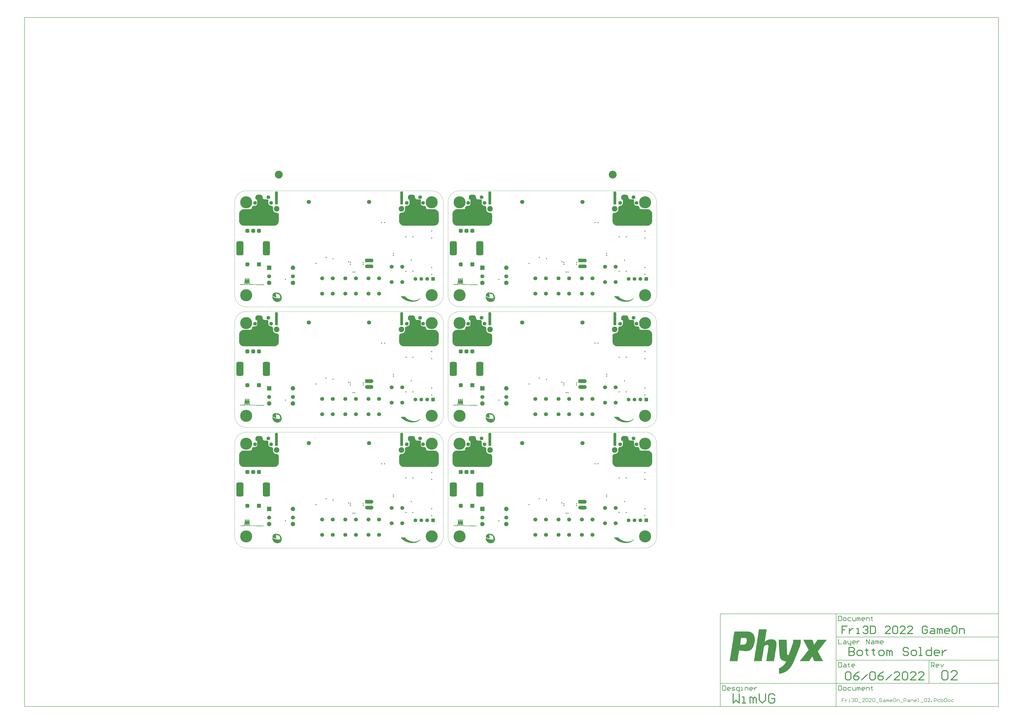
<source format=gbs>
G04*
G04 #@! TF.GenerationSoftware,Altium Limited,Altium Designer,22.6.0 (29)*
G04*
G04 Layer_Color=16711935*
%FSLAX25Y25*%
%MOIN*%
G70*
G04*
G04 #@! TF.SameCoordinates,10DF7CA3-E9B9-4642-BBA7-13C8921E1616*
G04*
G04*
G04 #@! TF.FilePolarity,Negative*
G04*
G01*
G75*
%ADD10C,0.01575*%
%ADD14C,0.00984*%
%ADD25C,0.00394*%
%ADD26C,0.00787*%
%ADD27C,0.07087*%
%ADD28C,0.06299*%
%ADD33C,0.06693*%
%ADD37R,0.06299X0.06299*%
%ADD54C,0.13386*%
%ADD55C,0.07480*%
%ADD56R,0.07480X0.07480*%
G04:AMPARAMS|DCode=57|XSize=47.24mil|YSize=220.47mil|CornerRadius=12.8mil|HoleSize=0mil|Usage=FLASHONLY|Rotation=0.000|XOffset=0mil|YOffset=0mil|HoleType=Round|Shape=RoundedRectangle|*
%AMROUNDEDRECTD57*
21,1,0.04724,0.19488,0,0,0.0*
21,1,0.02165,0.22047,0,0,0.0*
1,1,0.02559,0.01083,-0.09744*
1,1,0.02559,-0.01083,-0.09744*
1,1,0.02559,-0.01083,0.09744*
1,1,0.02559,0.01083,0.09744*
%
%ADD57ROUNDEDRECTD57*%
%ADD58C,0.09449*%
G04:AMPARAMS|DCode=59|XSize=122.05mil|YSize=240.16mil|CornerRadius=31.5mil|HoleSize=0mil|Usage=FLASHONLY|Rotation=0.000|XOffset=0mil|YOffset=0mil|HoleType=Round|Shape=RoundedRectangle|*
%AMROUNDEDRECTD59*
21,1,0.12205,0.17717,0,0,0.0*
21,1,0.05906,0.24016,0,0,0.0*
1,1,0.06299,0.02953,-0.08858*
1,1,0.06299,-0.02953,-0.08858*
1,1,0.06299,-0.02953,0.08858*
1,1,0.06299,0.02953,0.08858*
%
%ADD59ROUNDEDRECTD59*%
G04:AMPARAMS|DCode=60|XSize=66.93mil|YSize=66.93mil|CornerRadius=17.72mil|HoleSize=0mil|Usage=FLASHONLY|Rotation=0.000|XOffset=0mil|YOffset=0mil|HoleType=Round|Shape=RoundedRectangle|*
%AMROUNDEDRECTD60*
21,1,0.06693,0.03150,0,0,0.0*
21,1,0.03150,0.06693,0,0,0.0*
1,1,0.03543,0.01575,-0.01575*
1,1,0.03543,-0.01575,-0.01575*
1,1,0.03543,-0.01575,0.01575*
1,1,0.03543,0.01575,0.01575*
%
%ADD60ROUNDEDRECTD60*%
%ADD61R,0.06693X0.06693*%
%ADD62C,0.00394*%
%ADD63R,0.06299X0.06299*%
%ADD64C,0.20473*%
%ADD65C,0.05118*%
%ADD66C,0.01968*%
G36*
X664796Y599603D02*
X665557Y599452D01*
X665594Y599441D01*
X666311Y599144D01*
X666311Y599144D01*
X666345Y599126D01*
X666990Y598695D01*
X666990Y598695D01*
X667020Y598670D01*
X667568Y598122D01*
X667593Y598092D01*
X667593Y598092D01*
X668023Y597447D01*
X668023Y597447D01*
X668035Y597425D01*
X668042Y597413D01*
X668042Y597413D01*
X668338Y596697D01*
X668350Y596659D01*
X668501Y595899D01*
X668505Y595860D01*
Y595477D01*
X668523Y595111D01*
X668667Y594387D01*
X668947Y593710D01*
X669354Y593101D01*
X669873Y592583D01*
X670482Y592176D01*
X671159Y591895D01*
X671882Y591751D01*
X672249Y591733D01*
X676573D01*
X676611Y591729D01*
X676648Y591718D01*
X677372Y591419D01*
X677406Y591400D01*
X677436Y591376D01*
X677990Y590822D01*
X678014Y590792D01*
X678033Y590758D01*
X678033Y590758D01*
X678332Y590034D01*
X678344Y589997D01*
X678347Y589958D01*
Y589567D01*
Y588583D01*
X678347Y588583D01*
Y584651D01*
X678365Y584284D01*
X678509Y583561D01*
X678790Y582884D01*
X679197Y582274D01*
X679715Y581756D01*
X680324Y581349D01*
X681002Y581068D01*
X681725Y580924D01*
X682091Y580906D01*
X684346D01*
X684384Y580903D01*
X684955Y580789D01*
X684992Y580778D01*
X684992Y580778D01*
X685530Y580555D01*
X685564Y580537D01*
X685564Y580537D01*
X686047Y580214D01*
X686077Y580189D01*
X686488Y579778D01*
X686489Y579778D01*
X686513Y579748D01*
X686836Y579264D01*
X686836Y579264D01*
X686845Y579249D01*
X686855Y579230D01*
X686855Y579230D01*
X687077Y578693D01*
X687088Y578656D01*
X687202Y578085D01*
X687206Y578047D01*
Y577761D01*
X687219Y577491D01*
X687325Y576956D01*
X687532Y576458D01*
X687832Y576009D01*
X688213Y575627D01*
X688662Y575327D01*
X689161Y575120D01*
X689696Y575014D01*
X689965Y575001D01*
X700787Y575001D01*
X701563Y575001D01*
X701602Y574997D01*
X703123Y574694D01*
X703160Y574683D01*
X704593Y574090D01*
X704627Y574072D01*
X704627Y574071D01*
X705917Y573210D01*
X705917Y573210D01*
X705947Y573185D01*
X707043Y572088D01*
X707043Y572088D01*
X707055Y572075D01*
X707068Y572058D01*
X707068Y572058D01*
X707930Y570769D01*
X707948Y570735D01*
X707948Y570735D01*
X708541Y569302D01*
X708542Y569302D01*
X708553Y569265D01*
X708855Y567743D01*
X708859Y567705D01*
X708859Y566929D01*
X708859Y566929D01*
X708859Y555118D01*
X708859Y554343D01*
X708855Y554304D01*
X708553Y552783D01*
X708542Y552746D01*
X707948Y551313D01*
X707938Y551294D01*
X707930Y551278D01*
X707068Y549989D01*
X707068Y549989D01*
X707043Y549959D01*
X705947Y548862D01*
X705947Y548862D01*
X705917Y548838D01*
X704627Y547976D01*
X704593Y547958D01*
X704593Y547958D01*
X703160Y547364D01*
X703160Y547364D01*
X703123Y547353D01*
X701602Y547050D01*
X701563Y547046D01*
X700787Y547046D01*
X649606D01*
X648831Y547046D01*
X648792Y547050D01*
X647271Y547353D01*
X647234Y547364D01*
X645801Y547958D01*
X645767Y547976D01*
X645767Y547976D01*
X644477Y548837D01*
X644477Y548838D01*
X644447Y548862D01*
X643350Y549959D01*
X643350Y549959D01*
X643339Y549972D01*
X643326Y549989D01*
X643326Y549989D01*
X642464Y551278D01*
X642464Y551278D01*
X642452Y551301D01*
X642446Y551313D01*
X642446Y551313D01*
X641852Y552746D01*
X641841Y552783D01*
X641538Y554304D01*
X641535Y554343D01*
X641535Y555118D01*
Y555118D01*
Y564961D01*
X641535Y565348D01*
Y565348D01*
D01*
X641538Y565387D01*
X641690Y566148D01*
X641701Y566185D01*
X641998Y566901D01*
X641998Y566901D01*
X642004Y566913D01*
X642016Y566935D01*
X642016Y566935D01*
X642447Y567580D01*
X642447Y567580D01*
X642471Y567610D01*
X643020Y568158D01*
X643020Y568159D01*
X643050Y568183D01*
X643694Y568614D01*
X643729Y568632D01*
X643729Y568632D01*
X644445Y568929D01*
X644482Y568940D01*
X645243Y569092D01*
X645282Y569095D01*
D01*
X645282D01*
X645664Y569095D01*
X646224Y569123D01*
X647326Y569342D01*
X648359Y569770D01*
X649290Y570392D01*
X650081Y571183D01*
X650702Y572113D01*
X651130Y573146D01*
X651349Y574249D01*
X651377Y574808D01*
Y577756D01*
Y578047D01*
X651381Y578085D01*
X651494Y578656D01*
X651506Y578693D01*
X651506Y578693D01*
X651728Y579230D01*
X651746Y579264D01*
X651746Y579264D01*
X652070Y579748D01*
X652094Y579778D01*
X652505Y580189D01*
X652505Y580189D01*
X652535Y580214D01*
X653019Y580537D01*
X653019Y580537D01*
X653035Y580546D01*
X653053Y580555D01*
X653053Y580555D01*
X653591Y580778D01*
X653628Y580789D01*
X654198Y580903D01*
X654237Y580906D01*
X654523D01*
X654986Y580929D01*
X655898Y581111D01*
X656754Y581465D01*
X657523Y581979D01*
X658178Y582634D01*
X658692Y583404D01*
X659047Y584259D01*
X659228Y585172D01*
X659251Y585635D01*
Y588583D01*
X659251Y588583D01*
Y590541D01*
X659236Y590695D01*
X659115Y590986D01*
X658899Y591202D01*
X658608Y591323D01*
X658455Y591338D01*
X658073D01*
X658034Y591341D01*
X657997Y591353D01*
X657274Y591652D01*
X657274Y591652D01*
X657240Y591671D01*
X657210Y591695D01*
X656656Y592249D01*
X656631Y592279D01*
X656613Y592313D01*
X656613Y592313D01*
X656313Y593037D01*
X656302Y593074D01*
X656298Y593112D01*
Y593504D01*
Y595472D01*
Y595860D01*
X656302Y595899D01*
X656453Y596659D01*
X656465Y596697D01*
X656761Y597413D01*
X656761Y597413D01*
X656780Y597447D01*
X657210Y598092D01*
X657210Y598092D01*
X657235Y598122D01*
X657784Y598670D01*
X657814Y598695D01*
X657814Y598695D01*
X658458Y599126D01*
X658458Y599126D01*
X658481Y599138D01*
X658493Y599144D01*
X658493Y599144D01*
X659209Y599441D01*
X659246Y599452D01*
X660007Y599603D01*
X660045Y599607D01*
X664758D01*
X664796Y599603D01*
D02*
G37*
G36*
X302592D02*
X303352Y599452D01*
X303389Y599441D01*
X304106Y599144D01*
X304106Y599144D01*
X304140Y599126D01*
X304785Y598695D01*
X304785Y598695D01*
X304815Y598670D01*
X305363Y598122D01*
X305388Y598092D01*
X305388Y598092D01*
X305819Y597447D01*
X305819Y597447D01*
X305831Y597425D01*
X305837Y597413D01*
X305837Y597413D01*
X306134Y596697D01*
X306145Y596659D01*
X306296Y595899D01*
X306300Y595860D01*
Y595477D01*
X306318Y595111D01*
X306462Y594387D01*
X306743Y593710D01*
X307150Y593101D01*
X307668Y592583D01*
X308277Y592176D01*
X308954Y591895D01*
X309678Y591751D01*
X310044Y591733D01*
X314368D01*
X314406Y591729D01*
X314444Y591718D01*
X315167Y591419D01*
X315201Y591400D01*
X315231Y591376D01*
X315785Y590822D01*
X315810Y590792D01*
X315828Y590758D01*
X315828Y590758D01*
X316128Y590034D01*
X316139Y589997D01*
X316143Y589958D01*
Y589567D01*
Y588583D01*
X316143Y588583D01*
Y584651D01*
X316161Y584284D01*
X316305Y583561D01*
X316585Y582884D01*
X316992Y582274D01*
X317510Y581756D01*
X318120Y581349D01*
X318797Y581068D01*
X319520Y580924D01*
X319887Y580906D01*
X322141D01*
X322180Y580903D01*
X322750Y580789D01*
X322787Y580778D01*
X322787Y580778D01*
X323325Y580555D01*
X323359Y580537D01*
X323359Y580537D01*
X323843Y580214D01*
X323872Y580189D01*
X324284Y579778D01*
X324284Y579778D01*
X324308Y579748D01*
X324632Y579264D01*
X324632Y579264D01*
X324640Y579249D01*
X324650Y579230D01*
X324650Y579230D01*
X324872Y578693D01*
X324884Y578656D01*
X324997Y578085D01*
X325001Y578047D01*
Y577761D01*
X325014Y577491D01*
X325120Y576956D01*
X325327Y576458D01*
X325627Y576009D01*
X326009Y575627D01*
X326458Y575327D01*
X326956Y575120D01*
X327491Y575014D01*
X327761Y575001D01*
X338583Y575001D01*
X339358Y575001D01*
X339397Y574997D01*
X340918Y574694D01*
X340955Y574683D01*
X342388Y574090D01*
X342422Y574072D01*
X342422Y574071D01*
X343712Y573210D01*
X343712Y573210D01*
X343742Y573185D01*
X344839Y572088D01*
X344839Y572088D01*
X344850Y572075D01*
X344863Y572058D01*
X344863Y572058D01*
X345725Y570769D01*
X345743Y570735D01*
X345743Y570735D01*
X346337Y569302D01*
X346337Y569302D01*
X346348Y569265D01*
X346651Y567743D01*
X346655Y567705D01*
X346655Y566929D01*
X346655Y566929D01*
X346655Y555118D01*
X346655Y554343D01*
X346651Y554304D01*
X346348Y552783D01*
X346337Y552746D01*
X345743Y551313D01*
X345733Y551294D01*
X345725Y551278D01*
X344863Y549989D01*
X344863Y549989D01*
X344839Y549959D01*
X343742Y548862D01*
X343742Y548862D01*
X343712Y548838D01*
X342422Y547976D01*
X342388Y547958D01*
X342388Y547958D01*
X340955Y547364D01*
X340955Y547364D01*
X340918Y547353D01*
X339397Y547050D01*
X339358Y547046D01*
X338583Y547046D01*
X287402D01*
X286626Y547046D01*
X286587Y547050D01*
X285066Y547353D01*
X285029Y547364D01*
X283596Y547958D01*
X283562Y547976D01*
X283562Y547976D01*
X282272Y548837D01*
X282272Y548838D01*
X282242Y548862D01*
X281146Y549959D01*
X281146Y549959D01*
X281135Y549972D01*
X281121Y549989D01*
X281121Y549989D01*
X280259Y551278D01*
X280259Y551278D01*
X280247Y551301D01*
X280241Y551313D01*
X280241Y551313D01*
X279647Y552746D01*
X279636Y552783D01*
X279334Y554304D01*
X279330Y554343D01*
X279330Y555118D01*
Y555118D01*
Y564961D01*
X279330Y565348D01*
Y565348D01*
D01*
X279334Y565387D01*
X279485Y566148D01*
X279496Y566185D01*
X279793Y566901D01*
X279793Y566901D01*
X279799Y566913D01*
X279811Y566935D01*
X279811Y566935D01*
X280242Y567580D01*
X280242Y567580D01*
X280267Y567610D01*
X280815Y568158D01*
X280815Y568159D01*
X280845Y568183D01*
X281490Y568614D01*
X281524Y568632D01*
X281524Y568632D01*
X282241Y568929D01*
X282278Y568940D01*
X283038Y569092D01*
X283077Y569095D01*
D01*
X283077D01*
X283459Y569095D01*
X284019Y569123D01*
X285121Y569342D01*
X286155Y569770D01*
X287085Y570392D01*
X287876Y571183D01*
X288497Y572113D01*
X288926Y573146D01*
X289145Y574249D01*
X289172Y574808D01*
Y577756D01*
Y578047D01*
X289176Y578085D01*
X289290Y578656D01*
X289301Y578693D01*
X289301Y578693D01*
X289523Y579230D01*
X289542Y579264D01*
X289542Y579264D01*
X289865Y579748D01*
X289889Y579778D01*
X290301Y580189D01*
X290301Y580189D01*
X290331Y580214D01*
X290814Y580537D01*
X290814Y580537D01*
X290830Y580546D01*
X290848Y580555D01*
X290848Y580555D01*
X291386Y580778D01*
X291423Y580789D01*
X291993Y580903D01*
X292032Y580906D01*
X292318D01*
X292781Y580929D01*
X293694Y581111D01*
X294549Y581465D01*
X295319Y581979D01*
X295973Y582634D01*
X296488Y583404D01*
X296842Y584259D01*
X297024Y585172D01*
X297046Y585635D01*
Y588583D01*
X297046Y588583D01*
Y590541D01*
X297031Y590695D01*
X296911Y590986D01*
X296695Y591202D01*
X296403Y591323D01*
X296250Y591338D01*
X295868D01*
X295830Y591341D01*
X295793Y591353D01*
X295069Y591652D01*
X295069Y591652D01*
X295035Y591671D01*
X295005Y591695D01*
X294451Y592249D01*
X294426Y592279D01*
X294408Y592313D01*
X294408Y592313D01*
X294109Y593037D01*
X294097Y593074D01*
X294093Y593112D01*
Y593504D01*
Y595472D01*
Y595860D01*
X294097Y595899D01*
X294249Y596659D01*
X294260Y596697D01*
X294557Y597413D01*
X294557Y597413D01*
X294575Y597447D01*
X295006Y598092D01*
X295006Y598092D01*
X295030Y598122D01*
X295579Y598670D01*
X295609Y598695D01*
X295609Y598695D01*
X296253Y599126D01*
X296254Y599126D01*
X296276Y599138D01*
X296288Y599144D01*
X296288Y599144D01*
X297004Y599441D01*
X297041Y599452D01*
X297802Y599603D01*
X297841Y599607D01*
X302553D01*
X302592Y599603D01*
D02*
G37*
G36*
X405938D02*
X406699Y599452D01*
X406736Y599441D01*
X407452Y599144D01*
X407452Y599144D01*
X407487Y599126D01*
X408131Y598695D01*
X408131Y598695D01*
X408161Y598670D01*
X408710Y598122D01*
X408734Y598092D01*
X408734Y598092D01*
X409165Y597447D01*
X409165Y597447D01*
X409177Y597425D01*
X409184Y597413D01*
X409184Y597413D01*
X409480Y596697D01*
X409491Y596659D01*
X409643Y595899D01*
X409647Y595860D01*
Y595477D01*
X409665Y595111D01*
X409808Y594387D01*
X410089Y593710D01*
X410496Y593101D01*
X411014Y592583D01*
X411624Y592176D01*
X412301Y591895D01*
X413024Y591751D01*
X413391Y591733D01*
X417714D01*
X417753Y591729D01*
X417790Y591718D01*
X418514Y591419D01*
X418548Y591400D01*
X418578Y591376D01*
X419132Y590822D01*
X419156Y590792D01*
X419174Y590758D01*
X419174Y590758D01*
X419474Y590034D01*
X419485Y589997D01*
X419489Y589958D01*
Y589567D01*
Y588583D01*
Y585635D01*
X419512Y585172D01*
X419693Y584259D01*
X420048Y583404D01*
X420562Y582634D01*
X421217Y581979D01*
X421986Y581465D01*
X422842Y581111D01*
X423755Y580929D01*
X424217Y580906D01*
X424503D01*
X424542Y580903D01*
X425112Y580789D01*
X425150Y580778D01*
X425687Y580555D01*
X425687Y580555D01*
X425705Y580546D01*
X425721Y580537D01*
X425721Y580537D01*
X426205Y580214D01*
X426235Y580189D01*
X426235Y580189D01*
X426646Y579778D01*
X426671Y579748D01*
X426994Y579264D01*
X426994Y579264D01*
X427012Y579230D01*
X427235Y578693D01*
X427235Y578693D01*
X427246Y578656D01*
X427359Y578085D01*
X427363Y578047D01*
Y577756D01*
Y574808D01*
X427391Y574249D01*
X427610Y573146D01*
X428038Y572113D01*
X428659Y571183D01*
X429451Y570392D01*
X430381Y569770D01*
X431414Y569342D01*
X432516Y569123D01*
X433076Y569095D01*
X433459D01*
X433497Y569092D01*
X434258Y568940D01*
X434295Y568929D01*
X435011Y568632D01*
X435011Y568632D01*
X435046Y568614D01*
X435690Y568183D01*
X435690Y568183D01*
X435720Y568159D01*
X436269Y567610D01*
X436293Y567580D01*
X436293Y567580D01*
X436724Y566935D01*
X436724Y566935D01*
X436736Y566913D01*
X436742Y566901D01*
X436742Y566901D01*
X437039Y566185D01*
X437051Y566148D01*
X437202Y565387D01*
X437206Y565348D01*
Y564961D01*
Y555118D01*
Y554343D01*
X437202Y554304D01*
X436899Y552783D01*
X436888Y552746D01*
X436888Y552746D01*
X436295Y551313D01*
X436295Y551313D01*
X436276Y551278D01*
X435415Y549989D01*
X435390Y549959D01*
X435390Y549959D01*
X434293Y548862D01*
X434263Y548838D01*
X434263Y548837D01*
X432973Y547976D01*
X432973Y547976D01*
X432939Y547958D01*
X431506Y547364D01*
X431469Y547353D01*
X429948Y547050D01*
X429909Y547046D01*
X377177D01*
X377139Y547050D01*
X375617Y547353D01*
X375580Y547364D01*
X375580Y547364D01*
X374147Y547958D01*
X374147Y547958D01*
X374113Y547976D01*
X372824Y548838D01*
X372794Y548862D01*
X372793Y548862D01*
X371697Y549959D01*
X371672Y549989D01*
X371672Y549989D01*
X370811Y551278D01*
X370810Y551278D01*
X370792Y551313D01*
X370199Y552746D01*
X370187Y552783D01*
X369885Y554304D01*
X369881Y554343D01*
Y555118D01*
Y566929D01*
Y567705D01*
X369885Y567743D01*
X370187Y569265D01*
X370199Y569302D01*
X370199Y569302D01*
X370792Y570735D01*
X370792Y570735D01*
X370810Y570769D01*
X371672Y572058D01*
X371697Y572088D01*
X371697Y572088D01*
X372794Y573185D01*
X372824Y573210D01*
X372824Y573210D01*
X374113Y574072D01*
X374129Y574080D01*
X374147Y574090D01*
X375580Y574683D01*
X375617Y574694D01*
X377139Y574997D01*
X377177Y575001D01*
X388775D01*
X389045Y575014D01*
X389579Y575120D01*
X390078Y575327D01*
X390527Y575627D01*
X390908Y576009D01*
X391208Y576458D01*
X391415Y576956D01*
X391521Y577491D01*
X391534Y577761D01*
Y578047D01*
X391538Y578085D01*
X391538Y578085D01*
X391652Y578656D01*
X391663Y578693D01*
X391886Y579230D01*
X391886Y579230D01*
X391895Y579249D01*
X391904Y579264D01*
X391904Y579264D01*
X392227Y579748D01*
X392252Y579778D01*
X392252Y579778D01*
X392663Y580189D01*
X392693Y580214D01*
X393176Y580537D01*
X393177Y580537D01*
X393211Y580555D01*
X393748Y580778D01*
X393748Y580778D01*
X393785Y580789D01*
X394356Y580903D01*
X394394Y580906D01*
X396649D01*
X397015Y580924D01*
X397739Y581068D01*
X398416Y581349D01*
X399025Y581756D01*
X399543Y582274D01*
X399950Y582884D01*
X400231Y583561D01*
X400375Y584284D01*
X400393Y584651D01*
Y588583D01*
X400393Y588583D01*
Y590541D01*
X400378Y590695D01*
X400257Y590986D01*
X400041Y591202D01*
X399750Y591323D01*
X399597Y591338D01*
X399215D01*
X399176Y591341D01*
X399139Y591353D01*
X398416Y591652D01*
X398415Y591652D01*
X398381Y591671D01*
X398351Y591695D01*
X397798Y592249D01*
X397773Y592279D01*
X397755Y592313D01*
X397755Y592313D01*
X397455Y593037D01*
X397444Y593074D01*
X397440Y593112D01*
Y593504D01*
Y595472D01*
Y595860D01*
X397444Y595899D01*
X397595Y596659D01*
X397606Y596697D01*
X397903Y597413D01*
X397903Y597413D01*
X397921Y597447D01*
X398352Y598092D01*
X398352Y598092D01*
X398377Y598122D01*
X398925Y598670D01*
X398955Y598695D01*
X398955Y598695D01*
X399600Y599126D01*
X399600Y599126D01*
X399622Y599138D01*
X399634Y599144D01*
X399634Y599144D01*
X400351Y599441D01*
X400388Y599452D01*
X401149Y599603D01*
X401187Y599607D01*
X405900D01*
X405938Y599603D01*
D02*
G37*
G36*
X43733D02*
X44494Y599452D01*
X44531Y599441D01*
X45248Y599144D01*
X45248Y599144D01*
X45282Y599126D01*
X45927Y598695D01*
X45927Y598695D01*
X45957Y598670D01*
X46505Y598122D01*
X46530Y598092D01*
X46530Y598092D01*
X46960Y597447D01*
X46960Y597447D01*
X46972Y597425D01*
X46979Y597413D01*
X46979Y597413D01*
X47276Y596697D01*
X47287Y596659D01*
X47438Y595899D01*
X47442Y595860D01*
Y595477D01*
X47460Y595111D01*
X47604Y594387D01*
X47884Y593710D01*
X48291Y593101D01*
X48810Y592583D01*
X49419Y592176D01*
X50096Y591895D01*
X50819Y591751D01*
X51186Y591733D01*
X55510D01*
X55548Y591729D01*
X55585Y591718D01*
X56309Y591419D01*
X56343Y591400D01*
X56373Y591376D01*
X56927Y590822D01*
X56951Y590792D01*
X56970Y590758D01*
X56970Y590758D01*
X57269Y590034D01*
X57281Y589997D01*
X57284Y589958D01*
Y589567D01*
Y588583D01*
Y585635D01*
X57307Y585172D01*
X57489Y584259D01*
X57843Y583404D01*
X58357Y582634D01*
X59012Y581979D01*
X59782Y581465D01*
X60637Y581111D01*
X61550Y580929D01*
X62013Y580906D01*
X62299D01*
X62337Y580903D01*
X62908Y580789D01*
X62945Y580778D01*
X63482Y580555D01*
X63482Y580555D01*
X63500Y580546D01*
X63516Y580537D01*
X63516Y580537D01*
X64000Y580214D01*
X64030Y580189D01*
X64030Y580189D01*
X64441Y579778D01*
X64466Y579748D01*
X64789Y579264D01*
X64789Y579264D01*
X64807Y579230D01*
X65030Y578693D01*
X65030Y578693D01*
X65041Y578656D01*
X65155Y578085D01*
X65158Y578047D01*
Y577756D01*
Y574808D01*
X65186Y574249D01*
X65405Y573146D01*
X65833Y572113D01*
X66455Y571183D01*
X67246Y570392D01*
X68176Y569770D01*
X69209Y569342D01*
X70312Y569123D01*
X70871Y569095D01*
X71254D01*
X71293Y569092D01*
X72053Y568940D01*
X72090Y568929D01*
X72807Y568632D01*
X72807Y568632D01*
X72841Y568614D01*
X73486Y568183D01*
X73486Y568183D01*
X73516Y568159D01*
X74064Y567610D01*
X74089Y567580D01*
X74089Y567580D01*
X74519Y566935D01*
X74519Y566935D01*
X74531Y566913D01*
X74538Y566901D01*
X74538Y566901D01*
X74835Y566185D01*
X74846Y566148D01*
X74997Y565387D01*
X75001Y565348D01*
Y564961D01*
Y555118D01*
Y554343D01*
X74997Y554304D01*
X74695Y552783D01*
X74683Y552746D01*
X74683Y552746D01*
X74090Y551313D01*
X74090Y551313D01*
X74072Y551278D01*
X73210Y549989D01*
X73185Y549959D01*
X73185Y549959D01*
X72088Y548862D01*
X72058Y548838D01*
X72058Y548837D01*
X70769Y547976D01*
X70769Y547976D01*
X70735Y547958D01*
X69302Y547364D01*
X69265Y547353D01*
X67743Y547050D01*
X67705Y547046D01*
X14973D01*
X14934Y547050D01*
X13413Y547353D01*
X13376Y547364D01*
X13375Y547364D01*
X11943Y547958D01*
X11943Y547958D01*
X11908Y547976D01*
X10619Y548838D01*
X10589Y548862D01*
X10589Y548862D01*
X9492Y549959D01*
X9467Y549989D01*
X9467Y549989D01*
X8606Y551278D01*
X8606Y551278D01*
X8587Y551313D01*
X7994Y552746D01*
X7983Y552783D01*
X7680Y554304D01*
X7676Y554343D01*
Y555118D01*
Y566929D01*
Y567705D01*
X7680Y567743D01*
X7983Y569265D01*
X7994Y569302D01*
X7994Y569302D01*
X8587Y570735D01*
X8587Y570735D01*
X8606Y570769D01*
X9467Y572058D01*
X9492Y572088D01*
X9492Y572088D01*
X10589Y573185D01*
X10619Y573210D01*
X10619Y573210D01*
X11908Y574072D01*
X11924Y574080D01*
X11943Y574090D01*
X13376Y574683D01*
X13413Y574694D01*
X14934Y574997D01*
X14973Y575001D01*
X26570D01*
X26840Y575014D01*
X27374Y575120D01*
X27873Y575327D01*
X28322Y575627D01*
X28704Y576009D01*
X29004Y576458D01*
X29210Y576956D01*
X29316Y577491D01*
X29330Y577761D01*
Y578047D01*
X29334Y578085D01*
X29334Y578085D01*
X29447Y578656D01*
X29458Y578693D01*
X29681Y579230D01*
X29681Y579230D01*
X29691Y579249D01*
X29699Y579264D01*
X29699Y579264D01*
X30022Y579748D01*
X30047Y579778D01*
X30047Y579778D01*
X30458Y580189D01*
X30488Y580214D01*
X30972Y580537D01*
X30972Y580537D01*
X31006Y580555D01*
X31543Y580778D01*
X31543Y580778D01*
X31580Y580789D01*
X32151Y580903D01*
X32190Y580906D01*
X34444D01*
X34810Y580924D01*
X35534Y581068D01*
X36211Y581349D01*
X36820Y581756D01*
X37339Y582274D01*
X37746Y582884D01*
X38026Y583561D01*
X38170Y584284D01*
X38188Y584651D01*
Y588583D01*
X38188Y588583D01*
Y590541D01*
X38173Y590695D01*
X38052Y590986D01*
X37836Y591202D01*
X37545Y591323D01*
X37392Y591338D01*
X37010D01*
X36971Y591341D01*
X36934Y591353D01*
X36211Y591652D01*
X36211Y591652D01*
X36177Y591671D01*
X36147Y591695D01*
X35593Y592249D01*
X35568Y592279D01*
X35550Y592313D01*
X35550Y592313D01*
X35250Y593037D01*
X35239Y593074D01*
X35235Y593112D01*
Y593504D01*
Y595472D01*
Y595860D01*
X35239Y595899D01*
X35390Y596659D01*
X35402Y596697D01*
X35698Y597413D01*
X35698Y597413D01*
X35717Y597447D01*
X36147Y598092D01*
X36147Y598092D01*
X36172Y598122D01*
X36720Y598670D01*
X36751Y598695D01*
X36751Y598695D01*
X37395Y599126D01*
X37395Y599126D01*
X37418Y599138D01*
X37429Y599144D01*
X37429Y599144D01*
X38146Y599441D01*
X38183Y599452D01*
X38944Y599603D01*
X38982Y599607D01*
X43695D01*
X43733Y599603D01*
D02*
G37*
G36*
X594643Y491221D02*
X594653D01*
X594941Y491192D01*
X594951Y491190D01*
X594961Y491189D01*
X595245Y491133D01*
X595254Y491130D01*
X595264Y491128D01*
X595542Y491044D01*
X595551Y491040D01*
X595560Y491037D01*
X595828Y490926D01*
X595836Y490921D01*
X595845Y490918D01*
X596101Y490781D01*
X596109Y490776D01*
X596118Y490771D01*
X596359Y490610D01*
X596367Y490604D01*
X596375Y490598D01*
X596599Y490414D01*
X596606Y490407D01*
X596613Y490401D01*
X596819Y490196D01*
X596825Y490189D01*
X596832Y490182D01*
X597016Y489957D01*
X597021Y489949D01*
X597027Y489942D01*
X597188Y489701D01*
X597193Y489692D01*
X597198Y489684D01*
X597335Y489428D01*
X597339Y489419D01*
X597343Y489410D01*
X597454Y489143D01*
X597457Y489133D01*
X597461Y489124D01*
X597545Y488847D01*
X597547Y488837D01*
X597550Y488828D01*
X597607Y488543D01*
X597608Y488534D01*
X597609Y488524D01*
X597638Y488235D01*
Y488226D01*
X597639Y488216D01*
Y488071D01*
Y487926D01*
X597638Y487916D01*
Y487906D01*
X597609Y487618D01*
X597608Y487608D01*
X597607Y487599D01*
X597550Y487314D01*
X597547Y487305D01*
X597545Y487295D01*
X597461Y487017D01*
X597457Y487008D01*
X597454Y486999D01*
X597343Y486731D01*
X597339Y486723D01*
X597335Y486714D01*
X597198Y486458D01*
X597193Y486450D01*
X597188Y486441D01*
X597027Y486200D01*
X597021Y486192D01*
X597016Y486184D01*
X596832Y485960D01*
X596825Y485953D01*
X596818Y485946D01*
X596613Y485741D01*
X596606Y485734D01*
X596599Y485728D01*
X596375Y485543D01*
X596367Y485538D01*
X596359Y485532D01*
X596118Y485371D01*
X596109Y485366D01*
X596101Y485361D01*
X595845Y485224D01*
X595836Y485220D01*
X595828Y485216D01*
X595560Y485105D01*
X595551Y485102D01*
X595542Y485098D01*
X595264Y485014D01*
X595254Y485012D01*
X595245Y485009D01*
X594961Y484952D01*
X594951Y484952D01*
X594941Y484950D01*
X594653Y484921D01*
X594643D01*
X594633Y484920D01*
X586614D01*
X586576Y484924D01*
X586539Y484935D01*
X586504Y484954D01*
X586474Y484978D01*
X586450Y485008D01*
X586431Y485042D01*
X586420Y485079D01*
X586416Y485118D01*
Y491024D01*
X586420Y491062D01*
X586431Y491099D01*
X586450Y491133D01*
X586474Y491163D01*
X586504Y491188D01*
X586539Y491206D01*
X586576Y491218D01*
X586614Y491221D01*
X594633D01*
X594643Y491221D01*
D02*
G37*
G36*
X232438D02*
X232448D01*
X232737Y491192D01*
X232746Y491190D01*
X232756Y491189D01*
X233040Y491133D01*
X233050Y491130D01*
X233059Y491128D01*
X233337Y491044D01*
X233346Y491040D01*
X233355Y491037D01*
X233623Y490926D01*
X233632Y490921D01*
X233641Y490918D01*
X233897Y490781D01*
X233905Y490776D01*
X233913Y490771D01*
X234154Y490610D01*
X234162Y490604D01*
X234170Y490598D01*
X234394Y490414D01*
X234401Y490407D01*
X234409Y490401D01*
X234614Y490196D01*
X234620Y490189D01*
X234627Y490182D01*
X234811Y489957D01*
X234816Y489949D01*
X234823Y489942D01*
X234984Y489701D01*
X234988Y489692D01*
X234994Y489684D01*
X235130Y489428D01*
X235134Y489419D01*
X235139Y489410D01*
X235250Y489143D01*
X235252Y489133D01*
X235256Y489124D01*
X235340Y488847D01*
X235342Y488837D01*
X235345Y488828D01*
X235402Y488543D01*
X235403Y488534D01*
X235405Y488524D01*
X235433Y488235D01*
Y488226D01*
X235434Y488216D01*
Y488071D01*
Y487926D01*
X235433Y487916D01*
Y487906D01*
X235405Y487618D01*
X235403Y487608D01*
X235402Y487599D01*
X235345Y487314D01*
X235342Y487305D01*
X235340Y487295D01*
X235256Y487017D01*
X235252Y487008D01*
X235250Y486999D01*
X235139Y486731D01*
X235134Y486723D01*
X235130Y486714D01*
X234994Y486458D01*
X234988Y486450D01*
X234984Y486441D01*
X234823Y486200D01*
X234816Y486192D01*
X234811Y486184D01*
X234627Y485960D01*
X234620Y485953D01*
X234614Y485946D01*
X234409Y485741D01*
X234401Y485734D01*
X234394Y485728D01*
X234170Y485543D01*
X234162Y485538D01*
X234154Y485532D01*
X233913Y485371D01*
X233905Y485366D01*
X233897Y485361D01*
X233641Y485224D01*
X233632Y485220D01*
X233623Y485216D01*
X233355Y485105D01*
X233346Y485102D01*
X233337Y485098D01*
X233059Y485014D01*
X233050Y485012D01*
X233040Y485009D01*
X232756Y484952D01*
X232746Y484952D01*
X232737Y484950D01*
X232448Y484921D01*
X232438D01*
X232429Y484920D01*
X224410D01*
X224371Y484924D01*
X224334Y484935D01*
X224300Y484954D01*
X224270Y484978D01*
X224245Y485008D01*
X224227Y485042D01*
X224216Y485079D01*
X224212Y485118D01*
Y491024D01*
X224216Y491062D01*
X224227Y491099D01*
X224245Y491133D01*
X224270Y491163D01*
X224300Y491188D01*
X224334Y491206D01*
X224371Y491218D01*
X224410Y491221D01*
X232429D01*
X232438Y491221D01*
D02*
G37*
G36*
X594643Y481220D02*
X594653D01*
X594941Y481192D01*
X594951Y481190D01*
X594961Y481189D01*
X595245Y481133D01*
X595254Y481130D01*
X595264Y481128D01*
X595542Y481044D01*
X595551Y481040D01*
X595560Y481037D01*
X595828Y480926D01*
X595836Y480922D01*
X595845Y480918D01*
X596101Y480781D01*
X596109Y480776D01*
X596118Y480771D01*
X596359Y480610D01*
X596367Y480604D01*
X596375Y480598D01*
X596599Y480414D01*
X596606Y480407D01*
X596613Y480401D01*
X596819Y480196D01*
X596825Y480189D01*
X596832Y480182D01*
X597016Y479957D01*
X597021Y479949D01*
X597027Y479942D01*
X597188Y479701D01*
X597193Y479692D01*
X597198Y479684D01*
X597335Y479428D01*
X597339Y479419D01*
X597343Y479411D01*
X597454Y479143D01*
X597457Y479133D01*
X597461Y479124D01*
X597545Y478847D01*
X597547Y478837D01*
X597550Y478828D01*
X597607Y478543D01*
X597608Y478534D01*
X597609Y478524D01*
X597638Y478235D01*
Y478226D01*
X597639Y478216D01*
Y478071D01*
Y477926D01*
X597638Y477916D01*
Y477906D01*
X597609Y477618D01*
X597608Y477608D01*
X597607Y477598D01*
X597550Y477314D01*
X597547Y477305D01*
X597545Y477295D01*
X597461Y477017D01*
X597457Y477008D01*
X597454Y476999D01*
X597343Y476731D01*
X597339Y476722D01*
X597335Y476714D01*
X597198Y476458D01*
X597193Y476450D01*
X597188Y476441D01*
X597027Y476200D01*
X597021Y476192D01*
X597016Y476184D01*
X596832Y475960D01*
X596825Y475953D01*
X596818Y475946D01*
X596613Y475740D01*
X596606Y475734D01*
X596599Y475728D01*
X596375Y475543D01*
X596367Y475538D01*
X596359Y475532D01*
X596118Y475371D01*
X596109Y475366D01*
X596101Y475361D01*
X595845Y475224D01*
X595836Y475220D01*
X595828Y475216D01*
X595560Y475105D01*
X595551Y475102D01*
X595542Y475098D01*
X595264Y475014D01*
X595254Y475012D01*
X595245Y475009D01*
X594961Y474953D01*
X594951Y474952D01*
X594941Y474950D01*
X594653Y474921D01*
X594643D01*
X594633Y474920D01*
X586614D01*
X586576Y474924D01*
X586539Y474935D01*
X586504Y474954D01*
X586474Y474978D01*
X586450Y475008D01*
X586431Y475042D01*
X586420Y475079D01*
X586416Y475118D01*
Y481024D01*
X586420Y481062D01*
X586431Y481099D01*
X586450Y481134D01*
X586474Y481164D01*
X586504Y481188D01*
X586539Y481206D01*
X586576Y481218D01*
X586614Y481221D01*
X594633D01*
X594643Y481220D01*
D02*
G37*
G36*
X232438D02*
X232448D01*
X232737Y481192D01*
X232746Y481190D01*
X232756Y481189D01*
X233040Y481133D01*
X233050Y481130D01*
X233059Y481128D01*
X233337Y481044D01*
X233346Y481040D01*
X233355Y481037D01*
X233623Y480926D01*
X233632Y480922D01*
X233641Y480918D01*
X233897Y480781D01*
X233905Y480776D01*
X233913Y480771D01*
X234154Y480610D01*
X234162Y480604D01*
X234170Y480598D01*
X234394Y480414D01*
X234401Y480407D01*
X234409Y480401D01*
X234614Y480196D01*
X234620Y480189D01*
X234627Y480182D01*
X234811Y479957D01*
X234816Y479949D01*
X234823Y479942D01*
X234984Y479701D01*
X234988Y479692D01*
X234994Y479684D01*
X235130Y479428D01*
X235134Y479419D01*
X235139Y479411D01*
X235250Y479143D01*
X235252Y479133D01*
X235256Y479124D01*
X235340Y478847D01*
X235342Y478837D01*
X235345Y478828D01*
X235402Y478543D01*
X235403Y478534D01*
X235405Y478524D01*
X235433Y478235D01*
Y478226D01*
X235434Y478216D01*
Y478071D01*
Y477926D01*
X235433Y477916D01*
Y477906D01*
X235405Y477618D01*
X235403Y477608D01*
X235402Y477598D01*
X235345Y477314D01*
X235342Y477305D01*
X235340Y477295D01*
X235256Y477017D01*
X235252Y477008D01*
X235250Y476999D01*
X235139Y476731D01*
X235134Y476722D01*
X235130Y476714D01*
X234994Y476458D01*
X234988Y476450D01*
X234984Y476441D01*
X234823Y476200D01*
X234816Y476192D01*
X234811Y476184D01*
X234627Y475960D01*
X234620Y475953D01*
X234614Y475946D01*
X234409Y475740D01*
X234401Y475734D01*
X234394Y475728D01*
X234170Y475543D01*
X234162Y475538D01*
X234154Y475532D01*
X233913Y475371D01*
X233905Y475366D01*
X233897Y475361D01*
X233641Y475224D01*
X233632Y475220D01*
X233623Y475216D01*
X233355Y475105D01*
X233346Y475102D01*
X233337Y475098D01*
X233059Y475014D01*
X233050Y475012D01*
X233040Y475009D01*
X232756Y474953D01*
X232746Y474952D01*
X232737Y474950D01*
X232448Y474921D01*
X232438D01*
X232429Y474920D01*
X224410D01*
X224371Y474924D01*
X224334Y474935D01*
X224300Y474954D01*
X224270Y474978D01*
X224245Y475008D01*
X224227Y475042D01*
X224216Y475079D01*
X224212Y475118D01*
Y481024D01*
X224216Y481062D01*
X224227Y481099D01*
X224245Y481134D01*
X224270Y481164D01*
X224300Y481188D01*
X224334Y481206D01*
X224371Y481218D01*
X224410Y481221D01*
X232429D01*
X232438Y481220D01*
D02*
G37*
G36*
X380478Y458231D02*
X380478D01*
X380478D01*
X380489Y458230D01*
X380516Y458227D01*
X380519Y458226D01*
X380522Y458227D01*
X380561Y458230D01*
X380644Y458230D01*
X380673Y458226D01*
X380682Y458225D01*
X380682D01*
X380682Y458225D01*
X380716Y458215D01*
X380719Y458214D01*
X380719D01*
X380719Y458214D01*
X380753Y458195D01*
X380774Y458178D01*
X380783Y458171D01*
X380783Y458171D01*
X380783Y458171D01*
X380796Y458154D01*
X380807Y458140D01*
X380807Y458140D01*
X380807Y458140D01*
X380817Y458122D01*
X380836Y458111D01*
X380866Y458087D01*
X380886Y458062D01*
X380891Y458061D01*
X380930Y458057D01*
X380965Y458046D01*
X380967Y458046D01*
D01*
X380967Y458046D01*
X381001Y458027D01*
X381031Y458002D01*
X381049Y457979D01*
X381055Y457972D01*
X381055Y457972D01*
X381055Y457972D01*
X381073Y457938D01*
X381084Y457901D01*
X381087Y457872D01*
X381087Y457862D01*
Y457862D01*
D01*
D01*
X381087Y457856D01*
X381112Y457835D01*
X381137Y457805D01*
X381155Y457771D01*
X381166Y457734D01*
X381169Y457695D01*
X381168Y457612D01*
D01*
X381168Y457607D01*
X381193Y457586D01*
X381218Y457555D01*
X381236Y457521D01*
D01*
X381236Y457521D01*
X381239Y457509D01*
X381246Y457484D01*
X381250Y457445D01*
Y457445D01*
Y457445D01*
X381249Y457362D01*
X381248Y457279D01*
D01*
X381248Y457196D01*
Y457196D01*
Y457196D01*
X381248Y457191D01*
X381273Y457170D01*
X381297Y457140D01*
X381315Y457105D01*
X381326Y457068D01*
X381329Y457029D01*
X381329Y456947D01*
X381325Y456908D01*
X381324Y456905D01*
X381324Y456902D01*
X381328Y456863D01*
X381327Y456780D01*
X381323Y456742D01*
X381322Y456739D01*
X381323Y456736D01*
Y456736D01*
X381323Y456736D01*
X381325Y456715D01*
X381326Y456698D01*
Y456698D01*
Y456698D01*
X381326Y456614D01*
D01*
Y456614D01*
X381325Y456531D01*
Y456531D01*
Y456531D01*
X381324Y456448D01*
X381324Y456443D01*
X381349Y456422D01*
X381374Y456392D01*
X381392Y456357D01*
X381402Y456320D01*
X381406Y456282D01*
X381405Y456199D01*
X381401Y456160D01*
X381400Y456157D01*
X381401Y456154D01*
X381404Y456116D01*
X381404Y456033D01*
X381404Y456027D01*
X381404Y456026D01*
X381429Y456006D01*
X381453Y455976D01*
Y455976D01*
X381453Y455976D01*
X381469Y455945D01*
X381471Y455942D01*
D01*
X381471Y455942D01*
X381478Y455918D01*
X381482Y455904D01*
Y455904D01*
X381482Y455904D01*
X381484Y455883D01*
X381485Y455866D01*
Y455866D01*
Y455866D01*
X381485Y455783D01*
X381480Y455744D01*
X381480Y455741D01*
X381480Y455738D01*
Y455738D01*
X381480Y455738D01*
X381482Y455724D01*
X381484Y455700D01*
Y455700D01*
Y455700D01*
Y455700D01*
X381483Y455617D01*
Y455617D01*
Y455617D01*
X381482Y455608D01*
X381479Y455578D01*
X381478Y455575D01*
X381479Y455572D01*
X381482Y455534D01*
X381482Y455451D01*
X381477Y455412D01*
X381477Y455409D01*
X381477Y455406D01*
X381481Y455368D01*
X381480Y455285D01*
D01*
X381480Y455279D01*
X381505Y455258D01*
X381529Y455228D01*
X381547Y455194D01*
X381558Y455157D01*
X381562Y455118D01*
X381561Y455035D01*
D01*
X381560Y454952D01*
Y454952D01*
Y454952D01*
X381560Y454869D01*
D01*
X381559Y454863D01*
X381585Y454842D01*
X381609Y454812D01*
X381627Y454778D01*
X381638Y454741D01*
X381641Y454702D01*
X381640Y454619D01*
X381636Y454580D01*
X381635Y454577D01*
X381636Y454575D01*
Y454575D01*
X381636Y454575D01*
X381638Y454553D01*
X381640Y454536D01*
Y454536D01*
D01*
D01*
X381639Y454453D01*
Y454453D01*
Y454453D01*
X381637Y454434D01*
X381635Y454415D01*
X381635Y454414D01*
Y454414D01*
X381634Y454412D01*
X381635Y454409D01*
X381638Y454370D01*
X381638Y454287D01*
X381635Y454268D01*
X381633Y454248D01*
X381633Y454248D01*
Y454248D01*
X381632Y454246D01*
X381633Y454243D01*
X381637Y454204D01*
Y454204D01*
Y454204D01*
X381636Y454121D01*
D01*
X381636Y454115D01*
X381642Y454110D01*
X381661Y454095D01*
X381685Y454064D01*
X381703Y454030D01*
X381714Y453993D01*
X381718Y453954D01*
X381717Y453871D01*
X381713Y453833D01*
X381712Y453830D01*
X381713Y453827D01*
Y453827D01*
X381713Y453827D01*
X381715Y453805D01*
X381716Y453788D01*
Y453788D01*
Y453788D01*
X381715Y453705D01*
X381715Y453622D01*
X381714Y453539D01*
X381714Y453533D01*
X381720Y453528D01*
X381739Y453513D01*
X381763Y453482D01*
X381781Y453448D01*
D01*
X381781Y453448D01*
X381786Y453433D01*
X381792Y453411D01*
X381796Y453372D01*
Y453372D01*
D01*
D01*
X381795Y453289D01*
Y453289D01*
Y453289D01*
X381794Y453281D01*
X381791Y453251D01*
X381790Y453248D01*
X381791Y453245D01*
X381794Y453206D01*
Y453206D01*
Y453206D01*
X381793Y453123D01*
Y453123D01*
Y453123D01*
X381791Y453105D01*
X381789Y453085D01*
X381789Y453085D01*
Y453085D01*
X381788Y453082D01*
X381789Y453079D01*
Y453079D01*
X381789Y453079D01*
X381791Y453057D01*
X381793Y453040D01*
Y453040D01*
Y453040D01*
X381792Y452957D01*
X381791Y452874D01*
Y452874D01*
Y452874D01*
X381790Y452791D01*
X381790Y452785D01*
X381815Y452765D01*
X381832Y452745D01*
X381840Y452735D01*
X381858Y452700D01*
D01*
X381858Y452700D01*
X381869Y452663D01*
X381872Y452631D01*
X381872Y452624D01*
Y452624D01*
D01*
D01*
X381871Y452541D01*
Y452541D01*
X381871Y452458D01*
X381871Y452458D01*
X381871Y452458D01*
X381870Y452375D01*
Y452375D01*
X381870Y452370D01*
X381895Y452349D01*
X381897Y452346D01*
X381904Y452368D01*
X381923Y452402D01*
X381948Y452431D01*
X381973Y452452D01*
X381973Y452457D01*
X381974Y452540D01*
X381975Y452624D01*
X381975Y452706D01*
X381977Y452725D01*
X381979Y452745D01*
X381979Y452745D01*
Y452745D01*
X381980Y452748D01*
X381980Y452751D01*
Y452751D01*
X381980Y452751D01*
X381978Y452765D01*
X381976Y452789D01*
Y452789D01*
Y452789D01*
X381977Y452873D01*
Y452873D01*
Y452873D01*
X381979Y452893D01*
X381981Y452911D01*
X381981Y452911D01*
Y452911D01*
X381982Y452914D01*
X381981Y452917D01*
X381978Y452955D01*
Y452956D01*
D01*
D01*
X381978Y453039D01*
X381982Y453077D01*
X381994Y453114D01*
X382013Y453148D01*
X382037Y453178D01*
X382063Y453198D01*
X382063Y453204D01*
D01*
X382063Y453287D01*
Y453287D01*
Y453287D01*
X382064Y453370D01*
D01*
X382065Y453453D01*
Y453453D01*
Y453453D01*
X382066Y453462D01*
X382069Y453491D01*
X382081Y453528D01*
X382099Y453563D01*
X382124Y453592D01*
X382124Y453592D01*
X382124Y453592D01*
X382136Y453602D01*
X382149Y453613D01*
X382149Y453618D01*
Y453618D01*
Y453618D01*
X382150Y453701D01*
X382151Y453784D01*
D01*
X382152Y453867D01*
Y453867D01*
Y453867D01*
X382154Y453886D01*
X382156Y453906D01*
X382156Y453906D01*
Y453906D01*
X382157Y453909D01*
X382156Y453912D01*
X382152Y453950D01*
Y453950D01*
D01*
D01*
X382153Y454033D01*
Y454033D01*
Y454033D01*
X382154Y454042D01*
X382157Y454072D01*
X382158Y454075D01*
X382157Y454078D01*
Y454078D01*
X382157Y454078D01*
X382156Y454092D01*
X382154Y454116D01*
Y454116D01*
Y454116D01*
Y454116D01*
X382154Y454199D01*
Y454199D01*
Y454199D01*
X382156Y454214D01*
X382159Y454238D01*
X382159Y454238D01*
Y454238D01*
X382159Y454241D01*
X382170Y454275D01*
X382189Y454309D01*
X382189Y454309D01*
D01*
X382189Y454309D01*
X382213Y454339D01*
X382214Y454339D01*
D01*
X382219Y454343D01*
X382239Y454359D01*
X382239Y454365D01*
X382240Y454448D01*
X382240Y454531D01*
D01*
X382241Y454614D01*
Y454614D01*
Y454614D01*
X382242Y454697D01*
Y454697D01*
Y454697D01*
X382243Y454705D01*
X382246Y454735D01*
X382258Y454772D01*
X382276Y454806D01*
X382301Y454836D01*
X382326Y454856D01*
X382326Y454862D01*
X382327Y454945D01*
X382328Y455028D01*
X382330Y455047D01*
X382332Y455067D01*
X382332Y455067D01*
Y455067D01*
X382333Y455070D01*
X382332Y455073D01*
Y455073D01*
X382332Y455073D01*
X382330Y455095D01*
X382329Y455111D01*
Y455111D01*
D01*
D01*
X382329Y455194D01*
X382332Y455223D01*
X382333Y455233D01*
Y455233D01*
X382333Y455233D01*
X382334Y455236D01*
X382333Y455238D01*
Y455239D01*
X382333Y455239D01*
X382332Y455253D01*
X382330Y455277D01*
Y455277D01*
Y455277D01*
X382331Y455360D01*
X382334Y455389D01*
X382335Y455399D01*
Y455399D01*
X382335Y455399D01*
X382345Y455432D01*
X382346Y455436D01*
Y455436D01*
X382346Y455436D01*
X382365Y455470D01*
X382382Y455491D01*
X382390Y455500D01*
X382390Y455500D01*
X382390Y455500D01*
X382406Y455513D01*
X382415Y455520D01*
X382415Y455526D01*
Y455526D01*
X382416Y455609D01*
Y455609D01*
Y455609D01*
X382417Y455692D01*
X382417Y455775D01*
X382418Y455858D01*
D01*
X382419Y455941D01*
Y455941D01*
Y455941D01*
X382421Y455959D01*
X382423Y455979D01*
X382423Y455979D01*
Y455979D01*
X382424Y455984D01*
X382434Y456016D01*
X382453Y456050D01*
X382453Y456050D01*
X382453Y456050D01*
X382458Y456056D01*
X382478Y456080D01*
X382503Y456100D01*
X382503Y456106D01*
X382504Y456189D01*
X382505Y456272D01*
Y456272D01*
X382505Y456355D01*
Y456355D01*
Y456355D01*
X382507Y456369D01*
X382509Y456393D01*
X382509Y456394D01*
Y456394D01*
X382510Y456396D01*
X382509Y456399D01*
X382506Y456438D01*
X382507Y456521D01*
X382511Y456560D01*
X382512Y456563D01*
X382511Y456566D01*
X382507Y456604D01*
X382508Y456687D01*
X382512Y456726D01*
X382524Y456763D01*
X382543Y456797D01*
X382567Y456826D01*
X382593Y456847D01*
X382593Y456852D01*
X382593Y456936D01*
X382594Y457019D01*
Y457019D01*
X382595Y457101D01*
Y457101D01*
Y457101D01*
X382596Y457111D01*
X382599Y457140D01*
X382600Y457143D01*
X382599Y457146D01*
Y457146D01*
X382599Y457146D01*
X382597Y457167D01*
X382596Y457185D01*
Y457185D01*
Y457185D01*
X382596Y457268D01*
X382600Y457306D01*
X382612Y457343D01*
X382631Y457377D01*
X382656Y457407D01*
X382676Y457423D01*
X382681Y457427D01*
X382681Y457433D01*
X382682Y457516D01*
X382686Y457554D01*
X382687Y457557D01*
X382686Y457560D01*
Y457560D01*
X382686Y457560D01*
X382684Y457575D01*
X382682Y457599D01*
Y457599D01*
Y457599D01*
X382683Y457682D01*
X382687Y457721D01*
X382699Y457758D01*
X382717Y457792D01*
X382742Y457821D01*
X382772Y457846D01*
X382791Y457855D01*
X382801Y457874D01*
X382826Y457904D01*
X382852Y457925D01*
X382856Y457928D01*
X382856D01*
X382856Y457928D01*
X382875Y457938D01*
X382883Y457953D01*
X382885Y457956D01*
X382901Y457976D01*
X382910Y457986D01*
X382910Y457986D01*
X382910Y457986D01*
X382940Y458010D01*
X382959Y458020D01*
X382968Y458038D01*
X382993Y458068D01*
X383024Y458092D01*
X383042Y458102D01*
X383052Y458121D01*
X383077Y458150D01*
X383107Y458175D01*
X383142Y458193D01*
X383179Y458204D01*
X383218Y458207D01*
X383300Y458207D01*
X383339Y458202D01*
X383342Y458201D01*
X383345Y458202D01*
X383384Y458206D01*
X383467Y458205D01*
X383495Y458202D01*
X383505Y458201D01*
X383505D01*
X383505Y458201D01*
X383539Y458190D01*
X383542Y458189D01*
X383542D01*
X383542Y458189D01*
X383576Y458171D01*
X383597Y458153D01*
X383606Y458146D01*
X383606Y458146D01*
X383606Y458146D01*
X383619Y458130D01*
X383630Y458116D01*
X383630Y458116D01*
X383630Y458116D01*
X383640Y458097D01*
X383658Y458087D01*
X383658Y458087D01*
X383659Y458087D01*
X383664Y458082D01*
X383688Y458062D01*
X383713Y458032D01*
Y458032D01*
X383713Y458032D01*
X383722Y458013D01*
X383741Y458003D01*
X383755Y457992D01*
X383770Y457978D01*
X383795Y457948D01*
Y457948D01*
X383795Y457948D01*
X383805Y457930D01*
X383812Y457925D01*
X383823Y457920D01*
X383823Y457919D01*
X383823Y457919D01*
X383835Y457909D01*
X383853Y457895D01*
X383853Y457895D01*
X383853Y457895D01*
X383861Y457885D01*
X383877Y457864D01*
X383887Y457846D01*
X383905Y457836D01*
X383935Y457811D01*
X383959Y457781D01*
X383977Y457746D01*
X383988Y457709D01*
X383992Y457670D01*
X383991Y457587D01*
X383990Y457504D01*
X383990Y457421D01*
X383990Y457416D01*
X383996Y457411D01*
X384015Y457395D01*
X384039Y457365D01*
X384057Y457331D01*
D01*
X384057Y457331D01*
X384061Y457315D01*
X384068Y457293D01*
X384071Y457255D01*
Y457255D01*
D01*
D01*
X384070Y457172D01*
Y457172D01*
Y457172D01*
X384070Y457163D01*
X384066Y457133D01*
X384065Y457130D01*
X384066Y457127D01*
X384070Y457089D01*
Y457089D01*
D01*
D01*
X384069Y457006D01*
Y457006D01*
Y457006D01*
X384068Y456923D01*
D01*
X384068Y456840D01*
Y456840D01*
Y456840D01*
X384068Y456834D01*
X384073Y456830D01*
X384092Y456813D01*
X384092Y456813D01*
X384092Y456813D01*
X384111Y456790D01*
X384117Y456783D01*
Y456783D01*
X384117Y456783D01*
X384127Y456763D01*
X384135Y456749D01*
X384135Y456749D01*
X384135Y456749D01*
X384140Y456729D01*
X384146Y456711D01*
Y456711D01*
X384146Y456711D01*
X384148Y456690D01*
X384149Y456673D01*
Y456673D01*
Y456673D01*
X384148Y456590D01*
Y456590D01*
Y456590D01*
X384148Y456581D01*
X384144Y456551D01*
X384143Y456548D01*
X384144Y456545D01*
Y456545D01*
X384144Y456545D01*
X384145Y456531D01*
X384148Y456507D01*
Y456507D01*
Y456507D01*
X384147Y456424D01*
X384144Y456395D01*
X384143Y456385D01*
Y456385D01*
X384143Y456385D01*
X384142Y456382D01*
X384143Y456379D01*
X384146Y456341D01*
X384145Y456258D01*
X384145Y456252D01*
X384170Y456231D01*
X384195Y456201D01*
X384213Y456167D01*
D01*
X384213Y456167D01*
X384216Y456155D01*
X384224Y456130D01*
X384227Y456091D01*
Y456091D01*
Y456091D01*
X384226Y456008D01*
X384222Y455969D01*
X384221Y455966D01*
X384222Y455964D01*
X384226Y455925D01*
X384225Y455842D01*
Y455842D01*
Y455842D01*
X384224Y455759D01*
Y455759D01*
X384224Y455676D01*
X384224Y455676D01*
X384224Y455676D01*
X384224Y455670D01*
X384240Y455657D01*
X384248Y455650D01*
X384248Y455649D01*
X384248Y455649D01*
X384261Y455633D01*
X384273Y455619D01*
X384273Y455619D01*
X384273Y455619D01*
X384288Y455590D01*
X384291Y455585D01*
Y455585D01*
X384291Y455585D01*
X384296Y455565D01*
X384302Y455548D01*
Y455548D01*
X384302Y455548D01*
X384303Y455533D01*
X384305Y455509D01*
Y455509D01*
Y455509D01*
Y455509D01*
X384304Y455426D01*
Y455426D01*
Y455426D01*
X384303Y455416D01*
X384300Y455388D01*
X384299Y455385D01*
X384300Y455382D01*
X384304Y455343D01*
X384303Y455260D01*
X384299Y455222D01*
X384298Y455219D01*
X384298Y455217D01*
X384299Y455216D01*
X384302Y455177D01*
X384301Y455094D01*
D01*
X384301Y455088D01*
X384326Y455068D01*
X384326Y455067D01*
X384326D01*
X384330Y455062D01*
X384351Y455037D01*
X384351Y455037D01*
X384351Y455037D01*
X384361Y455018D01*
X384369Y455003D01*
X384369Y455003D01*
X384369Y455003D01*
X384379Y454968D01*
X384380Y454966D01*
D01*
X384380Y454966D01*
X384382Y454939D01*
X384383Y454927D01*
Y454927D01*
Y454927D01*
X384382Y454844D01*
X384378Y454807D01*
X384378Y454806D01*
D01*
X384378Y454806D01*
X384377Y454803D01*
X384378Y454800D01*
X384382Y454761D01*
X384381Y454678D01*
X384380Y454595D01*
D01*
X384379Y454512D01*
Y454512D01*
Y454512D01*
X384379Y454506D01*
X384404Y454486D01*
X384429Y454456D01*
X384447Y454421D01*
X384457Y454384D01*
X384461Y454345D01*
X384460Y454262D01*
X384458Y454244D01*
X384456Y454224D01*
X384456Y454224D01*
Y454224D01*
X384455Y454221D01*
X384456Y454218D01*
X384459Y454179D01*
Y454179D01*
Y454179D01*
X384459Y454096D01*
X384455Y454058D01*
X384454Y454055D01*
X384455Y454052D01*
Y454052D01*
X384455Y454052D01*
X384456Y454031D01*
X384458Y454013D01*
Y454013D01*
Y454013D01*
X384457Y453930D01*
D01*
X384457Y453847D01*
Y453847D01*
Y453847D01*
X384456Y453764D01*
D01*
X384456Y453759D01*
X384481Y453738D01*
X384505Y453708D01*
X384523Y453673D01*
X384534Y453636D01*
X384537Y453597D01*
X384537Y453514D01*
X384536Y453431D01*
Y453431D01*
X384535Y453348D01*
Y453348D01*
Y453348D01*
X384535Y453343D01*
X384560Y453322D01*
X384584Y453292D01*
X384602Y453257D01*
X384613Y453220D01*
X384617Y453182D01*
X384616Y453099D01*
X384613Y453070D01*
X384612Y453060D01*
Y453060D01*
X384612Y453060D01*
X384611Y453057D01*
X384612Y453054D01*
X384615Y453016D01*
X384615Y452933D01*
X384611Y452894D01*
X384610Y452891D01*
X384611Y452888D01*
Y452888D01*
X384611Y452888D01*
X384612Y452874D01*
X384614Y452850D01*
Y452849D01*
Y452849D01*
X384613Y452767D01*
X384609Y452728D01*
X384608Y452725D01*
X384609Y452722D01*
X384612Y452683D01*
X384612Y452600D01*
D01*
X384611Y452518D01*
Y452518D01*
Y452517D01*
X384610Y452434D01*
D01*
X384610Y452429D01*
X384635Y452408D01*
X384660Y452378D01*
X384678Y452344D01*
X384688Y452306D01*
X384692Y452268D01*
X384691Y452185D01*
X384691Y452179D01*
X384701Y452171D01*
X384711Y452179D01*
X384711Y452184D01*
Y452184D01*
Y452184D01*
X384711Y452268D01*
Y452268D01*
X384712Y452350D01*
Y452351D01*
Y452351D01*
X384713Y452433D01*
X384717Y452472D01*
X384718Y452475D01*
X384717Y452478D01*
Y452478D01*
X384717Y452478D01*
X384716Y452492D01*
X384714Y452517D01*
Y452517D01*
Y452517D01*
X384714Y452600D01*
X384718Y452638D01*
X384730Y452675D01*
X384749Y452709D01*
X384773Y452739D01*
X384799Y452759D01*
X384799Y452765D01*
Y452765D01*
Y452765D01*
X384800Y452848D01*
X384804Y452886D01*
X384805Y452889D01*
X384804Y452892D01*
X384800Y452931D01*
X384801Y453014D01*
X384805Y453053D01*
X384806Y453055D01*
X384805Y453058D01*
Y453058D01*
X384805Y453058D01*
X384804Y453073D01*
X384802Y453097D01*
Y453097D01*
Y453097D01*
Y453097D01*
X384802Y453180D01*
Y453180D01*
Y453180D01*
X384804Y453190D01*
X384806Y453219D01*
X384807Y453221D01*
X384807Y453224D01*
Y453224D01*
X384807Y453224D01*
X384805Y453246D01*
X384803Y453263D01*
Y453263D01*
Y453263D01*
X384804Y453346D01*
Y453346D01*
Y453346D01*
X384806Y453367D01*
X384808Y453385D01*
X384808Y453385D01*
Y453385D01*
X384815Y453406D01*
X384820Y453422D01*
X384820Y453422D01*
X384820Y453422D01*
X384828Y453438D01*
X384838Y453456D01*
X384838Y453456D01*
X384838Y453456D01*
X384847Y453466D01*
X384863Y453485D01*
X384863Y453485D01*
X384863Y453485D01*
X384887Y453504D01*
X384888Y453506D01*
X384888Y453511D01*
Y453511D01*
Y453511D01*
X384889Y453594D01*
X384890Y453677D01*
X384891Y453760D01*
X384893Y453779D01*
X384895Y453799D01*
X384895Y453799D01*
Y453799D01*
X384896Y453802D01*
X384895Y453805D01*
X384892Y453833D01*
X384891Y453843D01*
Y453843D01*
Y453843D01*
X384892Y453926D01*
X384896Y453965D01*
X384908Y454002D01*
X384926Y454036D01*
X384943Y454056D01*
X384951Y454066D01*
X384951Y454066D01*
X384951Y454066D01*
X384976Y454086D01*
X384976Y454092D01*
D01*
X384977Y454175D01*
Y454175D01*
Y454175D01*
X384979Y454193D01*
X384981Y454213D01*
X384981Y454213D01*
Y454213D01*
X384982Y454216D01*
X384981Y454219D01*
X384978Y454258D01*
X384979Y454341D01*
X384983Y454379D01*
X384984Y454382D01*
X384983Y454385D01*
X384979Y454424D01*
X384980Y454507D01*
Y454507D01*
Y454507D01*
X384982Y454521D01*
X384984Y454545D01*
X384984Y454545D01*
Y454545D01*
X384985Y454548D01*
X384984Y454551D01*
Y454551D01*
X384984Y454551D01*
X384982Y454572D01*
X384981Y454590D01*
Y454590D01*
D01*
D01*
X384981Y454673D01*
Y454673D01*
Y454673D01*
X384983Y454684D01*
X384986Y454711D01*
X384997Y454748D01*
X385014Y454779D01*
X385016Y454782D01*
X385032Y454802D01*
X385041Y454812D01*
X385041Y454812D01*
X385041Y454812D01*
X385066Y454833D01*
X385066Y454838D01*
X385067Y454921D01*
X385071Y454960D01*
X385072Y454963D01*
X385071Y454966D01*
X385067Y455004D01*
X385068Y455087D01*
X385071Y455116D01*
X385072Y455126D01*
Y455126D01*
X385072Y455126D01*
X385083Y455159D01*
X385084Y455163D01*
Y455163D01*
X385084Y455163D01*
X385102Y455197D01*
X385120Y455218D01*
X385127Y455227D01*
X385127Y455227D01*
X385127Y455227D01*
X385143Y455240D01*
X385153Y455247D01*
X385153Y455253D01*
X385153Y455336D01*
X385157Y455374D01*
X385158Y455377D01*
X385157Y455380D01*
X385154Y455419D01*
Y455419D01*
Y455419D01*
X385155Y455502D01*
X385159Y455540D01*
X385160Y455543D01*
X385159Y455546D01*
Y455546D01*
X385159Y455546D01*
X385157Y455567D01*
X385156Y455585D01*
Y455585D01*
D01*
D01*
X385156Y455668D01*
Y455668D01*
Y455668D01*
X385158Y455686D01*
X385160Y455706D01*
X385160Y455706D01*
Y455706D01*
X385161Y455709D01*
X385160Y455712D01*
X385157Y455751D01*
X385158Y455834D01*
Y455834D01*
Y455834D01*
X385159Y455842D01*
X385162Y455872D01*
X385173Y455909D01*
X385192Y455943D01*
X385217Y455973D01*
X385242Y455994D01*
X385242Y455999D01*
Y455999D01*
X385243Y456082D01*
Y456082D01*
Y456082D01*
X385245Y456101D01*
X385247Y456121D01*
X385247Y456121D01*
Y456121D01*
X385248Y456124D01*
X385247Y456126D01*
X385244Y456165D01*
X385244Y456248D01*
X385248Y456287D01*
X385260Y456324D01*
X385279Y456358D01*
X385303Y456388D01*
X385329Y456408D01*
X385329Y456413D01*
Y456413D01*
Y456414D01*
X385330Y456496D01*
X385330Y456579D01*
D01*
X385331Y456663D01*
Y456663D01*
Y456663D01*
X385332Y456671D01*
X385335Y456701D01*
X385336Y456704D01*
X385335Y456707D01*
X385332Y456745D01*
Y456745D01*
D01*
D01*
X385332Y456828D01*
Y456828D01*
Y456829D01*
X385333Y456837D01*
X385336Y456867D01*
X385337Y456870D01*
X385337Y456873D01*
X385333Y456912D01*
X385334Y456995D01*
X385338Y457033D01*
X385350Y457070D01*
X385368Y457104D01*
X385377Y457115D01*
X385393Y457134D01*
X385418Y457154D01*
X385418Y457160D01*
Y457160D01*
Y457160D01*
X385419Y457243D01*
D01*
X385420Y457326D01*
X385420Y457409D01*
Y457409D01*
Y457409D01*
X385421Y457417D01*
X385425Y457447D01*
X385436Y457484D01*
X385455Y457518D01*
X385480Y457548D01*
X385505Y457569D01*
X385505Y457574D01*
X385506Y457657D01*
X385510Y457696D01*
X385521Y457733D01*
X385540Y457767D01*
X385565Y457797D01*
X385590Y457817D01*
X385590Y457823D01*
X385590Y457823D01*
X385594Y457861D01*
X385606Y457898D01*
X385606Y457898D01*
D01*
X385625Y457932D01*
X385630Y457939D01*
X385649Y457962D01*
X385680Y457986D01*
X385714Y458004D01*
X385714Y458004D01*
X385714D01*
X385718Y458006D01*
X385751Y458015D01*
X385790Y458019D01*
X385790D01*
D01*
D01*
X385795Y458019D01*
X385816Y458043D01*
X385846Y458068D01*
X385865Y458078D01*
X385875Y458096D01*
X385900Y458126D01*
X385926Y458147D01*
X385930Y458150D01*
X385930D01*
X385930Y458150D01*
X385961Y458166D01*
X385964Y458168D01*
D01*
X385964Y458168D01*
X385995Y458177D01*
X386001Y458179D01*
X386001D01*
X386002Y458179D01*
X386024Y458181D01*
X386040Y458182D01*
X386040D01*
D01*
D01*
X386123Y458182D01*
X386123D01*
X386123D01*
X386138Y458180D01*
X386162Y458178D01*
X386162Y458178D01*
X386162D01*
X386165Y458177D01*
X386165Y458177D01*
X386168Y458178D01*
X386206Y458181D01*
X386289Y458180D01*
X386328Y458176D01*
X386365Y458165D01*
X386399Y458146D01*
X386429Y458121D01*
X386453Y458091D01*
X386463Y458072D01*
X386481Y458062D01*
X386511Y458038D01*
X386535Y458007D01*
X386545Y457989D01*
X386563Y457979D01*
X386578Y457967D01*
X386593Y457954D01*
X386617Y457924D01*
Y457924D01*
X386617Y457924D01*
X386627Y457905D01*
X386635Y457901D01*
X386646Y457895D01*
X386646Y457895D01*
X386646Y457895D01*
X386658Y457885D01*
X386676Y457870D01*
X386676Y457870D01*
X386676Y457870D01*
X386683Y457860D01*
X386700Y457840D01*
X386710Y457821D01*
X386728Y457811D01*
X386728Y457811D01*
X386728Y457811D01*
X386734Y457806D01*
X386758Y457786D01*
X386782Y457756D01*
Y457756D01*
X386782Y457756D01*
X386798Y457725D01*
X386800Y457722D01*
D01*
X386800Y457722D01*
X386807Y457698D01*
X386811Y457685D01*
Y457685D01*
X386811Y457685D01*
X386813Y457663D01*
X386814Y457646D01*
Y457646D01*
Y457646D01*
X386814Y457563D01*
X386810Y457524D01*
X386809Y457521D01*
X386810Y457518D01*
X386813Y457480D01*
X386812Y457397D01*
X386809Y457368D01*
X386808Y457358D01*
Y457358D01*
X386808Y457358D01*
X386807Y457355D01*
X386808Y457352D01*
Y457352D01*
X386808Y457352D01*
X386809Y457338D01*
X386812Y457314D01*
Y457314D01*
Y457314D01*
X386811Y457231D01*
D01*
X386810Y457148D01*
Y457148D01*
Y457148D01*
X386809Y457065D01*
Y457065D01*
X386809Y457059D01*
X386834Y457038D01*
X386859Y457008D01*
X386877Y456974D01*
D01*
X386877Y456974D01*
X386880Y456962D01*
X386888Y456937D01*
X386891Y456898D01*
Y456898D01*
Y456898D01*
X386890Y456815D01*
X386890Y456732D01*
X386889Y456649D01*
Y456649D01*
X386889Y456643D01*
X386898Y456636D01*
X386914Y456623D01*
X386938Y456592D01*
Y456592D01*
X386938Y456592D01*
X386954Y456561D01*
X386956Y456558D01*
D01*
X386956Y456558D01*
X386963Y456534D01*
X386967Y456521D01*
Y456521D01*
X386967Y456521D01*
X386969Y456499D01*
X386970Y456482D01*
Y456482D01*
D01*
D01*
X386970Y456399D01*
Y456399D01*
Y456399D01*
X386968Y456380D01*
X386966Y456361D01*
X386966Y456360D01*
Y456360D01*
X386965Y456358D01*
X386965Y456355D01*
Y456355D01*
X386965Y456355D01*
X386967Y456333D01*
X386969Y456316D01*
Y456316D01*
D01*
D01*
X386968Y456233D01*
X386964Y456194D01*
X386963Y456192D01*
X386964Y456189D01*
X386967Y456150D01*
X386967Y456067D01*
X386966Y455984D01*
Y455984D01*
X386965Y455901D01*
Y455901D01*
Y455901D01*
X386965Y455818D01*
Y455818D01*
Y455818D01*
X386964Y455735D01*
D01*
X386964Y455729D01*
X386989Y455709D01*
X387005Y455689D01*
X387013Y455678D01*
X387031Y455644D01*
D01*
X387031Y455644D01*
X387042Y455607D01*
X387045Y455575D01*
X387046Y455568D01*
Y455568D01*
D01*
D01*
X387045Y455485D01*
X387044Y455402D01*
X387043Y455319D01*
D01*
X387043Y455313D01*
X387068Y455293D01*
X387068Y455293D01*
D01*
X387072Y455288D01*
X387092Y455263D01*
X387092Y455263D01*
X387092Y455263D01*
X387103Y455243D01*
X387110Y455228D01*
X387110Y455228D01*
X387110Y455228D01*
X387116Y455211D01*
X387121Y455191D01*
Y455191D01*
X387121Y455191D01*
X387123Y455177D01*
X387125Y455152D01*
Y455152D01*
Y455152D01*
X387124Y455069D01*
Y455069D01*
Y455069D01*
X387121Y455040D01*
X387120Y455031D01*
Y455031D01*
X387120Y455031D01*
X387119Y455028D01*
X387120Y455025D01*
X387123Y454986D01*
Y454986D01*
D01*
D01*
X387123Y454903D01*
X387119Y454865D01*
X387118Y454862D01*
X387119Y454859D01*
X387122Y454820D01*
X387121Y454737D01*
X387121Y454654D01*
X387120Y454571D01*
D01*
X387120Y454566D01*
X387135Y454553D01*
X387145Y454545D01*
X387145Y454545D01*
X387145Y454545D01*
X387169Y454515D01*
X387186Y454482D01*
X387187Y454480D01*
D01*
X387187Y454480D01*
X387198Y454443D01*
X387200Y454415D01*
X387201Y454404D01*
Y454404D01*
Y454404D01*
X387201Y454321D01*
Y454321D01*
Y454321D01*
X387200Y454313D01*
X387196Y454283D01*
X387196Y454280D01*
X387196Y454277D01*
X387200Y454238D01*
Y454238D01*
Y454238D01*
X387199Y454155D01*
D01*
X387199Y454150D01*
X387205Y454145D01*
X387224Y454129D01*
X387248Y454099D01*
X387266Y454064D01*
D01*
X387266Y454064D01*
X387271Y454049D01*
X387277Y454027D01*
X387281Y453989D01*
Y453989D01*
D01*
D01*
X387280Y453906D01*
X387276Y453867D01*
X387275Y453864D01*
X387276Y453861D01*
X387279Y453823D01*
X387279Y453740D01*
X387274Y453701D01*
X387274Y453698D01*
X387274Y453695D01*
X387278Y453656D01*
X387277Y453574D01*
X387273Y453535D01*
X387272Y453532D01*
X387273Y453529D01*
Y453529D01*
X387273Y453529D01*
X387274Y453515D01*
X387276Y453490D01*
Y453490D01*
Y453490D01*
Y453490D01*
X387276Y453407D01*
Y453407D01*
Y453407D01*
X387276Y453402D01*
X387282Y453397D01*
X387301Y453381D01*
X387325Y453351D01*
X387343Y453316D01*
D01*
X387343Y453316D01*
X387347Y453301D01*
X387354Y453279D01*
X387357Y453241D01*
Y453241D01*
D01*
D01*
X387356Y453158D01*
Y453158D01*
Y453158D01*
X387356Y453149D01*
X387352Y453119D01*
X387351Y453116D01*
X387352Y453113D01*
X387356Y453075D01*
Y453075D01*
D01*
D01*
X387355Y452992D01*
Y452992D01*
Y452992D01*
X387354Y452909D01*
X387354Y452826D01*
X387354Y452820D01*
X387369Y452807D01*
X387379Y452799D01*
X387379Y452799D01*
X387379Y452799D01*
X387403Y452769D01*
X387420Y452736D01*
X387421Y452735D01*
D01*
X387421Y452735D01*
X387432Y452698D01*
X387434Y452668D01*
X387435Y452659D01*
Y452659D01*
D01*
D01*
X387435Y452576D01*
Y452576D01*
Y452576D01*
X387433Y452557D01*
X387430Y452537D01*
X387430Y452537D01*
Y452537D01*
X387429Y452534D01*
X387430Y452531D01*
Y452531D01*
X387430Y452531D01*
X387432Y452509D01*
X387434Y452493D01*
Y452493D01*
Y452493D01*
X387433Y452410D01*
X387430Y452381D01*
X387429Y452371D01*
Y452371D01*
X387429Y452371D01*
X387428Y452368D01*
X387429Y452365D01*
X387432Y452327D01*
X387432Y452244D01*
X387431Y452161D01*
Y452161D01*
X387430Y452078D01*
Y452078D01*
Y452078D01*
X387430Y452072D01*
X387445Y452060D01*
X387455Y452051D01*
X387455Y452051D01*
X387455Y452051D01*
X387479Y452021D01*
X387496Y451988D01*
X387497Y451987D01*
D01*
X387497Y451987D01*
X387508Y451950D01*
X387511Y451921D01*
X387512Y451911D01*
Y451911D01*
D01*
D01*
X387511Y451828D01*
Y451828D01*
Y451828D01*
X387509Y451809D01*
X387507Y451789D01*
X387507Y451789D01*
Y451789D01*
X387506Y451786D01*
X387507Y451784D01*
Y451784D01*
X387507Y451784D01*
X387509Y451762D01*
X387510Y451745D01*
Y451745D01*
D01*
D01*
X387509Y451662D01*
Y451662D01*
Y451662D01*
X387509Y451656D01*
X387531Y451638D01*
X387534Y451636D01*
X387559Y451605D01*
X387577Y451571D01*
X387588Y451534D01*
X387591Y451495D01*
X387590Y451412D01*
Y451412D01*
Y451412D01*
X387588Y451393D01*
X387586Y451374D01*
X387586Y451373D01*
Y451373D01*
X387585Y451371D01*
X387586Y451368D01*
X387590Y451329D01*
Y451329D01*
Y451329D01*
X387589Y451246D01*
X387587Y451227D01*
X387585Y451207D01*
X387585Y451207D01*
Y451207D01*
X387584Y451205D01*
X387585Y451202D01*
X387588Y451163D01*
X387587Y451080D01*
X387584Y451051D01*
X387583Y451042D01*
Y451042D01*
X387583Y451041D01*
X387582Y451039D01*
X387583Y451036D01*
Y451036D01*
X387583Y451036D01*
X387585Y451014D01*
X387587Y450997D01*
Y450997D01*
D01*
D01*
X387586Y450914D01*
Y450914D01*
Y450914D01*
X387585Y450831D01*
X387585Y450748D01*
X387584Y450742D01*
X387610Y450722D01*
X387634Y450691D01*
X387652Y450657D01*
X387663Y450620D01*
X387666Y450581D01*
X387665Y450498D01*
X387661Y450460D01*
X387660Y450457D01*
X387661Y450454D01*
X387665Y450415D01*
Y450415D01*
D01*
D01*
X387664Y450332D01*
D01*
X387664Y450326D01*
X387665Y450326D01*
X387689Y450306D01*
X387713Y450276D01*
Y450276D01*
X387713Y450276D01*
X387730Y450244D01*
X387731Y450241D01*
D01*
X387731Y450241D01*
X387738Y450217D01*
X387742Y450204D01*
Y450204D01*
X387742Y450204D01*
X387744Y450183D01*
X387746Y450165D01*
Y450165D01*
Y450165D01*
X387745Y450082D01*
X387741Y450044D01*
X387740Y450041D01*
X387741Y450038D01*
X387744Y449999D01*
X387743Y449916D01*
X387739Y449878D01*
X387738Y449875D01*
X387739Y449872D01*
X387743Y449833D01*
Y449833D01*
D01*
D01*
X387742Y449750D01*
Y449750D01*
Y449750D01*
X387741Y449742D01*
X387738Y449712D01*
X387737Y449709D01*
X387738Y449706D01*
Y449706D01*
X387738Y449706D01*
X387740Y449684D01*
X387741Y449667D01*
Y449667D01*
D01*
D01*
X387740Y449584D01*
Y449584D01*
Y449584D01*
X387740Y449579D01*
X387757Y449564D01*
X387765Y449558D01*
X387790Y449528D01*
X387808Y449493D01*
X387819Y449456D01*
X387822Y449417D01*
X387821Y449334D01*
Y449334D01*
Y449334D01*
X387820Y449326D01*
X387817Y449296D01*
X387816Y449293D01*
X387817Y449292D01*
X387817Y449290D01*
X387821Y449251D01*
X387820Y449168D01*
X387819Y449085D01*
X387818Y449002D01*
X387818Y448997D01*
X387835Y448983D01*
X387843Y448976D01*
X387843Y448976D01*
X387843Y448976D01*
X387856Y448960D01*
X387868Y448946D01*
X387868Y448946D01*
X387868Y448946D01*
X387878Y448926D01*
X387886Y448911D01*
X387886Y448911D01*
X387886Y448911D01*
X387896Y448876D01*
X387896Y448874D01*
D01*
X387897Y448874D01*
X387899Y448847D01*
X387900Y448836D01*
Y448835D01*
Y448835D01*
Y448835D01*
X387899Y448752D01*
X387896Y448724D01*
X387895Y448714D01*
Y448714D01*
X387895Y448714D01*
X387894Y448711D01*
X387895Y448710D01*
X387895Y448708D01*
D01*
X387895Y448708D01*
X387897Y448683D01*
X387899Y448669D01*
Y448669D01*
Y448669D01*
X387898Y448586D01*
X387894Y448548D01*
X387893Y448545D01*
X387894Y448542D01*
X387897Y448503D01*
X387896Y448420D01*
X387896Y448415D01*
X387902Y448410D01*
X387921Y448394D01*
X387946Y448364D01*
X387964Y448329D01*
D01*
X387964Y448329D01*
X387968Y448314D01*
X387975Y448292D01*
X387978Y448254D01*
Y448254D01*
D01*
D01*
X387977Y448171D01*
Y448171D01*
Y448171D01*
X387976Y448162D01*
X387973Y448132D01*
X387972Y448129D01*
X387973Y448126D01*
X387977Y448088D01*
X387976Y448005D01*
X387975Y447922D01*
D01*
X387974Y447839D01*
X387974Y447833D01*
X387999Y447812D01*
X388023Y447782D01*
X388041Y447748D01*
X388052Y447710D01*
X388056Y447672D01*
X388055Y447620D01*
X388107Y447620D01*
X388145Y447616D01*
X388148Y447615D01*
X388151Y447616D01*
X388190Y447619D01*
X388439Y447617D01*
X388457Y447615D01*
X388477Y447613D01*
X388477Y447613D01*
X388477D01*
X388480Y447612D01*
X388483Y447613D01*
X388522Y447616D01*
D01*
X388522D01*
X388771Y447614D01*
D01*
X388771D01*
X388809Y447610D01*
X388812Y447609D01*
X388815Y447610D01*
X388854Y447613D01*
X388854D01*
D01*
D01*
X389103Y447611D01*
X389103D01*
X389103D01*
X389115Y447610D01*
X389142Y447607D01*
X389144Y447606D01*
X389147Y447607D01*
X389147D01*
X389147Y447607D01*
X389165Y447609D01*
X389186Y447611D01*
X389186D01*
X389186D01*
X389435Y447609D01*
X389474Y447604D01*
X389476Y447603D01*
X389479Y447604D01*
X389518Y447608D01*
X389601Y447607D01*
X389640Y447603D01*
X389643Y447602D01*
X389646Y447603D01*
X389684Y447606D01*
X389684D01*
X389684D01*
X389767Y447606D01*
X389806Y447601D01*
X389809Y447601D01*
X389812Y447601D01*
X389850Y447605D01*
X389933Y447604D01*
X389972Y447600D01*
X389975Y447599D01*
X389978Y447600D01*
X390016Y447603D01*
X390099Y447603D01*
X390138Y447599D01*
X390141Y447598D01*
X390144Y447599D01*
X390144D01*
X390144Y447599D01*
X390165Y447600D01*
X390182Y447602D01*
X390182D01*
X390182D01*
X390265Y447601D01*
X390286Y447599D01*
X390304Y447597D01*
X390304Y447597D01*
X390304D01*
X390307Y447596D01*
X390310Y447597D01*
X390348Y447601D01*
X390431Y447600D01*
X390470Y447596D01*
X390473Y447595D01*
X390476Y447596D01*
X390514Y447599D01*
X390597Y447598D01*
X390636Y447594D01*
X390639Y447593D01*
X390642Y447594D01*
X390680Y447598D01*
X390680D01*
D01*
D01*
X390763Y447597D01*
X390763D01*
X390763D01*
X390772Y447596D01*
X390802Y447593D01*
X390805Y447592D01*
X390808Y447593D01*
X390846Y447596D01*
X390846D01*
D01*
D01*
X390929Y447595D01*
X390968Y447591D01*
X390971Y447590D01*
X390974Y447591D01*
X390974D01*
X390974Y447591D01*
X390995Y447593D01*
X391012Y447595D01*
X391012D01*
X391013D01*
X391095Y447594D01*
X391134Y447590D01*
X391137Y447589D01*
X391140Y447590D01*
X391140D01*
X391140Y447590D01*
X391154Y447591D01*
X391178Y447593D01*
X391178D01*
X391178D01*
X391178D01*
X391262Y447593D01*
X391262D01*
X391262D01*
X391276Y447591D01*
X391300Y447588D01*
X391300Y447588D01*
X391300D01*
X391303Y447587D01*
X391306Y447588D01*
X391344Y447592D01*
X391428Y447591D01*
X391466Y447587D01*
X391469Y447586D01*
X391472Y447587D01*
X391511Y447590D01*
X391594Y447590D01*
X391632Y447585D01*
X391635Y447585D01*
X391638Y447585D01*
X391677Y447589D01*
X391677D01*
D01*
D01*
X391760Y447588D01*
X391798Y447584D01*
X391801Y447583D01*
X391804Y447584D01*
X391804D01*
X391804Y447584D01*
X391818Y447585D01*
X391843Y447587D01*
X391843D01*
X391843D01*
X391843D01*
X391926Y447587D01*
X391926D01*
X391926D01*
X391940Y447585D01*
X391964Y447583D01*
X391964Y447583D01*
X391964D01*
X391967Y447582D01*
X391970Y447583D01*
X391970D01*
X391970Y447583D01*
X391991Y447584D01*
X392009Y447586D01*
X392009D01*
X392009D01*
X392092Y447585D01*
X392112Y447583D01*
X392130Y447581D01*
X392130Y447581D01*
X392130D01*
X392133Y447580D01*
X392136Y447581D01*
X392175Y447585D01*
X392175D01*
D01*
D01*
X392258Y447584D01*
X392258D01*
X392258D01*
X392266Y447583D01*
X392296Y447580D01*
X392299Y447579D01*
X392302Y447580D01*
X392341Y447583D01*
X392424Y447582D01*
X392424D01*
X392424D01*
X392432Y447581D01*
X392462Y447578D01*
X392465Y447577D01*
X392468Y447578D01*
X392468D01*
X392468Y447578D01*
X392490Y447580D01*
X392507Y447582D01*
X392507D01*
X392507D01*
X392590Y447581D01*
X392628Y447577D01*
X392631Y447576D01*
X392634Y447577D01*
X392673Y447580D01*
X392756Y447579D01*
X392794Y447575D01*
X392797Y447575D01*
X392800Y447575D01*
X392839Y447579D01*
X392922Y447578D01*
X392961Y447574D01*
X392963Y447573D01*
X392966Y447574D01*
X392966D01*
X392966Y447574D01*
X392988Y447576D01*
X393005Y447577D01*
X393005D01*
X393005D01*
X393088Y447577D01*
X393109Y447574D01*
X393127Y447573D01*
X393127Y447572D01*
X393127D01*
X393129Y447572D01*
X393132Y447572D01*
X393171Y447576D01*
X393171D01*
X393171D01*
X393254Y447575D01*
X393293Y447571D01*
X393296Y447570D01*
X393298Y447571D01*
X393298D01*
X393298Y447571D01*
X393320Y447573D01*
X393337Y447574D01*
X393337D01*
D01*
D01*
X393420Y447574D01*
X393420D01*
X393420D01*
X393439Y447572D01*
X393459Y447570D01*
X393459Y447570D01*
X393459D01*
X393461Y447569D01*
X393462Y447569D01*
X393464Y447570D01*
X393503Y447573D01*
X393586Y447572D01*
X393625Y447568D01*
X393628Y447567D01*
X393631Y447568D01*
X393669Y447572D01*
X393752Y447571D01*
X393791Y447567D01*
X393794Y447566D01*
X393796Y447567D01*
X393835Y447570D01*
X393835D01*
D01*
D01*
X393918Y447569D01*
X393918D01*
X393918D01*
X393927Y447569D01*
X393957Y447565D01*
X393960Y447564D01*
X393963Y447565D01*
X394001Y447569D01*
X394001D01*
D01*
D01*
X394084Y447568D01*
X394123Y447564D01*
X394126Y447563D01*
X394129Y447564D01*
X394167Y447567D01*
X394250Y447567D01*
X394289Y447562D01*
X394292Y447561D01*
X394295Y447562D01*
X394333Y447566D01*
X394333D01*
D01*
D01*
X394416Y447565D01*
X394416D01*
X394416D01*
X394425Y447564D01*
X394455Y447561D01*
X394458Y447560D01*
X394461Y447561D01*
X394499Y447564D01*
X394499D01*
D01*
D01*
X394582Y447564D01*
X394621Y447559D01*
X394624Y447558D01*
X394627Y447559D01*
X394627D01*
X394627Y447559D01*
X394648Y447561D01*
X394665Y447563D01*
X394665D01*
D01*
D01*
X394748Y447562D01*
X394748D01*
X394748D01*
X394767Y447560D01*
X394787Y447558D01*
X394787Y447558D01*
X394787D01*
X394790Y447557D01*
X394793Y447558D01*
X394831Y447561D01*
X394831D01*
D01*
D01*
X394914Y447561D01*
X394914D01*
X394914D01*
X394923Y447560D01*
X394953Y447556D01*
X394956Y447556D01*
X394959Y447556D01*
X394998Y447560D01*
X395080Y447559D01*
X395119Y447555D01*
X395122Y447554D01*
X395125Y447555D01*
X395153Y447558D01*
X395163Y447558D01*
X395163D01*
X395163D01*
X395247Y447558D01*
X395247D01*
X395247D01*
X395255Y447557D01*
X395285Y447554D01*
X395288Y447553D01*
X395291Y447554D01*
X395330Y447557D01*
X395413Y447556D01*
X395451Y447552D01*
X395454Y447551D01*
X395457Y447552D01*
X395486Y447555D01*
X395496Y447556D01*
X395496D01*
D01*
D01*
X395579Y447555D01*
X395579D01*
X395579D01*
X395597Y447553D01*
X395617Y447551D01*
X395617Y447551D01*
X395617D01*
X395620Y447550D01*
X395623Y447551D01*
X395623D01*
X395623Y447551D01*
X395637Y447552D01*
X395661Y447554D01*
X395662D01*
X395662D01*
X395745Y447553D01*
X395783Y447549D01*
X395786Y447548D01*
X395789Y447549D01*
X395789D01*
X395789Y447549D01*
X395810Y447551D01*
X395828Y447553D01*
X395828D01*
D01*
D01*
X395911Y447552D01*
X395911D01*
X395911D01*
X395929Y447550D01*
X395949Y447548D01*
X395949Y447548D01*
X395949D01*
X395952Y447547D01*
X395955Y447548D01*
X395994Y447551D01*
X396077Y447550D01*
X396077D01*
X396077D01*
X396115Y447546D01*
X396118Y447545D01*
X396121Y447546D01*
X396160Y447550D01*
X396243Y447549D01*
X396281Y447545D01*
X396284Y447544D01*
X396287Y447545D01*
X396287D01*
X396287Y447545D01*
X396308Y447547D01*
X396326Y447548D01*
X396326D01*
D01*
D01*
X396409Y447548D01*
X396409D01*
X396409D01*
X396427Y447546D01*
X396447Y447543D01*
X396447Y447543D01*
X396447D01*
X396450Y447543D01*
X396453Y447543D01*
X396453D01*
X396453Y447543D01*
X396475Y447545D01*
X396492Y447547D01*
X396492D01*
X396492D01*
X396575Y447546D01*
X396593Y447544D01*
X396613Y447542D01*
X396613Y447542D01*
X396613D01*
X396616Y447541D01*
X396619Y447542D01*
X396619D01*
X396619Y447542D01*
X396640Y447544D01*
X396658Y447545D01*
X396658D01*
X396658D01*
X396741Y447545D01*
X396779Y447541D01*
X396782Y447540D01*
X396785Y447541D01*
X396824Y447544D01*
X396907Y447543D01*
X396946Y447539D01*
X396948Y447538D01*
X396951Y447539D01*
X396990Y447543D01*
X397073Y447542D01*
X397112Y447538D01*
X397114Y447537D01*
X397117Y447538D01*
X397156Y447541D01*
X397156D01*
X397156D01*
X397239Y447540D01*
X397278Y447536D01*
X397281Y447535D01*
X397283Y447536D01*
X397322Y447540D01*
X397405Y447539D01*
X397444Y447535D01*
X397446Y447534D01*
X397449Y447535D01*
X397449D01*
X397449Y447535D01*
X397471Y447537D01*
X397488Y447538D01*
X397488D01*
X397488D01*
X397571Y447538D01*
X397590Y447536D01*
X397610Y447533D01*
X397610Y447533D01*
X397610D01*
X397613Y447532D01*
X397616Y447533D01*
X397647Y447536D01*
X397654Y447537D01*
X397654D01*
D01*
D01*
X397737Y447536D01*
X397776Y447532D01*
X397779Y447531D01*
X397781Y447532D01*
X397781D01*
X397781Y447532D01*
X397796Y447533D01*
X397820Y447535D01*
X397820D01*
X397820D01*
X397820D01*
X397903Y447535D01*
X397903D01*
X397903D01*
X397918Y447533D01*
X397942Y447531D01*
X397942Y447531D01*
X397942D01*
X397945Y447530D01*
X397948Y447530D01*
X397948D01*
X397948Y447530D01*
X397969Y447532D01*
X397986Y447534D01*
X397986D01*
D01*
D01*
X398069Y447533D01*
X398069D01*
X398069D01*
X398080Y447532D01*
X398108Y447529D01*
X398111Y447528D01*
X398114Y447529D01*
X398152Y447532D01*
X398152D01*
X398152D01*
X398235Y447532D01*
X398274Y447528D01*
X398277Y447527D01*
X398280Y447528D01*
X398309Y447530D01*
X398318Y447531D01*
X398318D01*
D01*
D01*
X398401Y447530D01*
X398401D01*
X398401D01*
X398420Y447528D01*
X398440Y447526D01*
X398440Y447526D01*
X398440D01*
X398443Y447525D01*
X398446Y447526D01*
X398484Y447530D01*
X398567Y447529D01*
X398586Y447527D01*
X398606Y447525D01*
X398606Y447525D01*
X398606D01*
X398609Y447524D01*
X398612Y447525D01*
X398641Y447527D01*
X398650Y447528D01*
X398650D01*
D01*
D01*
X398733Y447527D01*
X398772Y447523D01*
X398775Y447522D01*
X398778Y447523D01*
X398778D01*
X398778Y447523D01*
X398799Y447525D01*
X398816Y447527D01*
X398816D01*
D01*
D01*
X398899Y447526D01*
X398938Y447522D01*
X398941Y447521D01*
X398944Y447522D01*
X398972Y447524D01*
X398982Y447525D01*
X398982D01*
X398982D01*
X399065Y447524D01*
D01*
X399065D01*
X399069Y447524D01*
X399104Y447520D01*
X399107Y447519D01*
X399110Y447520D01*
X399149Y447524D01*
X399232Y447523D01*
X399232D01*
X399232D01*
X399270Y447519D01*
X399273Y447518D01*
X399276Y447519D01*
X399276D01*
X399276Y447519D01*
X399297Y447521D01*
X399314Y447522D01*
X399315D01*
D01*
D01*
X399397Y447521D01*
X399397D01*
X399398D01*
X399416Y447519D01*
X399436Y447517D01*
X399436Y447517D01*
X399436D01*
X399439Y447516D01*
X399442Y447517D01*
X399481Y447521D01*
X399564Y447520D01*
X399602Y447516D01*
X399605Y447515D01*
X399608Y447516D01*
X399647Y447519D01*
X399647D01*
D01*
D01*
X399730Y447519D01*
X399768Y447514D01*
X399771Y447514D01*
X399774Y447514D01*
X399813Y447518D01*
X399813D01*
X399813D01*
X399896Y447517D01*
X399914Y447515D01*
X399934Y447513D01*
X399934Y447513D01*
X399934D01*
X399937Y447512D01*
X399940Y447513D01*
X399979Y447516D01*
X400062Y447516D01*
X400080Y447514D01*
X400100Y447512D01*
X400100Y447512D01*
X400100D01*
X400103Y447511D01*
X400106Y447512D01*
X400135Y447514D01*
X400145Y447515D01*
X400145D01*
X400145D01*
X400228Y447514D01*
X400266Y447510D01*
X400303Y447499D01*
X400337Y447480D01*
X400352Y447468D01*
X400367Y447480D01*
X400367D01*
X400367Y447480D01*
X400398Y447496D01*
X400401Y447498D01*
D01*
X400401Y447498D01*
X400425Y447505D01*
X400438Y447509D01*
X400438D01*
X400438Y447509D01*
X400459Y447511D01*
X400477Y447512D01*
X400477D01*
D01*
D01*
X400560Y447511D01*
X400560D01*
X400560D01*
X400578Y447509D01*
X400598Y447507D01*
X400598Y447507D01*
X400598D01*
X400603Y447506D01*
X400635Y447496D01*
X400669Y447477D01*
X400669Y447477D01*
X400669Y447477D01*
X400675Y447472D01*
X400684Y447465D01*
X400688Y447469D01*
X400699Y447477D01*
X400733Y447495D01*
D01*
X400733Y447495D01*
X400748Y447499D01*
X400770Y447506D01*
X400809Y447509D01*
X400809D01*
D01*
D01*
X400892Y447508D01*
X400892D01*
X400892D01*
X400901Y447507D01*
X400930Y447504D01*
X400967Y447493D01*
X401002Y447474D01*
X401016Y447462D01*
X401031Y447474D01*
X401065Y447492D01*
D01*
X401065Y447492D01*
X401081Y447496D01*
X401102Y447503D01*
X401141Y447506D01*
X401141D01*
D01*
D01*
X401224Y447506D01*
X401263Y447502D01*
X401299Y447490D01*
X401334Y447471D01*
X401347Y447460D01*
X401348Y447459D01*
X401363Y447471D01*
X401363D01*
X401363Y447471D01*
X401394Y447487D01*
X401397Y447489D01*
D01*
X401397Y447489D01*
X401421Y447496D01*
X401434Y447500D01*
X401434D01*
X401435Y447500D01*
X401456Y447502D01*
X401473Y447503D01*
X401473D01*
D01*
D01*
X401556Y447503D01*
X401556D01*
X401556D01*
X401575Y447501D01*
X401595Y447499D01*
X401595Y447499D01*
X401595D01*
X401599Y447497D01*
X401632Y447487D01*
X401666Y447468D01*
X401666Y447468D01*
X401666Y447468D01*
X401671Y447464D01*
X401680Y447456D01*
X401681Y447457D01*
X401695Y447468D01*
X401729Y447486D01*
X401767Y447497D01*
X401805Y447501D01*
X401888Y447500D01*
X401907Y447498D01*
X401927Y447496D01*
X401927Y447496D01*
X401927D01*
X401964Y447484D01*
X401998Y447466D01*
X402012Y447454D01*
X402012Y447453D01*
X402016Y447456D01*
X402027Y447465D01*
X402061Y447483D01*
X402099Y447494D01*
X402137Y447498D01*
X402220Y447497D01*
X402249Y447494D01*
X402259Y447493D01*
X402259D01*
X402259Y447493D01*
X402292Y447482D01*
X402296Y447481D01*
X402296D01*
X402296Y447481D01*
X402330Y447463D01*
X402344Y447450D01*
X402359Y447462D01*
X402393Y447480D01*
D01*
X402393Y447480D01*
X402405Y447484D01*
X402431Y447491D01*
X402469Y447495D01*
X402469D01*
X402469D01*
X402552Y447494D01*
X402591Y447490D01*
X402628Y447478D01*
X402662Y447460D01*
X402673Y447451D01*
X402676Y447448D01*
X402691Y447460D01*
X402726Y447477D01*
X402763Y447488D01*
X402801Y447492D01*
X402884Y447491D01*
X402923Y447487D01*
X402960Y447475D01*
X402994Y447457D01*
X403009Y447445D01*
X403023Y447457D01*
X403058Y447474D01*
D01*
X403058Y447474D01*
X403073Y447479D01*
X403095Y447485D01*
X403133Y447489D01*
X403133D01*
D01*
D01*
X403217Y447488D01*
X403255Y447484D01*
X403292Y447472D01*
X403326Y447454D01*
X403341Y447442D01*
X403355Y447454D01*
X403390Y447472D01*
X403427Y447483D01*
X403466Y447486D01*
X403549Y447485D01*
X403587Y447481D01*
X403624Y447470D01*
X403658Y447451D01*
X403688Y447426D01*
X403708Y447401D01*
X412265Y447326D01*
X412304Y447322D01*
X412338Y447311D01*
X412340Y447310D01*
D01*
X412341Y447310D01*
X412362Y447299D01*
X412375Y447292D01*
X412375Y447292D01*
X412375Y447292D01*
X412390Y447279D01*
X412404Y447267D01*
X412404Y447267D01*
X412404Y447267D01*
X412419Y447250D01*
X412429Y447237D01*
X412429Y447237D01*
X412429Y447237D01*
X412436Y447222D01*
X412447Y447203D01*
X412447Y447202D01*
Y447202D01*
X412458Y447165D01*
X412460Y447140D01*
X412461Y447127D01*
Y447127D01*
D01*
D01*
X412460Y447044D01*
X412456Y447005D01*
X412445Y446968D01*
X412426Y446934D01*
X412401Y446904D01*
X412381Y446888D01*
X412375Y446884D01*
X412376Y446878D01*
X412375Y446795D01*
X412371Y446757D01*
X412360Y446720D01*
X412341Y446686D01*
X412316Y446656D01*
X412286Y446632D01*
X412267Y446622D01*
X412257Y446603D01*
X412232Y446574D01*
X412232D01*
Y446574D01*
X412226Y446569D01*
X412202Y446549D01*
X412168Y446531D01*
X412131Y446520D01*
X412092Y446517D01*
D01*
X412092D01*
X387103Y446735D01*
D01*
X387103D01*
X387099Y446735D01*
X387064Y446739D01*
X387027Y446751D01*
X386993Y446769D01*
X386963Y446794D01*
X386944Y446818D01*
X386939Y446824D01*
X386929Y446843D01*
X386911Y446853D01*
X386881Y446878D01*
X386857Y446908D01*
X386847Y446927D01*
X386828Y446937D01*
X386799Y446962D01*
X386774Y446992D01*
X386756Y447026D01*
X386746Y447063D01*
X386742Y447102D01*
X386743Y447185D01*
X386745Y447204D01*
X386747Y447224D01*
X386747Y447224D01*
Y447224D01*
X386748Y447227D01*
X386747Y447229D01*
Y447229D01*
X386747Y447229D01*
X386746Y447244D01*
X386743Y447268D01*
Y447268D01*
Y447268D01*
X386744Y447351D01*
X386748Y447390D01*
X386749Y447393D01*
X386748Y447396D01*
Y447396D01*
X386748Y447396D01*
X386747Y447410D01*
X386745Y447434D01*
Y447434D01*
Y447434D01*
X386746Y447517D01*
D01*
X386746Y447600D01*
D01*
X386747Y447683D01*
Y447683D01*
Y447683D01*
X386747Y447689D01*
X386722Y447710D01*
X386698Y447740D01*
X386680Y447774D01*
X386669Y447811D01*
X386666Y447850D01*
X386666Y447933D01*
X386667Y448016D01*
X386668Y448099D01*
X386668Y448105D01*
X386643Y448126D01*
X386618Y448156D01*
X386600Y448190D01*
X386590Y448227D01*
X386586Y448266D01*
X386587Y448349D01*
X386591Y448387D01*
X386592Y448390D01*
X386591Y448393D01*
Y448393D01*
X386591Y448393D01*
X386589Y448416D01*
X386588Y448432D01*
Y448432D01*
D01*
D01*
X386588Y448515D01*
Y448515D01*
Y448515D01*
X386590Y448529D01*
X386592Y448553D01*
X386592Y448553D01*
Y448553D01*
X386593Y448556D01*
X386593Y448559D01*
Y448559D01*
X386593Y448559D01*
X386591Y448574D01*
X386589Y448598D01*
Y448598D01*
Y448598D01*
Y448598D01*
X386590Y448681D01*
X386594Y448719D01*
X386595Y448722D01*
X386594Y448725D01*
X386591Y448764D01*
X386591Y448847D01*
D01*
X386592Y448930D01*
Y448930D01*
Y448930D01*
X386593Y449013D01*
D01*
X386593Y449019D01*
X386568Y449039D01*
X386543Y449070D01*
X386526Y449104D01*
X386514Y449141D01*
X386511Y449180D01*
X386512Y449263D01*
Y449263D01*
X386512Y449268D01*
X386487Y449289D01*
X386463Y449319D01*
X386445Y449354D01*
X386434Y449391D01*
X386430Y449430D01*
X386431Y449513D01*
Y449513D01*
Y449513D01*
X386432Y449521D01*
X386435Y449551D01*
X386436Y449554D01*
X386435Y449557D01*
X386433Y449585D01*
X386432Y449595D01*
Y449596D01*
Y449596D01*
X386432Y449679D01*
Y449679D01*
Y449679D01*
X386434Y449690D01*
X386437Y449717D01*
X386437Y449720D01*
X386437Y449723D01*
X386433Y449762D01*
Y449762D01*
D01*
D01*
X386434Y449845D01*
X386438Y449883D01*
X386439Y449886D01*
X386438Y449889D01*
Y449889D01*
X386438Y449889D01*
X386436Y449912D01*
X386435Y449928D01*
Y449928D01*
Y449928D01*
Y449928D01*
X386435Y450011D01*
D01*
X386435Y450016D01*
X386420Y450029D01*
X386410Y450037D01*
X386410Y450037D01*
X386410Y450037D01*
X386386Y450067D01*
X386369Y450100D01*
X386368Y450102D01*
D01*
X386368Y450102D01*
X386357Y450139D01*
X386355Y450167D01*
X386354Y450177D01*
Y450177D01*
Y450177D01*
X386354Y450260D01*
X386359Y450299D01*
X386360Y450302D01*
X386359Y450305D01*
X386355Y450344D01*
Y450344D01*
Y450344D01*
X386356Y450426D01*
D01*
X386356Y450432D01*
X386331Y450453D01*
X386307Y450483D01*
X386289Y450518D01*
X386278Y450555D01*
X386274Y450593D01*
X386275Y450676D01*
X386279Y450715D01*
X386280Y450718D01*
X386279Y450721D01*
Y450721D01*
X386279Y450721D01*
X386277Y450743D01*
X386276Y450759D01*
Y450759D01*
D01*
D01*
X386277Y450842D01*
X386279Y450861D01*
X386281Y450881D01*
X386281Y450881D01*
Y450881D01*
X386281Y450884D01*
X386281Y450887D01*
X386277Y450925D01*
Y450925D01*
Y450925D01*
X386278Y451008D01*
Y451008D01*
Y451008D01*
X386282Y451047D01*
X386283Y451050D01*
X386282Y451053D01*
Y451053D01*
X386282Y451053D01*
X386280Y451074D01*
X386279Y451091D01*
Y451091D01*
Y451091D01*
X386279Y451174D01*
X386280Y451258D01*
D01*
X386281Y451340D01*
X386281Y451346D01*
X386256Y451367D01*
X386232Y451397D01*
X386214Y451431D01*
X386203Y451469D01*
X386199Y451507D01*
X386200Y451590D01*
Y451590D01*
X386201Y451673D01*
X386201Y451673D01*
X386201Y451673D01*
X386202Y451756D01*
Y451756D01*
X386202Y451762D01*
X386177Y451783D01*
X386152Y451813D01*
X386134Y451847D01*
X386123Y451885D01*
X386120Y451923D01*
X386121Y452006D01*
X386125Y452045D01*
X386126Y452047D01*
X386125Y452050D01*
X386121Y452089D01*
X386122Y452172D01*
X386126Y452211D01*
X386127Y452214D01*
X386126Y452216D01*
Y452216D01*
X386126Y452216D01*
X386124Y452238D01*
X386123Y452255D01*
Y452255D01*
Y452255D01*
X386123Y452338D01*
X386124Y452421D01*
X386125Y452504D01*
Y452504D01*
X386125Y452510D01*
X386116Y452518D01*
X386103Y452528D01*
X386105Y452504D01*
X386105Y452421D01*
X386101Y452383D01*
X386100Y452380D01*
X386101Y452377D01*
X386104Y452338D01*
X386103Y452255D01*
X386099Y452217D01*
X386087Y452180D01*
X386069Y452146D01*
X386060Y452135D01*
X386044Y452116D01*
X386019Y452096D01*
X386019Y452090D01*
Y452090D01*
Y452090D01*
X386018Y452007D01*
X386016Y451988D01*
X386014Y451968D01*
X386014Y451968D01*
Y451968D01*
X386013Y451966D01*
X386014Y451963D01*
X386017Y451931D01*
X386017Y451924D01*
Y451924D01*
D01*
D01*
X386017Y451841D01*
X386013Y451802D01*
X386001Y451765D01*
X385982Y451731D01*
X385958Y451702D01*
X385932Y451681D01*
X385932Y451676D01*
D01*
X385931Y451593D01*
Y451593D01*
Y451593D01*
X385930Y451581D01*
X385927Y451554D01*
X385926Y451551D01*
X385927Y451548D01*
X385931Y451510D01*
X385930Y451427D01*
X385926Y451388D01*
X385925Y451385D01*
X385926Y451382D01*
Y451382D01*
X385926Y451382D01*
X385928Y451360D01*
X385929Y451344D01*
Y451343D01*
D01*
D01*
X385929Y451261D01*
Y451261D01*
Y451261D01*
X385927Y451246D01*
X385924Y451222D01*
X385924Y451222D01*
Y451222D01*
X385924Y451219D01*
X385924Y451216D01*
X385928Y451178D01*
X385927Y451094D01*
X385923Y451056D01*
X385911Y451019D01*
X385893Y450985D01*
X385868Y450955D01*
X385843Y450935D01*
X385843Y450929D01*
D01*
X385842Y450846D01*
X385838Y450808D01*
X385837Y450805D01*
X385838Y450802D01*
X385841Y450763D01*
X385840Y450680D01*
X385836Y450641D01*
X385825Y450604D01*
X385806Y450570D01*
X385781Y450541D01*
X385759Y450523D01*
X385756Y450520D01*
X385756Y450515D01*
X385755Y450432D01*
X385752Y450403D01*
X385751Y450393D01*
Y450393D01*
X385751Y450393D01*
X385750Y450390D01*
X385751Y450387D01*
X385751Y450387D01*
X385751Y450387D01*
X385753Y450370D01*
X385754Y450349D01*
X385754Y450349D01*
X385754Y450349D01*
X385754Y450266D01*
X385750Y450227D01*
X385749Y450224D01*
X385750Y450221D01*
X385753Y450183D01*
Y450183D01*
Y450183D01*
X385752Y450100D01*
X385748Y450061D01*
X385747Y450058D01*
X385748Y450055D01*
X385752Y450017D01*
Y450017D01*
Y450017D01*
X385751Y449934D01*
X385747Y449895D01*
X385735Y449858D01*
X385717Y449824D01*
X385707Y449813D01*
X385692Y449794D01*
X385666Y449774D01*
X385666Y449768D01*
X385666Y449685D01*
D01*
X385665Y449602D01*
Y449602D01*
Y449602D01*
X385664Y449519D01*
X385660Y449481D01*
X385648Y449444D01*
X385636Y449421D01*
X385630Y449410D01*
X385630Y449410D01*
X385630Y449410D01*
X385620Y449398D01*
X385605Y449380D01*
X385605Y449380D01*
X385605Y449380D01*
X385595Y449372D01*
X385580Y449360D01*
X385580Y449354D01*
Y449354D01*
X385579Y449271D01*
Y449271D01*
Y449271D01*
X385578Y449188D01*
X385578Y449105D01*
X385574Y449066D01*
X385573Y449063D01*
X385573Y449060D01*
Y449060D01*
X385573Y449060D01*
X385575Y449039D01*
X385577Y449022D01*
Y449022D01*
D01*
D01*
X385576Y448939D01*
Y448939D01*
Y448939D01*
X385574Y448920D01*
X385572Y448900D01*
X385572Y448900D01*
Y448900D01*
X385571Y448897D01*
X385572Y448894D01*
X385575Y448856D01*
X385575Y448773D01*
X385571Y448734D01*
X385559Y448697D01*
X385540Y448663D01*
X385515Y448633D01*
X385490Y448613D01*
X385490Y448607D01*
Y448607D01*
X385490Y448525D01*
Y448525D01*
Y448524D01*
X385489Y448441D01*
X385488Y448358D01*
X385485Y448329D01*
X385484Y448320D01*
Y448320D01*
X385484Y448320D01*
X385473Y448286D01*
X385472Y448283D01*
Y448283D01*
X385472Y448283D01*
X385454Y448249D01*
X385436Y448228D01*
X385429Y448219D01*
X385429Y448219D01*
X385429Y448219D01*
X385413Y448206D01*
X385404Y448199D01*
X385404Y448193D01*
X385403Y448110D01*
D01*
X385402Y448027D01*
Y448027D01*
Y448027D01*
X385401Y447944D01*
X385401Y447861D01*
D01*
X385400Y447778D01*
Y447778D01*
Y447778D01*
X385399Y447767D01*
X385396Y447740D01*
X385395Y447737D01*
X385396Y447734D01*
X385399Y447695D01*
X385399Y447612D01*
X385394Y447573D01*
X385383Y447536D01*
X385364Y447502D01*
X385355Y447492D01*
X385339Y447473D01*
X385314Y447452D01*
X385314Y447447D01*
D01*
X385313Y447364D01*
Y447364D01*
Y447364D01*
X385313Y447281D01*
X385312Y447198D01*
Y447197D01*
Y447197D01*
X385308Y447159D01*
X385302Y447142D01*
X385296Y447122D01*
X385278Y447088D01*
X385253Y447058D01*
X385253Y447058D01*
X385253Y447058D01*
X385241Y447049D01*
X385227Y447038D01*
X385227Y447032D01*
D01*
X385227Y446949D01*
D01*
Y446949D01*
X385223Y446911D01*
X385219Y446899D01*
X385211Y446874D01*
X385192Y446840D01*
X385168Y446810D01*
X385168D01*
Y446810D01*
X385162Y446805D01*
X385137Y446785D01*
X385103Y446768D01*
X385066Y446757D01*
X385027Y446753D01*
D01*
X385027D01*
X384280Y446760D01*
D01*
X384280D01*
X384276Y446760D01*
X384241Y446764D01*
X384204Y446775D01*
X384170Y446794D01*
X384141Y446819D01*
X384121Y446843D01*
X384116Y446849D01*
X384106Y446868D01*
X384088Y446878D01*
X384058Y446903D01*
X384058Y446903D01*
X384058Y446903D01*
X384049Y446914D01*
X384034Y446933D01*
X384016Y446967D01*
X384016Y446967D01*
Y446967D01*
X384005Y447004D01*
X384002Y447034D01*
X384002Y447043D01*
Y447043D01*
Y447043D01*
X384002Y447126D01*
D01*
X384002Y447132D01*
X383978Y447152D01*
X383953Y447183D01*
X383935Y447217D01*
X383924Y447254D01*
X383921Y447293D01*
X383922Y447376D01*
X383926Y447414D01*
X383927Y447417D01*
X383926Y447420D01*
Y447420D01*
X383926Y447420D01*
X383924Y447435D01*
X383922Y447459D01*
Y447459D01*
Y447459D01*
X383923Y447542D01*
Y447542D01*
Y447542D01*
X383925Y447563D01*
X383927Y447580D01*
X383927Y447580D01*
Y447580D01*
X383928Y447583D01*
X383927Y447586D01*
X383924Y447625D01*
X383924Y447708D01*
X383928Y447746D01*
X383929Y447749D01*
X383929Y447752D01*
X383925Y447791D01*
X383926Y447874D01*
D01*
X383927Y447957D01*
Y447957D01*
Y447957D01*
X383927Y448040D01*
X383927Y448045D01*
X383902Y448066D01*
X383878Y448097D01*
X383860Y448131D01*
X383849Y448168D01*
X383846Y448207D01*
X383846Y448290D01*
X383847Y448373D01*
X383848Y448456D01*
Y448456D01*
X383848Y448461D01*
X383823Y448482D01*
X383799Y448512D01*
X383781Y448547D01*
X383770Y448584D01*
X383766Y448623D01*
X383767Y448706D01*
X383771Y448744D01*
X383772Y448747D01*
X383771Y448750D01*
Y448750D01*
X383771Y448750D01*
X383769Y448771D01*
X383768Y448788D01*
Y448788D01*
Y448789D01*
X383769Y448872D01*
Y448872D01*
Y448872D01*
X383769Y448880D01*
X383773Y448910D01*
X383773Y448913D01*
X383773Y448916D01*
X383769Y448955D01*
Y448955D01*
D01*
D01*
X383770Y449038D01*
Y449038D01*
Y449038D01*
X383771Y449121D01*
X383771Y449204D01*
D01*
X383771Y449209D01*
X383747Y449230D01*
X383722Y449260D01*
X383704Y449295D01*
X383693Y449332D01*
X383690Y449370D01*
X383691Y449453D01*
D01*
X383691Y449537D01*
Y449537D01*
Y449537D01*
X383692Y449619D01*
X383692Y449625D01*
X383667Y449646D01*
X383643Y449676D01*
X383625Y449711D01*
X383614Y449748D01*
X383610Y449786D01*
X383611Y449869D01*
X383614Y449898D01*
X383615Y449908D01*
Y449908D01*
X383615Y449908D01*
X383616Y449911D01*
X383615Y449914D01*
Y449914D01*
X383615Y449914D01*
X383614Y449928D01*
X383612Y449952D01*
Y449952D01*
Y449952D01*
Y449952D01*
X383613Y450035D01*
Y450035D01*
Y450035D01*
X383614Y450050D01*
X383617Y450074D01*
X383617Y450074D01*
Y450074D01*
X383618Y450077D01*
X383617Y450080D01*
Y450080D01*
X383617Y450080D01*
X383615Y450101D01*
X383613Y450118D01*
Y450118D01*
Y450118D01*
X383614Y450201D01*
Y450201D01*
Y450201D01*
X383615Y450284D01*
X383615Y450367D01*
X383615Y450373D01*
X383615Y450373D01*
X383591Y450394D01*
X383566Y450424D01*
X383548Y450458D01*
X383537Y450495D01*
X383534Y450534D01*
X383535Y450617D01*
D01*
X383535Y450700D01*
Y450700D01*
Y450700D01*
X383536Y450783D01*
D01*
X383536Y450789D01*
X383511Y450810D01*
X383487Y450840D01*
X383469Y450874D01*
D01*
X383469Y450874D01*
X383465Y450886D01*
X383458Y450911D01*
X383454Y450950D01*
Y450950D01*
Y450950D01*
X383455Y451033D01*
X383459Y451072D01*
X383460Y451075D01*
X383459Y451077D01*
X383456Y451116D01*
X383457Y451199D01*
X383461Y451238D01*
X383462Y451240D01*
X383461Y451243D01*
X383457Y451282D01*
Y451282D01*
Y451282D01*
X383458Y451365D01*
Y451365D01*
Y451365D01*
X383459Y451448D01*
D01*
X383460Y451531D01*
Y451531D01*
Y451531D01*
X383460Y451537D01*
X383459Y451537D01*
X383435Y451557D01*
X383410Y451588D01*
X383392Y451622D01*
D01*
X383392Y451622D01*
X383385Y451646D01*
X383382Y451659D01*
Y451659D01*
X383382Y451659D01*
X383380Y451679D01*
X383378Y451698D01*
Y451698D01*
Y451698D01*
X383379Y451781D01*
X383383Y451820D01*
X383384Y451822D01*
X383383Y451825D01*
X383380Y451864D01*
X383380Y451947D01*
D01*
X383381Y452030D01*
Y452030D01*
Y452030D01*
X383382Y452113D01*
X383382Y452119D01*
X383366Y452132D01*
X383357Y452139D01*
X383357Y452139D01*
X383357Y452139D01*
X383344Y452156D01*
X383332Y452170D01*
X383332Y452170D01*
X383332Y452170D01*
X383317Y452199D01*
X383314Y452204D01*
Y452204D01*
X383314Y452204D01*
X383309Y452224D01*
X383303Y452241D01*
Y452241D01*
X383303Y452241D01*
X383302Y452255D01*
X383300Y452280D01*
Y452280D01*
Y452280D01*
Y452280D01*
X383301Y452363D01*
Y452363D01*
Y452363D01*
X383303Y452381D01*
X383305Y452401D01*
X383305Y452401D01*
Y452401D01*
X383306Y452404D01*
X383305Y452407D01*
X383301Y452446D01*
X383302Y452529D01*
Y452529D01*
Y452529D01*
X383303Y452537D01*
X383306Y452567D01*
X383307Y452570D01*
X383306Y452573D01*
X383303Y452612D01*
Y452612D01*
D01*
D01*
X383304Y452695D01*
X383304Y452701D01*
X383294Y452709D01*
X383284Y452701D01*
X383284Y452695D01*
X383283Y452612D01*
X383283Y452529D01*
X383282Y452446D01*
X383278Y452407D01*
X383277Y452405D01*
X383278Y452402D01*
X383281Y452363D01*
X383280Y452280D01*
X383276Y452241D01*
X383276Y452239D01*
X383276Y452236D01*
Y452236D01*
X383276Y452236D01*
X383278Y452214D01*
X383280Y452197D01*
Y452197D01*
D01*
D01*
X383279Y452114D01*
Y452114D01*
Y452114D01*
X383275Y452075D01*
X383271Y452064D01*
X383263Y452038D01*
X383246Y452007D01*
X383245Y452004D01*
X383228Y451984D01*
X383220Y451975D01*
X383220Y451975D01*
X383220Y451975D01*
X383195Y451954D01*
X383195Y451949D01*
X383194Y451866D01*
X383193Y451783D01*
D01*
X383192Y451699D01*
Y451699D01*
Y451699D01*
X383190Y451681D01*
X383188Y451661D01*
X383188Y451661D01*
Y451661D01*
X383185Y451650D01*
X383177Y451624D01*
X383158Y451590D01*
X383158Y451590D01*
X383158Y451590D01*
X383154Y451584D01*
X383133Y451560D01*
X383108Y451540D01*
X383108Y451534D01*
X383107Y451451D01*
X383106Y451368D01*
D01*
X383106Y451285D01*
Y451285D01*
Y451285D01*
X383105Y451277D01*
X383102Y451247D01*
X383101Y451244D01*
X383102Y451241D01*
X383105Y451202D01*
X383104Y451119D01*
X383100Y451081D01*
X383099Y451078D01*
X383100Y451075D01*
X383104Y451036D01*
X383103Y450953D01*
X383099Y450914D01*
X383087Y450878D01*
X383069Y450843D01*
X383060Y450833D01*
X383044Y450814D01*
X383018Y450793D01*
X383018Y450788D01*
X383018Y450705D01*
D01*
X383017Y450622D01*
X383016Y450539D01*
Y450539D01*
Y450539D01*
X383015Y450530D01*
X383012Y450500D01*
X383001Y450463D01*
X382982Y450429D01*
X382957Y450399D01*
X382932Y450379D01*
X382932Y450373D01*
X382931Y450290D01*
D01*
X382930Y450207D01*
X382930Y450124D01*
Y450124D01*
Y450124D01*
X382929Y450116D01*
X382926Y450086D01*
X382925Y450083D01*
X382925Y450080D01*
X382929Y450041D01*
Y450041D01*
D01*
D01*
X382928Y449958D01*
X382924Y449920D01*
X382923Y449917D01*
X382924Y449914D01*
Y449914D01*
X382924Y449914D01*
X382926Y449893D01*
X382927Y449875D01*
Y449875D01*
D01*
D01*
X382927Y449792D01*
X382923Y449754D01*
X382922Y449751D01*
X382923Y449748D01*
X382926Y449709D01*
X382925Y449626D01*
X382923Y449608D01*
X382921Y449588D01*
X382921Y449588D01*
Y449588D01*
X382910Y449551D01*
X382891Y449517D01*
X382879Y449503D01*
X382866Y449487D01*
X382841Y449467D01*
X382841Y449461D01*
Y449461D01*
Y449461D01*
X382840Y449378D01*
X382836Y449339D01*
X382835Y449336D01*
X382836Y449333D01*
Y449333D01*
X382836Y449333D01*
X382838Y449312D01*
X382839Y449295D01*
Y449295D01*
Y449295D01*
X382839Y449212D01*
X382835Y449173D01*
X382823Y449136D01*
X382804Y449102D01*
X382780Y449072D01*
X382754Y449052D01*
X382754Y449047D01*
Y449047D01*
Y449047D01*
X382753Y448963D01*
X382753Y448880D01*
Y448880D01*
Y448880D01*
X382752Y448797D01*
X382748Y448759D01*
X382747Y448756D01*
X382748Y448753D01*
X382751Y448714D01*
X382751Y448631D01*
X382746Y448593D01*
X382746Y448590D01*
X382746Y448587D01*
X382750Y448548D01*
X382749Y448465D01*
X382747Y448447D01*
X382745Y448427D01*
X382745Y448427D01*
Y448427D01*
X382733Y448390D01*
X382715Y448356D01*
X382703Y448342D01*
X382690Y448326D01*
X382665Y448306D01*
X382665Y448300D01*
Y448300D01*
Y448300D01*
X382664Y448217D01*
X382660Y448178D01*
X382659Y448176D01*
X382660Y448173D01*
X382663Y448134D01*
X382663Y448051D01*
X382661Y448032D01*
X382658Y448012D01*
X382658Y448012D01*
Y448012D01*
X382657Y448009D01*
X382658Y448007D01*
Y448007D01*
X382658Y448007D01*
X382660Y447985D01*
X382662Y447968D01*
Y447968D01*
D01*
D01*
X382661Y447885D01*
Y447885D01*
Y447885D01*
X382659Y447866D01*
X382657Y447846D01*
X382657Y447846D01*
Y447846D01*
X382655Y447842D01*
X382645Y447809D01*
X382627Y447775D01*
X382627Y447775D01*
X382627Y447775D01*
X382622Y447770D01*
X382602Y447746D01*
X382577Y447725D01*
X382576Y447720D01*
X382576Y447720D01*
X382576Y447719D01*
X382576Y447637D01*
X382572Y447599D01*
X382572Y447598D01*
D01*
X382572Y447598D01*
X382571Y447595D01*
X382572Y447592D01*
Y447592D01*
X382572Y447592D01*
X382574Y447571D01*
X382575Y447554D01*
Y447554D01*
Y447554D01*
X382574Y447471D01*
X382570Y447432D01*
X382569Y447429D01*
X382570Y447426D01*
Y447426D01*
X382570Y447426D01*
X382572Y447405D01*
X382574Y447388D01*
Y447388D01*
Y447388D01*
X382573Y447304D01*
Y447304D01*
Y447304D01*
X382569Y447266D01*
X382563Y447249D01*
X382557Y447229D01*
X382539Y447195D01*
X382514Y447165D01*
X382488Y447145D01*
X382488Y447139D01*
X382488Y447056D01*
X382486Y447038D01*
X382484Y447018D01*
X382484Y447018D01*
Y447018D01*
X382472Y446981D01*
X382453Y446947D01*
X382442Y446933D01*
X382429Y446917D01*
X382398Y446892D01*
X382398D01*
X382398Y446892D01*
X382380Y446883D01*
X382372Y446868D01*
X382370Y446864D01*
X382370Y446864D01*
X382370Y446864D01*
X382357Y446849D01*
X382345Y446835D01*
X382345Y446835D01*
Y446835D01*
X382339Y446829D01*
X382315Y446810D01*
X382315Y446810D01*
X382314Y446810D01*
X382284Y446794D01*
X382280Y446792D01*
X382280D01*
X382280Y446792D01*
X382249Y446783D01*
X382243Y446781D01*
X382243D01*
X382243Y446781D01*
X382218Y446779D01*
X382204Y446778D01*
X382204D01*
X382204D01*
X382204D01*
X381457Y446784D01*
X381457D01*
X381457D01*
X381445Y446786D01*
X381419Y446789D01*
X381382Y446800D01*
X381382D01*
X381382Y446800D01*
X381354Y446815D01*
X381348Y446819D01*
X381348Y446819D01*
X381348Y446819D01*
X381329Y446835D01*
X381318Y446843D01*
X381318Y446843D01*
X381318Y446843D01*
X381294Y446873D01*
X381294Y446874D01*
D01*
X381294Y446874D01*
X381277Y446905D01*
X381276Y446908D01*
Y446908D01*
X381276Y446908D01*
X381269Y446931D01*
X381265Y446945D01*
Y446945D01*
X381265Y446945D01*
X381263Y446963D01*
X381261Y446984D01*
Y446984D01*
Y446984D01*
X381262Y447067D01*
X381262Y447072D01*
X381246Y447086D01*
X381237Y447093D01*
X381237Y447093D01*
X381237Y447093D01*
X381224Y447110D01*
X381213Y447123D01*
X381213Y447123D01*
X381213Y447123D01*
X381197Y447153D01*
X381195Y447158D01*
Y447158D01*
X381195Y447158D01*
X381189Y447178D01*
X381184Y447195D01*
Y447195D01*
X381184Y447195D01*
X381183Y447209D01*
X381180Y447234D01*
Y447234D01*
Y447234D01*
Y447234D01*
X381181Y447317D01*
Y447317D01*
Y447317D01*
X381182Y447400D01*
X381183Y447483D01*
D01*
X381183Y447488D01*
X381173Y447496D01*
X381158Y447509D01*
X381133Y447539D01*
Y447539D01*
X381133Y447539D01*
X381117Y447570D01*
X381115Y447574D01*
D01*
X381115Y447574D01*
X381108Y447597D01*
X381104Y447611D01*
Y447611D01*
X381104Y447611D01*
X381102Y447632D01*
X381101Y447649D01*
Y447649D01*
D01*
D01*
X381102Y447732D01*
Y447732D01*
Y447732D01*
X381104Y447751D01*
X381106Y447771D01*
X381106Y447771D01*
Y447771D01*
X381107Y447774D01*
X381106Y447777D01*
Y447777D01*
X381106Y447777D01*
X381104Y447800D01*
X381102Y447816D01*
Y447816D01*
D01*
D01*
X381103Y447898D01*
X381107Y447937D01*
X381108Y447940D01*
X381107Y447943D01*
X381104Y447982D01*
X381105Y448065D01*
D01*
X381105Y448147D01*
Y448148D01*
Y448148D01*
X381106Y448231D01*
X381106Y448236D01*
X381081Y448257D01*
X381057Y448287D01*
X381039Y448321D01*
D01*
X381039Y448322D01*
X381035Y448333D01*
X381028Y448359D01*
X381025Y448397D01*
Y448397D01*
Y448397D01*
X381025Y448480D01*
X381027Y448499D01*
X381029Y448519D01*
X381029Y448519D01*
Y448519D01*
X381030Y448522D01*
X381029Y448525D01*
Y448525D01*
X381029Y448525D01*
X381027Y448548D01*
X381026Y448563D01*
Y448563D01*
D01*
D01*
X381027Y448646D01*
X381027Y448730D01*
D01*
X381028Y448812D01*
Y448812D01*
Y448812D01*
X381028Y448818D01*
X381003Y448839D01*
X380979Y448869D01*
X380961Y448903D01*
D01*
X380961Y448903D01*
X380957Y448915D01*
X380950Y448941D01*
X380946Y448979D01*
Y448979D01*
Y448979D01*
X380947Y449062D01*
X380951Y449101D01*
X380952Y449104D01*
X380951Y449107D01*
X380948Y449145D01*
X380949Y449228D01*
Y449228D01*
Y449228D01*
X380949Y449311D01*
D01*
X380950Y449394D01*
X380950Y449400D01*
X380925Y449421D01*
X380901Y449451D01*
X380883Y449485D01*
X380872Y449522D01*
X380869Y449561D01*
X380869Y449644D01*
X380873Y449683D01*
X380874Y449686D01*
X380873Y449689D01*
X380870Y449727D01*
X380871Y449810D01*
X380872Y449893D01*
Y449893D01*
X380872Y449976D01*
Y449976D01*
Y449976D01*
X380872Y449982D01*
X380866Y449987D01*
X380847Y450003D01*
X380823Y450033D01*
X380805Y450067D01*
D01*
X380805Y450067D01*
X380801Y450082D01*
X380794Y450104D01*
X380791Y450143D01*
Y450143D01*
D01*
D01*
X380791Y450226D01*
Y450226D01*
Y450226D01*
X380792Y450234D01*
X380796Y450265D01*
X380796Y450268D01*
X380796Y450270D01*
X380792Y450309D01*
X380793Y450392D01*
X380795Y450411D01*
X380797Y450431D01*
X380797Y450431D01*
Y450431D01*
X380798Y450433D01*
X380797Y450436D01*
X380793Y450475D01*
Y450475D01*
Y450475D01*
X380794Y450558D01*
Y450558D01*
X380795Y450641D01*
Y450641D01*
Y450641D01*
X380796Y450724D01*
X380796Y450730D01*
X380771Y450750D01*
X380747Y450781D01*
X380729Y450815D01*
D01*
X380729Y450815D01*
X380725Y450827D01*
X380718Y450852D01*
X380714Y450891D01*
Y450891D01*
Y450891D01*
X380715Y450974D01*
X380716Y451057D01*
X380716Y451140D01*
X380716Y451146D01*
X380691Y451166D01*
X380667Y451197D01*
X380649Y451231D01*
X380638Y451268D01*
X380635Y451307D01*
X380635Y451390D01*
X380639Y451419D01*
X380640Y451428D01*
Y451428D01*
X380640Y451428D01*
X380641Y451431D01*
X380640Y451434D01*
X380636Y451473D01*
X380637Y451556D01*
X380640Y451585D01*
X380641Y451594D01*
Y451594D01*
X380641Y451594D01*
X380642Y451597D01*
X380641Y451600D01*
Y451600D01*
X380641Y451600D01*
X380639Y451623D01*
X380638Y451639D01*
Y451639D01*
D01*
D01*
X380638Y451722D01*
X380640Y451741D01*
X380643Y451760D01*
X380643Y451760D01*
Y451760D01*
X380643Y451763D01*
X380643Y451766D01*
Y451766D01*
X380643Y451766D01*
X380641Y451781D01*
X380639Y451805D01*
Y451805D01*
Y451805D01*
X380640Y451888D01*
X380640Y451893D01*
X380615Y451914D01*
X380615Y451914D01*
X380615D01*
X380611Y451919D01*
X380591Y451944D01*
X380591Y451944D01*
X380591Y451944D01*
X380580Y451964D01*
X380573Y451979D01*
X380573Y451979D01*
X380573Y451979D01*
X380562Y452014D01*
X380562Y452016D01*
D01*
X380562Y452016D01*
X380559Y452043D01*
X380558Y452055D01*
Y452055D01*
Y452055D01*
X380559Y452138D01*
X380561Y452161D01*
X380563Y452176D01*
X380563Y452176D01*
X380563Y452176D01*
X380564Y452179D01*
X380563Y452182D01*
Y452182D01*
X380563Y452182D01*
X380561Y452203D01*
X380560Y452221D01*
Y452221D01*
Y452221D01*
X380560Y452304D01*
X380560Y452309D01*
X380536Y452330D01*
X380511Y452360D01*
X380493Y452395D01*
D01*
X380493Y452395D01*
X380490Y452407D01*
X380482Y452432D01*
X380479Y452470D01*
Y452470D01*
Y452470D01*
X380480Y452554D01*
X380482Y452577D01*
X380460Y452559D01*
X380460Y452554D01*
X380459Y452471D01*
D01*
X380459Y452388D01*
D01*
X380458Y452305D01*
Y452305D01*
Y452305D01*
X380457Y452222D01*
D01*
X380456Y452139D01*
Y452139D01*
Y452139D01*
X380455Y452130D01*
X380452Y452100D01*
X380451Y452097D01*
X380452Y452094D01*
X380456Y452056D01*
Y452056D01*
D01*
D01*
X380455Y451972D01*
X380451Y451934D01*
X380439Y451897D01*
X380421Y451863D01*
X380404Y451843D01*
X380396Y451833D01*
X380396Y451833D01*
X380396Y451833D01*
X380370Y451813D01*
X380370Y451807D01*
Y451807D01*
Y451807D01*
X380370Y451724D01*
X380369Y451641D01*
Y451641D01*
X380368Y451558D01*
Y451558D01*
Y451558D01*
X380367Y451544D01*
X380364Y451520D01*
X380364Y451520D01*
Y451520D01*
X380363Y451517D01*
X380364Y451514D01*
Y451514D01*
X380364Y451514D01*
X380365Y451499D01*
X380368Y451475D01*
Y451475D01*
Y451475D01*
X380367Y451392D01*
X380364Y451363D01*
X380363Y451354D01*
Y451354D01*
X380363Y451354D01*
X380352Y451320D01*
X380351Y451317D01*
Y451317D01*
X380351Y451316D01*
X380332Y451283D01*
X380315Y451261D01*
X380308Y451253D01*
X380308Y451253D01*
X380308Y451253D01*
X380292Y451240D01*
X380282Y451232D01*
X380282Y451227D01*
Y451227D01*
Y451227D01*
X380282Y451144D01*
X380281Y451061D01*
X380280Y450978D01*
X380276Y450939D01*
X380275Y450936D01*
X380276Y450933D01*
Y450933D01*
X380276Y450933D01*
X380277Y450919D01*
X380279Y450895D01*
Y450895D01*
Y450895D01*
Y450895D01*
X380279Y450812D01*
Y450812D01*
Y450812D01*
X380277Y450797D01*
X380275Y450773D01*
X380275Y450773D01*
Y450773D01*
X380274Y450770D01*
X380275Y450767D01*
X380278Y450729D01*
Y450729D01*
Y450729D01*
X380277Y450646D01*
X380273Y450607D01*
X380262Y450570D01*
X380243Y450536D01*
X380218Y450506D01*
X380193Y450486D01*
X380193Y450480D01*
Y450480D01*
Y450480D01*
X380192Y450397D01*
X380191Y450314D01*
X380191Y450231D01*
X380187Y450193D01*
X380175Y450156D01*
X380156Y450122D01*
X380132Y450092D01*
X380106Y450071D01*
X380106Y450066D01*
X380105Y449983D01*
X380105Y449900D01*
X380104Y449817D01*
X380100Y449778D01*
X380099Y449775D01*
X380100Y449773D01*
Y449773D01*
X380100Y449773D01*
X380102Y449751D01*
X380103Y449734D01*
Y449734D01*
Y449734D01*
X380103Y449651D01*
X380101Y449632D01*
X380098Y449612D01*
X380098Y449612D01*
Y449612D01*
X380098Y449609D01*
X380098Y449606D01*
X380102Y449568D01*
X380101Y449485D01*
X380098Y449456D01*
X380097Y449446D01*
Y449446D01*
X380097Y449446D01*
X380096Y449443D01*
X380097Y449442D01*
X380097Y449440D01*
X380100Y449402D01*
X380100Y449319D01*
X380096Y449280D01*
X380084Y449243D01*
X380065Y449209D01*
X380041Y449179D01*
X380015Y449159D01*
X380015Y449153D01*
Y449153D01*
Y449153D01*
X380014Y449070D01*
X380011Y449042D01*
X380010Y449032D01*
Y449032D01*
X380010Y449032D01*
X380009Y449029D01*
X380010Y449026D01*
Y449026D01*
X380010Y449026D01*
X380012Y449005D01*
X380014Y448987D01*
Y448987D01*
Y448987D01*
X380013Y448904D01*
X380009Y448866D01*
X379997Y448829D01*
X379979Y448795D01*
X379954Y448765D01*
X379929Y448745D01*
X379929Y448739D01*
Y448739D01*
Y448739D01*
X379928Y448656D01*
X379924Y448618D01*
X379923Y448615D01*
X379923Y448613D01*
X379924Y448612D01*
X379927Y448573D01*
X379926Y448490D01*
X379922Y448451D01*
X379921Y448449D01*
X379922Y448446D01*
X379926Y448407D01*
X379925Y448324D01*
X379923Y448305D01*
X379921Y448285D01*
X379921Y448285D01*
Y448285D01*
X379920Y448282D01*
X379921Y448279D01*
X379924Y448241D01*
Y448241D01*
D01*
D01*
X379924Y448158D01*
Y448158D01*
Y448158D01*
X379923Y448150D01*
X379919Y448119D01*
X379908Y448082D01*
X379889Y448048D01*
X379864Y448019D01*
X379839Y447998D01*
X379839Y447993D01*
Y447993D01*
Y447993D01*
X379838Y447910D01*
X379838Y447826D01*
X379837Y447744D01*
X379833Y447705D01*
X379821Y447668D01*
X379802Y447634D01*
X379778Y447604D01*
X379752Y447584D01*
X379752Y447578D01*
Y447578D01*
Y447578D01*
X379752Y447495D01*
X379750Y447476D01*
X379748Y447457D01*
X379748Y447457D01*
Y447457D01*
X379747Y447454D01*
X379748Y447451D01*
X379750Y447423D01*
X379751Y447412D01*
Y447412D01*
Y447412D01*
X379750Y447329D01*
Y447329D01*
Y447329D01*
X379749Y447318D01*
X379746Y447291D01*
X379745Y447288D01*
X379746Y447285D01*
X379749Y447257D01*
X379749Y447246D01*
Y447246D01*
Y447246D01*
X379749Y447163D01*
Y447163D01*
Y447163D01*
X379748Y447155D01*
X379745Y447125D01*
X379733Y447088D01*
X379714Y447053D01*
X379690Y447024D01*
X379659Y446999D01*
X379641Y446990D01*
X379631Y446971D01*
X379631Y446971D01*
X379631Y446971D01*
X379626Y446966D01*
X379606Y446942D01*
X379576Y446917D01*
X379576D01*
X379576Y446917D01*
X379557Y446907D01*
X379552Y446898D01*
X379547Y446889D01*
X379547Y446889D01*
X379547Y446889D01*
X379522Y446859D01*
X379503Y446844D01*
X379492Y446835D01*
X379492Y446835D01*
X379492Y446835D01*
X379479Y446828D01*
X379458Y446817D01*
X379458Y446817D01*
X379458Y446817D01*
X379438Y446811D01*
X379420Y446806D01*
X379420D01*
X379420Y446806D01*
X379399Y446804D01*
X379382Y446802D01*
X379382D01*
X379382D01*
X371329Y446873D01*
X371290Y446877D01*
X371253Y446888D01*
X371235Y446899D01*
X371219Y446907D01*
X371189Y446932D01*
Y446932D01*
X371189D01*
X371185Y446938D01*
X371165Y446962D01*
X371147Y446996D01*
X371136Y447034D01*
X371133Y447072D01*
Y447072D01*
D01*
D01*
X371133Y447155D01*
Y447155D01*
Y447155D01*
X371134Y447163D01*
X371137Y447194D01*
X371138Y447197D01*
X371138Y447200D01*
X371134Y447238D01*
Y447238D01*
Y447238D01*
X371135Y447321D01*
X371139Y447360D01*
X371140Y447363D01*
X371140Y447364D01*
X371139Y447366D01*
D01*
X371139Y447366D01*
X371137Y447391D01*
X371136Y447404D01*
Y447404D01*
Y447404D01*
X371136Y447487D01*
X371138Y447501D01*
X371140Y447526D01*
X371140Y447526D01*
Y447526D01*
X371152Y447563D01*
X371166Y447589D01*
X371171Y447597D01*
X371171Y447597D01*
X371171Y447597D01*
X371186Y447615D01*
X371195Y447627D01*
X371196Y447627D01*
X371196Y447627D01*
X371210Y447639D01*
X371226Y447651D01*
X371226Y447651D01*
X371226Y447651D01*
X371260Y447669D01*
X371297Y447680D01*
X371325Y447683D01*
X371336Y447683D01*
X371336D01*
D01*
D01*
X374081Y447659D01*
X374102Y447684D01*
X374132Y447709D01*
X374166Y447727D01*
X374204Y447738D01*
X374242Y447741D01*
X374325Y447740D01*
X374364Y447736D01*
X374401Y447725D01*
X374435Y447706D01*
X374449Y447694D01*
X374464Y447706D01*
X374499Y447724D01*
X374536Y447735D01*
X374574Y447738D01*
X374657Y447737D01*
X374696Y447733D01*
X374733Y447722D01*
X374767Y447703D01*
X374781Y447691D01*
X374793Y447700D01*
X374796Y447703D01*
X374796D01*
X374796Y447703D01*
X374817Y447714D01*
X374831Y447721D01*
X374831Y447721D01*
X374831Y447721D01*
X374850Y447727D01*
X374868Y447732D01*
X374868D01*
X374868Y447732D01*
X374889Y447734D01*
X374906Y447735D01*
X374906D01*
X374906D01*
X374990Y447734D01*
X375010Y447732D01*
X375028Y447730D01*
X375028Y447730D01*
X375028D01*
X375031Y447729D01*
X375034Y447730D01*
X375034D01*
X375034Y447730D01*
X375055Y447732D01*
X375072Y447734D01*
X375072D01*
X375073D01*
X375155Y447733D01*
X375194Y447729D01*
X375197Y447728D01*
X375200Y447729D01*
X375238Y447732D01*
X375238D01*
D01*
D01*
X375322Y447732D01*
X375322D01*
X375322D01*
X375336Y447730D01*
X375360Y447727D01*
X375360Y447727D01*
X375360D01*
X375363Y447727D01*
X375366Y447727D01*
X375405Y447731D01*
X375405D01*
D01*
D01*
X375488Y447730D01*
X375488D01*
X375488D01*
X375496Y447729D01*
X375526Y447726D01*
X375529Y447725D01*
X375532Y447726D01*
X375571Y447729D01*
X375571D01*
X375571D01*
X375654Y447729D01*
X375692Y447725D01*
X375695Y447724D01*
X375698Y447725D01*
X375737Y447728D01*
X375820Y447727D01*
X375858Y447723D01*
X375861Y447722D01*
X375864Y447723D01*
X375903Y447727D01*
X375986Y447726D01*
X376024Y447722D01*
X376027Y447721D01*
X376030Y447722D01*
X376069Y447725D01*
X376152Y447724D01*
X376190Y447720D01*
X376193Y447719D01*
X376196Y447720D01*
X376235Y447724D01*
X376235D01*
D01*
D01*
X376318Y447723D01*
X376318D01*
X376318D01*
X376326Y447722D01*
X376356Y447719D01*
X376359Y447718D01*
X376362Y447719D01*
X376401Y447722D01*
X376484Y447721D01*
X376522Y447717D01*
X376525Y447716D01*
X376528Y447717D01*
X376567Y447721D01*
X376650Y447720D01*
X376688Y447716D01*
X376691Y447715D01*
X376694Y447716D01*
X376733Y447719D01*
X376733D01*
D01*
D01*
X376816Y447719D01*
X376816D01*
X376816D01*
X376824Y447718D01*
X376854Y447715D01*
X376857Y447714D01*
X376860Y447714D01*
X376860Y447715D01*
X376860D01*
X376871Y447715D01*
X376899Y447718D01*
X376899D01*
X376899D01*
X376982Y447717D01*
X377003Y447715D01*
X377021Y447713D01*
X377021Y447713D01*
X377021D01*
X377023Y447712D01*
X377026Y447713D01*
X377065Y447716D01*
X377148Y447716D01*
X377186Y447712D01*
X377189Y447711D01*
X377192Y447712D01*
X377231Y447715D01*
X377314Y447714D01*
X377353Y447710D01*
X377356Y447709D01*
X377358Y447710D01*
X377397Y447714D01*
X377397D01*
X377397D01*
X377480Y447713D01*
X377519Y447709D01*
X377521Y447708D01*
X377524Y447709D01*
X377563Y447712D01*
X377646Y447711D01*
X377685Y447707D01*
X377688Y447706D01*
X377691Y447707D01*
X377691D01*
X377691Y447707D01*
X377712Y447709D01*
X377729Y447711D01*
X377729D01*
X377729D01*
X377812Y447710D01*
X377833Y447708D01*
X377851Y447706D01*
X377851Y447706D01*
X377851D01*
X377854Y447705D01*
X377856Y447706D01*
X377895Y447709D01*
X377895D01*
X377895D01*
X377978Y447709D01*
X378017Y447704D01*
X378020Y447703D01*
X378023Y447704D01*
X378061Y447708D01*
X378144Y447707D01*
X378183Y447703D01*
X378186Y447702D01*
X378189Y447703D01*
X378227Y447706D01*
X378227D01*
D01*
D01*
X378476Y447704D01*
X378476D01*
X378476D01*
X378482Y447704D01*
X378503Y447729D01*
X378528Y447749D01*
X378528Y447755D01*
X378529Y447838D01*
X378530Y447921D01*
X378530Y448004D01*
Y448004D01*
X378531Y448087D01*
Y448087D01*
Y448087D01*
X378532Y448097D01*
X378535Y448126D01*
X378547Y448163D01*
X378565Y448197D01*
X378565Y448197D01*
X378565Y448197D01*
X378574Y448207D01*
X378590Y448226D01*
X378590Y448226D01*
X378590Y448226D01*
X378613Y448245D01*
X378615Y448247D01*
X378615Y448252D01*
X378616Y448335D01*
D01*
X378617Y448418D01*
X378621Y448457D01*
X378622Y448460D01*
X378621Y448463D01*
X378618Y448501D01*
X378618Y448585D01*
X378622Y448623D01*
X378623Y448626D01*
X378623Y448629D01*
X378619Y448667D01*
Y448667D01*
D01*
D01*
X378620Y448750D01*
Y448750D01*
Y448750D01*
X378621Y448759D01*
X378624Y448789D01*
X378625Y448792D01*
X378624Y448795D01*
X378621Y448834D01*
X378621Y448916D01*
X378625Y448955D01*
X378637Y448992D01*
X378656Y449026D01*
X378665Y449037D01*
X378680Y449056D01*
X378706Y449076D01*
X378706Y449082D01*
D01*
X378706Y449165D01*
Y449165D01*
Y449165D01*
X378707Y449248D01*
X378708Y449331D01*
X378712Y449369D01*
X378724Y449406D01*
X378742Y449440D01*
X378767Y449470D01*
X378792Y449491D01*
X378792Y449496D01*
D01*
X378793Y449579D01*
Y449579D01*
Y449579D01*
X378794Y449662D01*
X378795Y449745D01*
X378799Y449784D01*
X378800Y449787D01*
X378799Y449790D01*
Y449790D01*
X378799Y449790D01*
X378797Y449811D01*
X378795Y449828D01*
Y449828D01*
D01*
D01*
X378796Y449911D01*
Y449911D01*
Y449911D01*
X378798Y449930D01*
X378800Y449950D01*
X378800Y449950D01*
Y449950D01*
X378801Y449953D01*
X378800Y449956D01*
X378797Y449994D01*
X378797Y450077D01*
Y450077D01*
Y450077D01*
X378798Y450086D01*
X378801Y450116D01*
X378802Y450119D01*
X378801Y450122D01*
X378798Y450160D01*
Y450161D01*
D01*
D01*
X378799Y450243D01*
X378802Y450272D01*
X378803Y450282D01*
Y450282D01*
X378803Y450282D01*
X378815Y450319D01*
X378828Y450343D01*
X378833Y450353D01*
X378833Y450353D01*
X378833Y450353D01*
X378847Y450369D01*
X378858Y450383D01*
X378858Y450383D01*
X378858Y450383D01*
X378874Y450396D01*
X378883Y450403D01*
X378883Y450409D01*
X378884Y450492D01*
X378888Y450530D01*
X378889Y450533D01*
X378888Y450536D01*
Y450536D01*
X378888Y450536D01*
X378886Y450557D01*
X378885Y450575D01*
Y450575D01*
D01*
D01*
X378886Y450658D01*
X378890Y450696D01*
X378901Y450733D01*
X378920Y450767D01*
X378945Y450797D01*
X378965Y450813D01*
X378970Y450817D01*
X378970Y450823D01*
Y450823D01*
Y450823D01*
X378971Y450906D01*
D01*
X378971Y450989D01*
Y450989D01*
Y450989D01*
X378972Y451072D01*
X378976Y451111D01*
X378977Y451114D01*
X378976Y451117D01*
X378973Y451155D01*
Y451155D01*
Y451155D01*
X378974Y451238D01*
X378978Y451277D01*
X378979Y451280D01*
X378978Y451283D01*
X378974Y451321D01*
Y451321D01*
D01*
D01*
X378975Y451404D01*
Y451404D01*
Y451404D01*
X378976Y451412D01*
X378979Y451443D01*
X378991Y451480D01*
X379009Y451514D01*
X379034Y451544D01*
X379059Y451564D01*
X379060Y451570D01*
Y451570D01*
Y451570D01*
X379060Y451653D01*
X379061Y451736D01*
X379062Y451819D01*
X379066Y451857D01*
X379077Y451894D01*
X379096Y451928D01*
X379121Y451958D01*
X379146Y451978D01*
X379146Y451984D01*
Y451984D01*
Y451984D01*
X379147Y452067D01*
X379148Y452150D01*
X379148Y452233D01*
X379152Y452272D01*
X379153Y452274D01*
X379152Y452277D01*
Y452277D01*
X379152Y452277D01*
X379151Y452299D01*
X379149Y452316D01*
Y452316D01*
Y452316D01*
X379150Y452399D01*
X379154Y452438D01*
X379155Y452441D01*
X379154Y452444D01*
X379151Y452482D01*
X379151Y452565D01*
X379153Y452584D01*
X379155Y452604D01*
X379155Y452604D01*
Y452604D01*
X379167Y452641D01*
X379186Y452675D01*
X379197Y452689D01*
X379210Y452704D01*
X379236Y452725D01*
X379236Y452730D01*
Y452730D01*
Y452730D01*
X379236Y452813D01*
Y452813D01*
Y452813D01*
X379237Y452896D01*
X379238Y452980D01*
D01*
X379239Y453062D01*
Y453062D01*
Y453062D01*
X379239Y453146D01*
X379243Y453184D01*
X379255Y453221D01*
X379274Y453255D01*
X379298Y453285D01*
X379324Y453305D01*
X379324Y453311D01*
X379325Y453394D01*
Y453394D01*
X379325Y453477D01*
Y453477D01*
Y453477D01*
X379326Y453560D01*
X379330Y453598D01*
X379331Y453601D01*
X379330Y453604D01*
X379327Y453643D01*
X379327Y453726D01*
X379331Y453764D01*
X379332Y453767D01*
X379332Y453770D01*
X379328Y453809D01*
X379329Y453892D01*
X379333Y453931D01*
X379345Y453968D01*
X379363Y454002D01*
X379388Y454031D01*
X379413Y454052D01*
X379413Y454057D01*
Y454057D01*
X379414Y454140D01*
Y454140D01*
Y454140D01*
X379415Y454223D01*
X379415Y454306D01*
X379420Y454345D01*
X379420Y454348D01*
X379420Y454351D01*
X379416Y454389D01*
Y454389D01*
D01*
D01*
X379417Y454472D01*
X379421Y454511D01*
X379433Y454548D01*
X379451Y454582D01*
X379476Y454612D01*
X379485Y454619D01*
X379501Y454632D01*
X379501Y454638D01*
Y454638D01*
X379502Y454721D01*
Y454721D01*
Y454721D01*
X379503Y454730D01*
X379506Y454759D01*
X379507Y454762D01*
X379506Y454765D01*
Y454765D01*
X379506Y454765D01*
X379504Y454788D01*
X379503Y454804D01*
Y454804D01*
D01*
D01*
X379504Y454887D01*
Y454887D01*
Y454887D01*
X379506Y454906D01*
X379508Y454925D01*
X379508Y454925D01*
X379508Y454925D01*
X379509Y454928D01*
X379508Y454931D01*
X379504Y454970D01*
Y454970D01*
Y454970D01*
X379505Y455053D01*
X379509Y455091D01*
X379510Y455094D01*
X379509Y455097D01*
X379506Y455136D01*
X379506Y455219D01*
X379510Y455248D01*
X379511Y455257D01*
Y455257D01*
X379511Y455257D01*
X379521Y455291D01*
X379522Y455294D01*
Y455294D01*
X379522Y455294D01*
X379541Y455328D01*
X379558Y455349D01*
X379566Y455358D01*
X379566Y455358D01*
X379566Y455358D01*
X379582Y455371D01*
X379591Y455379D01*
X379591Y455384D01*
Y455384D01*
X379592Y455467D01*
Y455467D01*
Y455467D01*
X379593Y455482D01*
X379596Y455506D01*
X379596Y455506D01*
Y455506D01*
X379597Y455509D01*
X379596Y455512D01*
Y455512D01*
X379596Y455512D01*
X379595Y455526D01*
X379592Y455550D01*
Y455550D01*
Y455550D01*
Y455550D01*
X379593Y455633D01*
Y455633D01*
Y455633D01*
X379595Y455648D01*
X379597Y455672D01*
X379597Y455672D01*
Y455672D01*
X379598Y455675D01*
X379609Y455709D01*
X379627Y455743D01*
X379627Y455743D01*
D01*
X379627Y455743D01*
X379652Y455772D01*
X379652Y455773D01*
D01*
X379657Y455777D01*
X379678Y455793D01*
X379678Y455798D01*
X379678Y455882D01*
X379679Y455965D01*
D01*
X379680Y456048D01*
X379684Y456086D01*
X379685Y456089D01*
X379684Y456092D01*
X379680Y456131D01*
X379681Y456214D01*
X379685Y456252D01*
X379686Y456255D01*
X379685Y456258D01*
Y456258D01*
X379685Y456258D01*
X379683Y456279D01*
X379682Y456297D01*
Y456297D01*
D01*
D01*
X379683Y456380D01*
Y456380D01*
Y456380D01*
X379685Y456398D01*
X379687Y456418D01*
X379687Y456418D01*
Y456418D01*
X379688Y456423D01*
X379698Y456455D01*
X379717Y456489D01*
X379717Y456489D01*
X379717Y456489D01*
X379721Y456495D01*
X379742Y456519D01*
X379767Y456539D01*
X379767Y456545D01*
Y456545D01*
Y456545D01*
X379768Y456628D01*
X379769Y456711D01*
D01*
X379769Y456794D01*
Y456794D01*
Y456794D01*
X379770Y456802D01*
X379773Y456833D01*
X379774Y456836D01*
X379773Y456838D01*
X379770Y456877D01*
X379771Y456960D01*
X379775Y456999D01*
X379786Y457036D01*
X379805Y457070D01*
X379830Y457099D01*
X379855Y457120D01*
X379855Y457125D01*
X379856Y457208D01*
X379860Y457247D01*
X379861Y457250D01*
X379860Y457253D01*
X379857Y457282D01*
X379857Y457291D01*
Y457291D01*
D01*
D01*
X379857Y457374D01*
Y457374D01*
Y457374D01*
X379859Y457393D01*
X379861Y457413D01*
X379861Y457413D01*
Y457413D01*
X379862Y457416D01*
X379862Y457419D01*
X379858Y457457D01*
X379859Y457541D01*
X379863Y457579D01*
X379875Y457616D01*
X379893Y457650D01*
X379918Y457680D01*
X379943Y457700D01*
X379943Y457706D01*
X379944Y457789D01*
Y457789D01*
Y457789D01*
X379945Y457797D01*
X379948Y457827D01*
X379960Y457864D01*
X379978Y457898D01*
X380003Y457928D01*
X380033Y457952D01*
X380052Y457962D01*
X380062Y457981D01*
X380087Y458010D01*
X380117Y458035D01*
X380136Y458045D01*
X380146Y458063D01*
X380171Y458093D01*
X380201Y458117D01*
X380208Y458121D01*
X380220Y458127D01*
X380229Y458145D01*
X380229Y458145D01*
X380230Y458145D01*
X380238Y458155D01*
X380254Y458175D01*
X380254Y458175D01*
X380254Y458175D01*
X380278Y458194D01*
X380285Y458199D01*
X380285D01*
X380285Y458199D01*
X380305Y458210D01*
X380319Y458217D01*
X380319Y458217D01*
X380319Y458217D01*
X380339Y458223D01*
X380356Y458228D01*
X380356D01*
X380356Y458228D01*
X380377Y458230D01*
X380395Y458232D01*
X380395D01*
X380395D01*
X380478Y458231D01*
D02*
G37*
G36*
X18273D02*
X18273D01*
X18273D01*
X18284Y458230D01*
X18312Y458227D01*
X18315Y458226D01*
X18317Y458227D01*
X18356Y458230D01*
X18439Y458230D01*
X18468Y458226D01*
X18478Y458225D01*
X18478D01*
X18478Y458225D01*
X18511Y458215D01*
X18515Y458214D01*
X18515D01*
X18515Y458214D01*
X18549Y458195D01*
X18570Y458178D01*
X18578Y458171D01*
X18578Y458171D01*
X18578Y458171D01*
X18591Y458154D01*
X18603Y458140D01*
X18603Y458140D01*
X18603Y458140D01*
X18612Y458122D01*
X18631Y458111D01*
X18661Y458087D01*
X18681Y458062D01*
X18687Y458061D01*
X18725Y458057D01*
X18760Y458046D01*
X18762Y458046D01*
D01*
X18762Y458046D01*
X18796Y458027D01*
X18826Y458002D01*
X18845Y457979D01*
X18850Y457972D01*
X18850Y457972D01*
X18850Y457972D01*
X18868Y457938D01*
X18879Y457901D01*
X18882Y457872D01*
X18883Y457862D01*
Y457862D01*
D01*
D01*
X18883Y457856D01*
X18908Y457835D01*
X18932Y457805D01*
X18950Y457771D01*
X18961Y457734D01*
X18964Y457695D01*
X18964Y457612D01*
D01*
X18964Y457607D01*
X18989Y457586D01*
X19013Y457555D01*
X19031Y457521D01*
D01*
X19031Y457521D01*
X19034Y457509D01*
X19042Y457484D01*
X19045Y457445D01*
Y457445D01*
Y457445D01*
X19045Y457362D01*
X19044Y457279D01*
D01*
X19043Y457196D01*
Y457196D01*
Y457196D01*
X19043Y457191D01*
X19068Y457170D01*
X19092Y457140D01*
X19110Y457105D01*
X19121Y457068D01*
X19125Y457029D01*
X19124Y456947D01*
X19120Y456908D01*
X19119Y456905D01*
X19120Y456902D01*
X19123Y456863D01*
X19122Y456780D01*
X19118Y456742D01*
X19117Y456739D01*
X19118Y456736D01*
Y456736D01*
X19118Y456736D01*
X19120Y456715D01*
X19122Y456698D01*
Y456698D01*
Y456698D01*
X19121Y456614D01*
D01*
Y456614D01*
X19120Y456531D01*
Y456531D01*
Y456531D01*
X19119Y456448D01*
X19119Y456443D01*
X19144Y456422D01*
X19169Y456392D01*
X19187Y456357D01*
X19198Y456320D01*
X19201Y456282D01*
X19200Y456199D01*
X19196Y456160D01*
X19195Y456157D01*
X19196Y456154D01*
X19200Y456116D01*
X19199Y456033D01*
X19199Y456027D01*
X19199Y456026D01*
X19224Y456006D01*
X19248Y455976D01*
Y455976D01*
X19248Y455976D01*
X19264Y455945D01*
X19266Y455942D01*
D01*
X19266Y455942D01*
X19273Y455918D01*
X19277Y455904D01*
Y455904D01*
X19277Y455904D01*
X19279Y455883D01*
X19281Y455866D01*
Y455866D01*
Y455866D01*
X19280Y455783D01*
X19276Y455744D01*
X19275Y455741D01*
X19276Y455738D01*
Y455738D01*
X19276Y455738D01*
X19277Y455724D01*
X19279Y455700D01*
Y455700D01*
Y455700D01*
Y455700D01*
X19278Y455617D01*
Y455617D01*
Y455617D01*
X19277Y455608D01*
X19274Y455578D01*
X19273Y455575D01*
X19274Y455572D01*
X19278Y455534D01*
X19277Y455451D01*
X19273Y455412D01*
X19272Y455409D01*
X19273Y455406D01*
X19276Y455368D01*
X19275Y455285D01*
D01*
X19275Y455279D01*
X19300Y455258D01*
X19325Y455228D01*
X19343Y455194D01*
X19354Y455157D01*
X19357Y455118D01*
X19356Y455035D01*
D01*
X19356Y454952D01*
Y454952D01*
Y454952D01*
X19355Y454869D01*
D01*
X19355Y454863D01*
X19380Y454842D01*
X19404Y454812D01*
X19422Y454778D01*
X19433Y454741D01*
X19436Y454702D01*
X19436Y454619D01*
X19432Y454580D01*
X19431Y454577D01*
X19432Y454575D01*
Y454575D01*
X19432Y454575D01*
X19433Y454553D01*
X19435Y454536D01*
Y454536D01*
D01*
D01*
X19434Y454453D01*
Y454453D01*
Y454453D01*
X19432Y454434D01*
X19430Y454415D01*
X19430Y454414D01*
Y454414D01*
X19429Y454412D01*
X19430Y454409D01*
X19433Y454370D01*
X19433Y454287D01*
X19431Y454268D01*
X19429Y454248D01*
X19429Y454248D01*
Y454248D01*
X19428Y454246D01*
X19429Y454243D01*
X19432Y454204D01*
Y454204D01*
Y454204D01*
X19431Y454121D01*
D01*
X19431Y454115D01*
X19437Y454110D01*
X19456Y454095D01*
X19480Y454064D01*
X19499Y454030D01*
X19510Y453993D01*
X19513Y453954D01*
X19512Y453871D01*
X19508Y453833D01*
X19507Y453830D01*
X19508Y453827D01*
Y453827D01*
X19508Y453827D01*
X19510Y453805D01*
X19512Y453788D01*
Y453788D01*
Y453788D01*
X19511Y453705D01*
X19510Y453622D01*
X19509Y453539D01*
X19509Y453533D01*
X19515Y453528D01*
X19534Y453513D01*
X19558Y453482D01*
X19576Y453448D01*
D01*
X19577Y453448D01*
X19581Y453433D01*
X19587Y453411D01*
X19591Y453372D01*
Y453372D01*
D01*
D01*
X19590Y453289D01*
Y453289D01*
Y453289D01*
X19589Y453281D01*
X19586Y453251D01*
X19585Y453248D01*
X19586Y453245D01*
X19589Y453206D01*
Y453206D01*
Y453206D01*
X19589Y453123D01*
Y453123D01*
Y453123D01*
X19587Y453105D01*
X19585Y453085D01*
X19585Y453085D01*
Y453085D01*
X19584Y453082D01*
X19584Y453079D01*
Y453079D01*
X19584Y453079D01*
X19586Y453057D01*
X19588Y453040D01*
Y453040D01*
Y453040D01*
X19587Y452957D01*
X19587Y452874D01*
Y452874D01*
Y452874D01*
X19586Y452791D01*
X19586Y452785D01*
X19611Y452765D01*
X19627Y452745D01*
X19635Y452735D01*
X19653Y452700D01*
D01*
X19653Y452700D01*
X19664Y452663D01*
X19667Y452631D01*
X19667Y452624D01*
Y452624D01*
D01*
D01*
X19667Y452541D01*
Y452541D01*
X19666Y452458D01*
X19666Y452458D01*
X19666Y452458D01*
X19665Y452375D01*
Y452375D01*
X19665Y452370D01*
X19690Y452349D01*
X19693Y452346D01*
X19700Y452368D01*
X19718Y452402D01*
X19743Y452431D01*
X19768Y452452D01*
X19769Y452457D01*
X19769Y452540D01*
X19770Y452624D01*
X19771Y452706D01*
X19773Y452725D01*
X19775Y452745D01*
X19775Y452745D01*
Y452745D01*
X19776Y452748D01*
X19775Y452751D01*
Y452751D01*
X19775Y452751D01*
X19773Y452765D01*
X19771Y452789D01*
Y452789D01*
Y452789D01*
X19772Y452873D01*
Y452873D01*
Y452873D01*
X19774Y452893D01*
X19776Y452911D01*
X19776Y452911D01*
Y452911D01*
X19777Y452914D01*
X19776Y452917D01*
X19773Y452955D01*
Y452956D01*
D01*
D01*
X19773Y453039D01*
X19778Y453077D01*
X19789Y453114D01*
X19808Y453148D01*
X19833Y453178D01*
X19858Y453198D01*
X19858Y453204D01*
D01*
X19859Y453287D01*
Y453287D01*
Y453287D01*
X19860Y453370D01*
D01*
X19860Y453453D01*
Y453453D01*
Y453453D01*
X19861Y453462D01*
X19864Y453491D01*
X19876Y453528D01*
X19895Y453563D01*
X19919Y453592D01*
X19919Y453592D01*
X19919Y453592D01*
X19931Y453602D01*
X19945Y453613D01*
X19945Y453618D01*
Y453618D01*
Y453618D01*
X19945Y453701D01*
X19946Y453784D01*
D01*
X19947Y453867D01*
Y453867D01*
Y453867D01*
X19949Y453886D01*
X19951Y453906D01*
X19951Y453906D01*
Y453906D01*
X19952Y453909D01*
X19951Y453912D01*
X19948Y453950D01*
Y453950D01*
D01*
D01*
X19948Y454033D01*
Y454033D01*
Y454033D01*
X19949Y454042D01*
X19952Y454072D01*
X19953Y454075D01*
X19952Y454078D01*
Y454078D01*
X19952Y454078D01*
X19951Y454092D01*
X19949Y454116D01*
Y454116D01*
Y454116D01*
Y454116D01*
X19950Y454199D01*
Y454199D01*
Y454199D01*
X19951Y454214D01*
X19954Y454238D01*
X19954Y454238D01*
Y454238D01*
X19955Y454241D01*
X19965Y454275D01*
X19984Y454309D01*
X19984Y454309D01*
D01*
X19984Y454309D01*
X20009Y454339D01*
X20009Y454339D01*
D01*
X20014Y454343D01*
X20034Y454359D01*
X20034Y454365D01*
X20035Y454448D01*
X20036Y454531D01*
D01*
X20036Y454614D01*
Y454614D01*
Y454614D01*
X20037Y454697D01*
Y454697D01*
Y454697D01*
X20038Y454705D01*
X20041Y454735D01*
X20053Y454772D01*
X20071Y454806D01*
X20096Y454836D01*
X20121Y454856D01*
X20121Y454862D01*
X20122Y454945D01*
X20123Y455028D01*
X20125Y455047D01*
X20127Y455067D01*
X20127Y455067D01*
Y455067D01*
X20128Y455070D01*
X20127Y455073D01*
Y455073D01*
X20127Y455073D01*
X20125Y455095D01*
X20124Y455111D01*
Y455111D01*
D01*
D01*
X20124Y455194D01*
X20128Y455223D01*
X20129Y455233D01*
Y455233D01*
X20129Y455233D01*
X20130Y455236D01*
X20129Y455238D01*
Y455239D01*
X20129Y455239D01*
X20127Y455253D01*
X20125Y455277D01*
Y455277D01*
Y455277D01*
X20126Y455360D01*
X20129Y455389D01*
X20130Y455399D01*
Y455399D01*
X20130Y455399D01*
X20141Y455432D01*
X20142Y455436D01*
Y455436D01*
X20142Y455436D01*
X20160Y455470D01*
X20178Y455491D01*
X20185Y455500D01*
X20185Y455500D01*
X20185Y455500D01*
X20201Y455513D01*
X20210Y455520D01*
X20210Y455526D01*
Y455526D01*
X20211Y455609D01*
Y455609D01*
Y455609D01*
X20212Y455692D01*
X20212Y455775D01*
X20213Y455858D01*
D01*
X20214Y455941D01*
Y455941D01*
Y455941D01*
X20216Y455959D01*
X20218Y455979D01*
X20218Y455979D01*
Y455979D01*
X20220Y455984D01*
X20230Y456016D01*
X20248Y456050D01*
X20248Y456050D01*
X20248Y456050D01*
X20253Y456056D01*
X20273Y456080D01*
X20298Y456100D01*
X20299Y456106D01*
X20299Y456189D01*
X20300Y456272D01*
Y456272D01*
X20301Y456355D01*
Y456355D01*
Y456355D01*
X20302Y456369D01*
X20305Y456393D01*
X20305Y456394D01*
Y456394D01*
X20306Y456396D01*
X20305Y456399D01*
X20301Y456438D01*
X20302Y456521D01*
X20306Y456560D01*
X20307Y456563D01*
X20306Y456566D01*
X20303Y456604D01*
X20303Y456687D01*
X20308Y456726D01*
X20319Y456763D01*
X20338Y456797D01*
X20363Y456826D01*
X20388Y456847D01*
X20388Y456852D01*
X20389Y456936D01*
X20390Y457019D01*
Y457019D01*
X20390Y457101D01*
Y457101D01*
Y457101D01*
X20391Y457111D01*
X20394Y457140D01*
X20395Y457143D01*
X20394Y457146D01*
Y457146D01*
X20394Y457146D01*
X20392Y457167D01*
X20391Y457185D01*
Y457185D01*
Y457185D01*
X20392Y457268D01*
X20396Y457306D01*
X20407Y457343D01*
X20426Y457377D01*
X20451Y457407D01*
X20471Y457423D01*
X20476Y457427D01*
X20476Y457433D01*
X20477Y457516D01*
X20481Y457554D01*
X20482Y457557D01*
X20481Y457560D01*
Y457560D01*
X20481Y457560D01*
X20480Y457575D01*
X20478Y457599D01*
Y457599D01*
Y457599D01*
X20478Y457682D01*
X20482Y457721D01*
X20494Y457758D01*
X20513Y457792D01*
X20537Y457821D01*
X20568Y457846D01*
X20586Y457855D01*
X20596Y457874D01*
X20621Y457904D01*
X20648Y457925D01*
X20651Y457928D01*
X20651D01*
X20651Y457928D01*
X20670Y457938D01*
X20678Y457953D01*
X20680Y457956D01*
X20697Y457976D01*
X20705Y457986D01*
X20705Y457986D01*
X20705Y457986D01*
X20735Y458010D01*
X20754Y458020D01*
X20764Y458038D01*
X20789Y458068D01*
X20819Y458092D01*
X20838Y458102D01*
X20848Y458121D01*
X20872Y458150D01*
X20903Y458175D01*
X20937Y458193D01*
X20974Y458204D01*
X21013Y458207D01*
X21096Y458207D01*
X21134Y458202D01*
X21137Y458201D01*
X21140Y458202D01*
X21179Y458206D01*
X21262Y458205D01*
X21291Y458202D01*
X21300Y458201D01*
X21300D01*
X21300Y458201D01*
X21334Y458190D01*
X21337Y458189D01*
X21337D01*
X21337Y458189D01*
X21371Y458171D01*
X21393Y458153D01*
X21401Y458146D01*
X21401Y458146D01*
X21401Y458146D01*
X21414Y458130D01*
X21426Y458116D01*
X21426Y458116D01*
X21426Y458116D01*
X21435Y458097D01*
X21454Y458087D01*
X21454Y458087D01*
X21454Y458087D01*
X21459Y458082D01*
X21484Y458062D01*
X21508Y458032D01*
Y458032D01*
X21508Y458032D01*
X21518Y458013D01*
X21536Y458003D01*
X21550Y457992D01*
X21566Y457978D01*
X21590Y457948D01*
Y457948D01*
X21590Y457948D01*
X21600Y457930D01*
X21607Y457925D01*
X21618Y457920D01*
X21618Y457919D01*
X21618Y457919D01*
X21630Y457909D01*
X21648Y457895D01*
X21648Y457895D01*
X21648Y457895D01*
X21656Y457885D01*
X21672Y457864D01*
X21682Y457846D01*
X21701Y457836D01*
X21730Y457811D01*
X21755Y457781D01*
X21773Y457746D01*
X21784Y457709D01*
X21787Y457670D01*
X21786Y457587D01*
X21786Y457504D01*
X21785Y457421D01*
X21785Y457416D01*
X21791Y457411D01*
X21810Y457395D01*
X21834Y457365D01*
X21852Y457331D01*
D01*
X21852Y457331D01*
X21857Y457315D01*
X21863Y457293D01*
X21867Y457255D01*
Y457255D01*
D01*
D01*
X21866Y457172D01*
Y457172D01*
Y457172D01*
X21865Y457163D01*
X21862Y457133D01*
X21861Y457130D01*
X21862Y457127D01*
X21865Y457089D01*
Y457089D01*
D01*
D01*
X21864Y457006D01*
Y457006D01*
Y457006D01*
X21864Y456923D01*
D01*
X21863Y456840D01*
Y456840D01*
Y456840D01*
X21863Y456834D01*
X21868Y456830D01*
X21888Y456813D01*
X21888Y456813D01*
X21888Y456813D01*
X21907Y456790D01*
X21912Y456783D01*
Y456783D01*
X21912Y456783D01*
X21923Y456763D01*
X21930Y456749D01*
X21930Y456749D01*
X21930Y456749D01*
X21936Y456729D01*
X21941Y456711D01*
Y456711D01*
X21941Y456711D01*
X21943Y456690D01*
X21944Y456673D01*
Y456673D01*
Y456673D01*
X21944Y456590D01*
Y456590D01*
Y456590D01*
X21943Y456581D01*
X21940Y456551D01*
X21939Y456548D01*
X21939Y456545D01*
Y456545D01*
X21939Y456545D01*
X21941Y456531D01*
X21943Y456507D01*
Y456507D01*
Y456507D01*
X21942Y456424D01*
X21939Y456395D01*
X21938Y456385D01*
Y456385D01*
X21938Y456385D01*
X21937Y456382D01*
X21938Y456379D01*
X21941Y456341D01*
X21941Y456258D01*
X21941Y456252D01*
X21966Y456231D01*
X21990Y456201D01*
X22008Y456167D01*
D01*
X22008Y456167D01*
X22012Y456155D01*
X22019Y456130D01*
X22022Y456091D01*
Y456091D01*
Y456091D01*
X22022Y456008D01*
X22017Y455969D01*
X22017Y455966D01*
X22017Y455964D01*
X22021Y455925D01*
X22020Y455842D01*
Y455842D01*
Y455842D01*
X22019Y455759D01*
Y455759D01*
X22019Y455676D01*
X22019Y455676D01*
X22019Y455676D01*
X22019Y455670D01*
X22035Y455657D01*
X22043Y455650D01*
X22044Y455649D01*
X22044Y455649D01*
X22057Y455633D01*
X22068Y455619D01*
X22068Y455619D01*
X22068Y455619D01*
X22083Y455590D01*
X22086Y455585D01*
Y455585D01*
X22086Y455585D01*
X22092Y455565D01*
X22097Y455548D01*
Y455548D01*
X22097Y455548D01*
X22098Y455533D01*
X22100Y455509D01*
Y455509D01*
Y455509D01*
Y455509D01*
X22100Y455426D01*
Y455426D01*
Y455426D01*
X22098Y455416D01*
X22095Y455388D01*
X22095Y455385D01*
X22095Y455382D01*
X22099Y455343D01*
X22098Y455260D01*
X22094Y455222D01*
X22093Y455219D01*
X22094Y455217D01*
X22094Y455216D01*
X22097Y455177D01*
X22097Y455094D01*
D01*
X22097Y455088D01*
X22122Y455068D01*
X22122Y455067D01*
X22122D01*
X22126Y455062D01*
X22146Y455037D01*
X22146Y455037D01*
X22146Y455037D01*
X22156Y455018D01*
X22164Y455003D01*
X22164Y455003D01*
X22164Y455003D01*
X22174Y454968D01*
X22175Y454966D01*
D01*
X22175Y454966D01*
X22177Y454939D01*
X22178Y454927D01*
Y454927D01*
Y454927D01*
X22177Y454844D01*
X22174Y454807D01*
X22173Y454806D01*
D01*
X22173Y454806D01*
X22173Y454803D01*
X22173Y454800D01*
X22177Y454761D01*
X22176Y454678D01*
X22175Y454595D01*
D01*
X22175Y454512D01*
Y454512D01*
Y454512D01*
X22175Y454506D01*
X22199Y454486D01*
X22224Y454456D01*
X22242Y454421D01*
X22253Y454384D01*
X22256Y454345D01*
X22255Y454262D01*
X22253Y454244D01*
X22251Y454224D01*
X22251Y454224D01*
Y454224D01*
X22250Y454221D01*
X22251Y454218D01*
X22255Y454179D01*
Y454179D01*
Y454179D01*
X22254Y454096D01*
X22250Y454058D01*
X22249Y454055D01*
X22250Y454052D01*
Y454052D01*
X22250Y454052D01*
X22252Y454031D01*
X22253Y454013D01*
Y454013D01*
Y454013D01*
X22253Y453930D01*
D01*
X22252Y453847D01*
Y453847D01*
Y453847D01*
X22251Y453764D01*
D01*
X22251Y453759D01*
X22276Y453738D01*
X22300Y453708D01*
X22318Y453673D01*
X22329Y453636D01*
X22333Y453597D01*
X22332Y453514D01*
X22331Y453431D01*
Y453431D01*
X22331Y453348D01*
Y453348D01*
Y453348D01*
X22331Y453343D01*
X22355Y453322D01*
X22380Y453292D01*
X22398Y453257D01*
X22409Y453220D01*
X22412Y453182D01*
X22411Y453099D01*
X22408Y453070D01*
X22407Y453060D01*
Y453060D01*
X22407Y453060D01*
X22406Y453057D01*
X22407Y453054D01*
X22411Y453016D01*
X22410Y452933D01*
X22406Y452894D01*
X22405Y452891D01*
X22406Y452888D01*
Y452888D01*
X22406Y452888D01*
X22407Y452874D01*
X22409Y452850D01*
Y452849D01*
Y452849D01*
X22409Y452767D01*
X22404Y452728D01*
X22403Y452725D01*
X22404Y452722D01*
X22408Y452683D01*
X22407Y452600D01*
D01*
X22406Y452518D01*
Y452518D01*
Y452517D01*
X22406Y452434D01*
D01*
X22406Y452429D01*
X22431Y452408D01*
X22455Y452378D01*
X22473Y452344D01*
X22484Y452306D01*
X22487Y452268D01*
X22486Y452185D01*
X22486Y452179D01*
X22496Y452171D01*
X22506Y452179D01*
X22506Y452184D01*
Y452184D01*
Y452184D01*
X22507Y452268D01*
Y452268D01*
X22507Y452350D01*
Y452351D01*
Y452351D01*
X22508Y452433D01*
X22512Y452472D01*
X22513Y452475D01*
X22512Y452478D01*
Y452478D01*
X22512Y452478D01*
X22511Y452492D01*
X22509Y452517D01*
Y452517D01*
Y452517D01*
X22510Y452600D01*
X22514Y452638D01*
X22525Y452675D01*
X22544Y452709D01*
X22569Y452739D01*
X22594Y452759D01*
X22594Y452765D01*
Y452765D01*
Y452765D01*
X22595Y452848D01*
X22599Y452886D01*
X22600Y452889D01*
X22599Y452892D01*
X22595Y452931D01*
X22596Y453014D01*
X22600Y453053D01*
X22601Y453055D01*
X22600Y453058D01*
Y453058D01*
X22600Y453058D01*
X22599Y453073D01*
X22597Y453097D01*
Y453097D01*
Y453097D01*
Y453097D01*
X22598Y453180D01*
Y453180D01*
Y453180D01*
X22599Y453190D01*
X22602Y453219D01*
X22603Y453221D01*
X22602Y453224D01*
Y453224D01*
X22602Y453224D01*
X22600Y453246D01*
X22598Y453263D01*
Y453263D01*
Y453263D01*
X22599Y453346D01*
Y453346D01*
Y453346D01*
X22601Y453367D01*
X22603Y453385D01*
X22603Y453385D01*
Y453385D01*
X22610Y453406D01*
X22615Y453422D01*
X22615Y453422D01*
X22615Y453422D01*
X22624Y453438D01*
X22633Y453456D01*
X22633Y453456D01*
X22634Y453456D01*
X22642Y453466D01*
X22658Y453485D01*
X22658Y453485D01*
X22658Y453485D01*
X22682Y453504D01*
X22683Y453506D01*
X22684Y453511D01*
Y453511D01*
Y453511D01*
X22684Y453594D01*
X22685Y453677D01*
X22686Y453760D01*
X22688Y453779D01*
X22690Y453799D01*
X22690Y453799D01*
Y453799D01*
X22691Y453802D01*
X22690Y453805D01*
X22687Y453833D01*
X22686Y453843D01*
Y453843D01*
Y453843D01*
X22687Y453926D01*
X22691Y453965D01*
X22703Y454002D01*
X22722Y454036D01*
X22738Y454056D01*
X22746Y454066D01*
X22746Y454066D01*
X22746Y454066D01*
X22772Y454086D01*
X22772Y454092D01*
D01*
X22772Y454175D01*
Y454175D01*
Y454175D01*
X22774Y454193D01*
X22776Y454213D01*
X22777Y454213D01*
Y454213D01*
X22777Y454216D01*
X22777Y454219D01*
X22773Y454258D01*
X22774Y454341D01*
X22778Y454379D01*
X22779Y454382D01*
X22778Y454385D01*
X22775Y454424D01*
X22775Y454507D01*
Y454507D01*
Y454507D01*
X22777Y454521D01*
X22779Y454545D01*
X22779Y454545D01*
Y454545D01*
X22780Y454548D01*
X22780Y454551D01*
Y454551D01*
X22780Y454551D01*
X22778Y454572D01*
X22776Y454590D01*
Y454590D01*
D01*
D01*
X22777Y454673D01*
Y454673D01*
Y454673D01*
X22778Y454684D01*
X22781Y454711D01*
X22793Y454748D01*
X22809Y454779D01*
X22811Y454782D01*
X22828Y454802D01*
X22836Y454812D01*
X22836Y454812D01*
X22836Y454812D01*
X22861Y454833D01*
X22861Y454838D01*
X22862Y454921D01*
X22866Y454960D01*
X22867Y454963D01*
X22866Y454966D01*
X22863Y455004D01*
X22863Y455087D01*
X22866Y455116D01*
X22867Y455126D01*
Y455126D01*
X22868Y455126D01*
X22878Y455159D01*
X22879Y455163D01*
Y455163D01*
X22879Y455163D01*
X22898Y455197D01*
X22915Y455218D01*
X22922Y455227D01*
X22923Y455227D01*
X22923Y455227D01*
X22939Y455240D01*
X22948Y455247D01*
X22948Y455253D01*
X22949Y455336D01*
X22953Y455374D01*
X22954Y455377D01*
X22953Y455380D01*
X22949Y455419D01*
Y455419D01*
Y455419D01*
X22950Y455502D01*
X22954Y455540D01*
X22955Y455543D01*
X22954Y455546D01*
Y455546D01*
X22954Y455546D01*
X22952Y455567D01*
X22951Y455585D01*
Y455585D01*
D01*
D01*
X22952Y455668D01*
Y455668D01*
Y455668D01*
X22953Y455686D01*
X22956Y455706D01*
X22956Y455706D01*
Y455706D01*
X22956Y455709D01*
X22956Y455712D01*
X22952Y455751D01*
X22953Y455834D01*
Y455834D01*
Y455834D01*
X22954Y455842D01*
X22957Y455872D01*
X22969Y455909D01*
X22987Y455943D01*
X23012Y455973D01*
X23037Y455994D01*
X23037Y455999D01*
Y455999D01*
X23038Y456082D01*
Y456082D01*
Y456082D01*
X23040Y456101D01*
X23042Y456121D01*
X23042Y456121D01*
Y456121D01*
X23043Y456124D01*
X23042Y456126D01*
X23039Y456165D01*
X23040Y456248D01*
X23044Y456287D01*
X23055Y456324D01*
X23074Y456358D01*
X23099Y456388D01*
X23124Y456408D01*
X23124Y456413D01*
Y456413D01*
Y456414D01*
X23125Y456496D01*
X23125Y456579D01*
D01*
X23126Y456663D01*
Y456663D01*
Y456663D01*
X23127Y456671D01*
X23130Y456701D01*
X23131Y456704D01*
X23130Y456707D01*
X23127Y456745D01*
Y456745D01*
D01*
D01*
X23128Y456828D01*
Y456828D01*
Y456829D01*
X23129Y456837D01*
X23132Y456867D01*
X23133Y456870D01*
X23132Y456873D01*
X23128Y456912D01*
X23129Y456995D01*
X23133Y457033D01*
X23145Y457070D01*
X23163Y457104D01*
X23173Y457115D01*
X23188Y457134D01*
X23214Y457154D01*
X23214Y457160D01*
Y457160D01*
Y457160D01*
X23214Y457243D01*
D01*
X23215Y457326D01*
X23216Y457409D01*
Y457409D01*
Y457409D01*
X23217Y457417D01*
X23220Y457447D01*
X23232Y457484D01*
X23250Y457518D01*
X23275Y457548D01*
X23300Y457569D01*
X23300Y457574D01*
X23301Y457657D01*
X23305Y457696D01*
X23317Y457733D01*
X23335Y457767D01*
X23360Y457797D01*
X23385Y457817D01*
X23385Y457823D01*
X23385Y457823D01*
X23390Y457861D01*
X23401Y457898D01*
X23401Y457898D01*
D01*
X23420Y457932D01*
X23426Y457939D01*
X23445Y457962D01*
X23475Y457986D01*
X23509Y458004D01*
X23509Y458004D01*
X23509D01*
X23514Y458006D01*
X23546Y458015D01*
X23585Y458019D01*
X23585D01*
D01*
D01*
X23591Y458019D01*
X23611Y458043D01*
X23642Y458068D01*
X23660Y458078D01*
X23670Y458096D01*
X23695Y458126D01*
X23721Y458147D01*
X23725Y458150D01*
X23725D01*
X23725Y458150D01*
X23756Y458166D01*
X23760Y458168D01*
D01*
X23760Y458168D01*
X23790Y458177D01*
X23797Y458179D01*
X23797D01*
X23797Y458179D01*
X23820Y458181D01*
X23835Y458182D01*
X23835D01*
D01*
D01*
X23918Y458182D01*
X23919D01*
X23919D01*
X23933Y458180D01*
X23957Y458178D01*
X23957Y458178D01*
X23957D01*
X23960Y458177D01*
X23961Y458177D01*
X23963Y458178D01*
X24002Y458181D01*
X24084Y458180D01*
X24123Y458176D01*
X24160Y458165D01*
X24194Y458146D01*
X24224Y458121D01*
X24248Y458091D01*
X24258Y458072D01*
X24276Y458062D01*
X24306Y458038D01*
X24330Y458007D01*
X24340Y457989D01*
X24359Y457979D01*
X24373Y457967D01*
X24388Y457954D01*
X24413Y457924D01*
Y457924D01*
X24413Y457924D01*
X24423Y457905D01*
X24430Y457901D01*
X24441Y457895D01*
X24441Y457895D01*
X24441Y457895D01*
X24453Y457885D01*
X24471Y457870D01*
X24471Y457870D01*
X24471Y457870D01*
X24479Y457860D01*
X24495Y457840D01*
X24505Y457821D01*
X24523Y457811D01*
X24523Y457811D01*
X24523Y457811D01*
X24529Y457806D01*
X24553Y457786D01*
X24577Y457756D01*
Y457756D01*
X24577Y457756D01*
X24594Y457725D01*
X24595Y457722D01*
D01*
X24595Y457722D01*
X24602Y457698D01*
X24606Y457685D01*
Y457685D01*
X24606Y457685D01*
X24608Y457663D01*
X24610Y457646D01*
Y457646D01*
Y457646D01*
X24609Y457563D01*
X24605Y457524D01*
X24604Y457521D01*
X24605Y457518D01*
X24608Y457480D01*
X24608Y457397D01*
X24604Y457368D01*
X24603Y457358D01*
Y457358D01*
X24603Y457358D01*
X24603Y457355D01*
X24603Y457352D01*
Y457352D01*
X24603Y457352D01*
X24605Y457338D01*
X24607Y457314D01*
Y457314D01*
Y457314D01*
X24606Y457231D01*
D01*
X24605Y457148D01*
Y457148D01*
Y457148D01*
X24605Y457065D01*
Y457065D01*
X24605Y457059D01*
X24630Y457038D01*
X24654Y457008D01*
X24672Y456974D01*
D01*
X24672Y456974D01*
X24675Y456962D01*
X24683Y456937D01*
X24686Y456898D01*
Y456898D01*
Y456898D01*
X24686Y456815D01*
X24685Y456732D01*
X24684Y456649D01*
Y456649D01*
X24684Y456643D01*
X24693Y456636D01*
X24709Y456623D01*
X24733Y456592D01*
Y456592D01*
X24733Y456592D01*
X24750Y456561D01*
X24751Y456558D01*
D01*
X24751Y456558D01*
X24758Y456534D01*
X24762Y456521D01*
Y456521D01*
X24762Y456521D01*
X24764Y456499D01*
X24766Y456482D01*
Y456482D01*
D01*
D01*
X24765Y456399D01*
Y456399D01*
Y456399D01*
X24763Y456380D01*
X24761Y456361D01*
X24761Y456360D01*
Y456360D01*
X24760Y456358D01*
X24761Y456355D01*
Y456355D01*
X24761Y456355D01*
X24763Y456333D01*
X24764Y456316D01*
Y456316D01*
D01*
D01*
X24764Y456233D01*
X24759Y456194D01*
X24758Y456192D01*
X24759Y456189D01*
X24763Y456150D01*
X24762Y456067D01*
X24761Y455984D01*
Y455984D01*
X24761Y455901D01*
Y455901D01*
Y455901D01*
X24760Y455818D01*
Y455818D01*
Y455818D01*
X24759Y455735D01*
D01*
X24759Y455729D01*
X24784Y455709D01*
X24800Y455689D01*
X24808Y455678D01*
X24826Y455644D01*
D01*
X24826Y455644D01*
X24837Y455607D01*
X24840Y455575D01*
X24841Y455568D01*
Y455568D01*
D01*
D01*
X24840Y455485D01*
X24839Y455402D01*
X24839Y455319D01*
D01*
X24838Y455313D01*
X24863Y455293D01*
X24863Y455293D01*
D01*
X24867Y455288D01*
X24888Y455263D01*
X24888Y455263D01*
X24888Y455263D01*
X24898Y455243D01*
X24906Y455228D01*
X24906Y455228D01*
X24906Y455228D01*
X24911Y455211D01*
X24917Y455191D01*
Y455191D01*
X24917Y455191D01*
X24918Y455177D01*
X24920Y455152D01*
Y455152D01*
Y455152D01*
X24919Y455069D01*
Y455069D01*
Y455069D01*
X24916Y455040D01*
X24915Y455031D01*
Y455031D01*
X24915Y455031D01*
X24914Y455028D01*
X24915Y455025D01*
X24919Y454986D01*
Y454986D01*
D01*
D01*
X24918Y454903D01*
X24914Y454865D01*
X24913Y454862D01*
X24914Y454859D01*
X24917Y454820D01*
X24916Y454737D01*
X24916Y454654D01*
X24915Y454571D01*
D01*
X24915Y454566D01*
X24930Y454553D01*
X24940Y454545D01*
X24940Y454545D01*
X24940Y454545D01*
X24964Y454515D01*
X24981Y454482D01*
X24982Y454480D01*
D01*
X24982Y454480D01*
X24993Y454443D01*
X24996Y454415D01*
X24997Y454404D01*
Y454404D01*
Y454404D01*
X24996Y454321D01*
Y454321D01*
Y454321D01*
X24995Y454313D01*
X24992Y454283D01*
X24991Y454280D01*
X24992Y454277D01*
X24995Y454238D01*
Y454238D01*
Y454238D01*
X24994Y454155D01*
D01*
X24994Y454150D01*
X25000Y454145D01*
X25019Y454129D01*
X25044Y454099D01*
X25062Y454064D01*
D01*
X25062Y454064D01*
X25066Y454049D01*
X25073Y454027D01*
X25076Y453989D01*
Y453989D01*
D01*
D01*
X25075Y453906D01*
X25071Y453867D01*
X25070Y453864D01*
X25071Y453861D01*
X25075Y453823D01*
X25074Y453740D01*
X25070Y453701D01*
X25069Y453698D01*
X25070Y453695D01*
X25073Y453656D01*
X25072Y453574D01*
X25068Y453535D01*
X25067Y453532D01*
X25068Y453529D01*
Y453529D01*
X25068Y453529D01*
X25069Y453515D01*
X25072Y453490D01*
Y453490D01*
Y453490D01*
Y453490D01*
X25071Y453407D01*
Y453407D01*
Y453407D01*
X25071Y453402D01*
X25077Y453397D01*
X25096Y453381D01*
X25120Y453351D01*
X25138Y453316D01*
D01*
X25138Y453316D01*
X25143Y453301D01*
X25149Y453279D01*
X25153Y453241D01*
Y453241D01*
D01*
D01*
X25152Y453158D01*
Y453158D01*
Y453158D01*
X25151Y453149D01*
X25148Y453119D01*
X25147Y453116D01*
X25148Y453113D01*
X25151Y453075D01*
Y453075D01*
D01*
D01*
X25150Y452992D01*
Y452992D01*
Y452992D01*
X25150Y452909D01*
X25149Y452826D01*
X25149Y452820D01*
X25164Y452807D01*
X25174Y452799D01*
X25174Y452799D01*
X25174Y452799D01*
X25198Y452769D01*
X25215Y452736D01*
X25216Y452735D01*
D01*
X25216Y452735D01*
X25227Y452698D01*
X25230Y452668D01*
X25231Y452659D01*
Y452659D01*
D01*
D01*
X25230Y452576D01*
Y452576D01*
Y452576D01*
X25228Y452557D01*
X25226Y452537D01*
X25226Y452537D01*
Y452537D01*
X25225Y452534D01*
X25226Y452531D01*
Y452531D01*
X25226Y452531D01*
X25228Y452509D01*
X25229Y452493D01*
Y452493D01*
Y452493D01*
X25228Y452410D01*
X25225Y452381D01*
X25224Y452371D01*
Y452371D01*
X25224Y452371D01*
X25223Y452368D01*
X25224Y452365D01*
X25228Y452327D01*
X25227Y452244D01*
X25226Y452161D01*
Y452161D01*
X25225Y452078D01*
Y452078D01*
Y452078D01*
X25225Y452072D01*
X25240Y452060D01*
X25250Y452051D01*
X25250Y452051D01*
X25250Y452051D01*
X25275Y452021D01*
X25292Y451988D01*
X25293Y451987D01*
D01*
X25293Y451987D01*
X25304Y451950D01*
X25306Y451921D01*
X25307Y451911D01*
Y451911D01*
D01*
D01*
X25306Y451828D01*
Y451828D01*
Y451828D01*
X25304Y451809D01*
X25302Y451789D01*
X25302Y451789D01*
Y451789D01*
X25301Y451786D01*
X25302Y451784D01*
Y451784D01*
X25302Y451784D01*
X25304Y451762D01*
X25306Y451745D01*
Y451745D01*
D01*
D01*
X25305Y451662D01*
Y451662D01*
Y451662D01*
X25305Y451656D01*
X25327Y451638D01*
X25330Y451636D01*
X25354Y451605D01*
X25372Y451571D01*
X25383Y451534D01*
X25386Y451495D01*
X25386Y451412D01*
Y451412D01*
Y451412D01*
X25384Y451393D01*
X25381Y451374D01*
X25381Y451373D01*
Y451373D01*
X25381Y451371D01*
X25381Y451368D01*
X25385Y451329D01*
Y451329D01*
Y451329D01*
X25384Y451246D01*
X25382Y451227D01*
X25380Y451207D01*
X25380Y451207D01*
Y451207D01*
X25379Y451205D01*
X25380Y451202D01*
X25383Y451163D01*
X25383Y451080D01*
X25380Y451051D01*
X25379Y451042D01*
Y451042D01*
X25379Y451041D01*
X25378Y451039D01*
X25379Y451036D01*
Y451036D01*
X25379Y451036D01*
X25381Y451014D01*
X25382Y450997D01*
Y450997D01*
D01*
D01*
X25381Y450914D01*
Y450914D01*
Y450914D01*
X25381Y450831D01*
X25380Y450748D01*
X25380Y450742D01*
X25405Y450722D01*
X25429Y450691D01*
X25447Y450657D01*
X25458Y450620D01*
X25461Y450581D01*
X25461Y450498D01*
X25457Y450460D01*
X25456Y450457D01*
X25457Y450454D01*
X25460Y450415D01*
Y450415D01*
D01*
D01*
X25459Y450332D01*
D01*
X25459Y450326D01*
X25460Y450326D01*
X25484Y450306D01*
X25508Y450276D01*
Y450276D01*
X25508Y450276D01*
X25525Y450244D01*
X25526Y450241D01*
D01*
X25526Y450241D01*
X25533Y450217D01*
X25537Y450204D01*
Y450204D01*
X25537Y450204D01*
X25539Y450183D01*
X25541Y450165D01*
Y450165D01*
Y450165D01*
X25540Y450082D01*
X25536Y450044D01*
X25535Y450041D01*
X25536Y450038D01*
X25539Y449999D01*
X25539Y449916D01*
X25534Y449878D01*
X25534Y449875D01*
X25534Y449872D01*
X25538Y449833D01*
Y449833D01*
D01*
D01*
X25537Y449750D01*
Y449750D01*
Y449750D01*
X25536Y449742D01*
X25533Y449712D01*
X25532Y449709D01*
X25533Y449706D01*
Y449706D01*
X25533Y449706D01*
X25535Y449684D01*
X25537Y449667D01*
Y449667D01*
D01*
D01*
X25536Y449584D01*
Y449584D01*
Y449584D01*
X25536Y449579D01*
X25553Y449564D01*
X25561Y449558D01*
X25585Y449528D01*
X25603Y449493D01*
X25614Y449456D01*
X25617Y449417D01*
X25617Y449334D01*
Y449334D01*
Y449334D01*
X25616Y449326D01*
X25613Y449296D01*
X25612Y449293D01*
X25612Y449292D01*
X25612Y449290D01*
X25616Y449251D01*
X25615Y449168D01*
X25614Y449085D01*
X25614Y449002D01*
X25614Y448997D01*
X25630Y448983D01*
X25639Y448976D01*
X25639Y448976D01*
X25639Y448976D01*
X25652Y448960D01*
X25663Y448946D01*
X25663Y448946D01*
X25663Y448946D01*
X25673Y448926D01*
X25681Y448911D01*
X25681Y448911D01*
X25681Y448911D01*
X25691Y448876D01*
X25692Y448874D01*
D01*
X25692Y448874D01*
X25694Y448847D01*
X25695Y448836D01*
Y448835D01*
Y448835D01*
Y448835D01*
X25695Y448752D01*
X25691Y448724D01*
X25690Y448714D01*
Y448714D01*
X25690Y448714D01*
X25690Y448711D01*
X25690Y448710D01*
X25690Y448708D01*
D01*
X25690Y448708D01*
X25693Y448683D01*
X25694Y448669D01*
Y448669D01*
Y448669D01*
X25693Y448586D01*
X25689Y448548D01*
X25688Y448545D01*
X25689Y448542D01*
X25692Y448503D01*
X25692Y448420D01*
X25692Y448415D01*
X25698Y448410D01*
X25717Y448394D01*
X25741Y448364D01*
X25759Y448329D01*
D01*
X25759Y448329D01*
X25763Y448314D01*
X25770Y448292D01*
X25773Y448254D01*
Y448254D01*
D01*
D01*
X25773Y448171D01*
Y448171D01*
Y448171D01*
X25772Y448162D01*
X25768Y448132D01*
X25767Y448129D01*
X25768Y448126D01*
X25772Y448088D01*
X25771Y448005D01*
X25770Y447922D01*
D01*
X25770Y447839D01*
X25769Y447833D01*
X25795Y447812D01*
X25819Y447782D01*
X25837Y447748D01*
X25848Y447710D01*
X25851Y447672D01*
X25851Y447620D01*
X25902Y447620D01*
X25941Y447616D01*
X25943Y447615D01*
X25946Y447616D01*
X25985Y447619D01*
X26234Y447617D01*
X26253Y447615D01*
X26273Y447613D01*
X26273Y447613D01*
X26273D01*
X26276Y447612D01*
X26278Y447613D01*
X26317Y447616D01*
D01*
X26317D01*
X26566Y447614D01*
D01*
X26566D01*
X26605Y447610D01*
X26608Y447609D01*
X26611Y447610D01*
X26649Y447613D01*
X26649D01*
D01*
D01*
X26898Y447611D01*
X26898D01*
X26898D01*
X26911Y447610D01*
X26937Y447607D01*
X26940Y447606D01*
X26943Y447607D01*
X26943D01*
X26943Y447607D01*
X26960Y447609D01*
X26981Y447611D01*
X26981D01*
X26981D01*
X27230Y447609D01*
X27269Y447604D01*
X27272Y447603D01*
X27275Y447604D01*
X27313Y447608D01*
X27396Y447607D01*
X27435Y447603D01*
X27438Y447602D01*
X27441Y447603D01*
X27479Y447606D01*
X27479D01*
X27479D01*
X27562Y447606D01*
X27601Y447601D01*
X27604Y447601D01*
X27607Y447601D01*
X27645Y447605D01*
X27729Y447604D01*
X27767Y447600D01*
X27770Y447599D01*
X27773Y447600D01*
X27812Y447603D01*
X27894Y447603D01*
X27933Y447599D01*
X27936Y447598D01*
X27939Y447599D01*
X27939D01*
X27939Y447599D01*
X27960Y447600D01*
X27977Y447602D01*
X27978D01*
X27978D01*
X28061Y447601D01*
X28081Y447599D01*
X28099Y447597D01*
X28099Y447597D01*
X28099D01*
X28102Y447596D01*
X28105Y447597D01*
X28144Y447601D01*
X28227Y447600D01*
X28265Y447596D01*
X28268Y447595D01*
X28271Y447596D01*
X28310Y447599D01*
X28393Y447598D01*
X28431Y447594D01*
X28434Y447593D01*
X28437Y447594D01*
X28476Y447598D01*
X28476D01*
D01*
D01*
X28559Y447597D01*
X28559D01*
X28559D01*
X28567Y447596D01*
X28597Y447593D01*
X28600Y447592D01*
X28603Y447593D01*
X28642Y447596D01*
X28642D01*
D01*
D01*
X28725Y447595D01*
X28763Y447591D01*
X28766Y447590D01*
X28769Y447591D01*
X28769D01*
X28769Y447591D01*
X28790Y447593D01*
X28808Y447595D01*
X28808D01*
X28808D01*
X28891Y447594D01*
X28929Y447590D01*
X28932Y447589D01*
X28935Y447590D01*
X28935D01*
X28935Y447590D01*
X28949Y447591D01*
X28974Y447593D01*
X28974D01*
X28974D01*
X28974D01*
X29057Y447593D01*
X29057D01*
X29057D01*
X29071Y447591D01*
X29095Y447588D01*
X29095Y447588D01*
X29095D01*
X29098Y447587D01*
X29101Y447588D01*
X29140Y447592D01*
X29223Y447591D01*
X29261Y447587D01*
X29264Y447586D01*
X29267Y447587D01*
X29306Y447590D01*
X29389Y447590D01*
X29427Y447585D01*
X29430Y447585D01*
X29433Y447585D01*
X29472Y447589D01*
X29472D01*
D01*
D01*
X29555Y447588D01*
X29593Y447584D01*
X29596Y447583D01*
X29599Y447584D01*
X29599D01*
X29599Y447584D01*
X29614Y447585D01*
X29638Y447587D01*
X29638D01*
X29638D01*
X29638D01*
X29721Y447587D01*
X29721D01*
X29721D01*
X29735Y447585D01*
X29759Y447583D01*
X29759Y447583D01*
X29759D01*
X29762Y447582D01*
X29765Y447583D01*
X29765D01*
X29765Y447583D01*
X29787Y447584D01*
X29804Y447586D01*
X29804D01*
X29804D01*
X29887Y447585D01*
X29908Y447583D01*
X29926Y447581D01*
X29926Y447581D01*
X29926D01*
X29928Y447580D01*
X29931Y447581D01*
X29970Y447585D01*
X29970D01*
D01*
D01*
X30053Y447584D01*
X30053D01*
X30053D01*
X30061Y447583D01*
X30092Y447580D01*
X30095Y447579D01*
X30097Y447580D01*
X30136Y447583D01*
X30219Y447582D01*
X30219D01*
X30219D01*
X30227Y447581D01*
X30258Y447578D01*
X30261Y447577D01*
X30263Y447578D01*
X30264D01*
X30264Y447578D01*
X30285Y447580D01*
X30302Y447582D01*
X30302D01*
X30302D01*
X30385Y447581D01*
X30424Y447577D01*
X30426Y447576D01*
X30430Y447577D01*
X30468Y447580D01*
X30551Y447579D01*
X30590Y447575D01*
X30593Y447575D01*
X30596Y447575D01*
X30634Y447579D01*
X30717Y447578D01*
X30756Y447574D01*
X30759Y447573D01*
X30762Y447574D01*
X30762D01*
X30762Y447574D01*
X30783Y447576D01*
X30800Y447577D01*
X30800D01*
X30800D01*
X30883Y447577D01*
X30904Y447574D01*
X30922Y447573D01*
X30922Y447572D01*
X30922D01*
X30925Y447572D01*
X30928Y447572D01*
X30966Y447576D01*
X30966D01*
X30966D01*
X31049Y447575D01*
X31088Y447571D01*
X31091Y447570D01*
X31094Y447571D01*
X31094D01*
X31094Y447571D01*
X31115Y447573D01*
X31132Y447574D01*
X31132D01*
D01*
D01*
X31215Y447574D01*
X31215D01*
X31215D01*
X31234Y447572D01*
X31254Y447570D01*
X31254Y447570D01*
X31254D01*
X31257Y447569D01*
X31257Y447569D01*
X31260Y447570D01*
X31298Y447573D01*
X31381Y447572D01*
X31420Y447568D01*
X31423Y447567D01*
X31426Y447568D01*
X31464Y447572D01*
X31547Y447571D01*
X31586Y447567D01*
X31589Y447566D01*
X31592Y447567D01*
X31630Y447570D01*
X31631D01*
D01*
D01*
X31714Y447569D01*
X31714D01*
X31714D01*
X31722Y447569D01*
X31752Y447565D01*
X31755Y447564D01*
X31758Y447565D01*
X31797Y447569D01*
X31797D01*
D01*
D01*
X31879Y447568D01*
X31918Y447564D01*
X31921Y447563D01*
X31924Y447564D01*
X31962Y447567D01*
X32046Y447567D01*
X32084Y447562D01*
X32087Y447561D01*
X32090Y447562D01*
X32129Y447566D01*
X32129D01*
D01*
D01*
X32212Y447565D01*
X32212D01*
X32212D01*
X32220Y447564D01*
X32250Y447561D01*
X32253Y447560D01*
X32256Y447561D01*
X32295Y447564D01*
X32295D01*
D01*
D01*
X32378Y447564D01*
X32416Y447559D01*
X32419Y447558D01*
X32422Y447559D01*
X32422D01*
X32422Y447559D01*
X32443Y447561D01*
X32461Y447563D01*
X32461D01*
D01*
D01*
X32544Y447562D01*
X32544D01*
X32544D01*
X32562Y447560D01*
X32582Y447558D01*
X32582Y447558D01*
X32582D01*
X32585Y447557D01*
X32588Y447558D01*
X32627Y447561D01*
X32627D01*
D01*
D01*
X32710Y447561D01*
X32710D01*
X32710D01*
X32718Y447560D01*
X32748Y447556D01*
X32751Y447556D01*
X32754Y447556D01*
X32793Y447560D01*
X32876Y447559D01*
X32914Y447555D01*
X32917Y447554D01*
X32920Y447555D01*
X32948Y447558D01*
X32959Y447558D01*
X32959D01*
X32959D01*
X33042Y447558D01*
X33042D01*
X33042D01*
X33050Y447557D01*
X33080Y447554D01*
X33083Y447553D01*
X33086Y447554D01*
X33125Y447557D01*
X33208Y447556D01*
X33246Y447552D01*
X33249Y447551D01*
X33252Y447552D01*
X33281Y447555D01*
X33291Y447556D01*
X33291D01*
D01*
D01*
X33374Y447555D01*
X33374D01*
X33374D01*
X33393Y447553D01*
X33412Y447551D01*
X33412Y447551D01*
X33412D01*
X33415Y447550D01*
X33418Y447551D01*
X33418D01*
X33418Y447551D01*
X33433Y447552D01*
X33457Y447554D01*
X33457D01*
X33457D01*
X33540Y447553D01*
X33579Y447549D01*
X33581Y447548D01*
X33584Y447549D01*
X33584D01*
X33584Y447549D01*
X33606Y447551D01*
X33623Y447553D01*
X33623D01*
D01*
D01*
X33706Y447552D01*
X33706D01*
X33706D01*
X33725Y447550D01*
X33744Y447548D01*
X33744Y447548D01*
X33744D01*
X33747Y447547D01*
X33750Y447548D01*
X33789Y447551D01*
X33872Y447550D01*
X33872D01*
X33872D01*
X33911Y447546D01*
X33913Y447545D01*
X33916Y447546D01*
X33955Y447550D01*
X34038Y447549D01*
X34077Y447545D01*
X34080Y447544D01*
X34082Y447545D01*
X34082D01*
X34082Y447545D01*
X34104Y447547D01*
X34121Y447548D01*
X34121D01*
D01*
D01*
X34204Y447548D01*
X34204D01*
X34204D01*
X34223Y447546D01*
X34243Y447543D01*
X34243Y447543D01*
X34243D01*
X34245Y447543D01*
X34248Y447543D01*
X34249D01*
X34249Y447543D01*
X34270Y447545D01*
X34287Y447547D01*
X34287D01*
X34287D01*
X34370Y447546D01*
X34389Y447544D01*
X34409Y447542D01*
X34409Y447542D01*
X34409D01*
X34412Y447541D01*
X34414Y447542D01*
X34414D01*
X34414Y447542D01*
X34436Y447544D01*
X34453Y447545D01*
X34453D01*
X34453D01*
X34536Y447545D01*
X34575Y447541D01*
X34578Y447540D01*
X34581Y447541D01*
X34619Y447544D01*
X34702Y447543D01*
X34741Y447539D01*
X34744Y447538D01*
X34747Y447539D01*
X34785Y447543D01*
X34868Y447542D01*
X34907Y447538D01*
X34910Y447537D01*
X34913Y447538D01*
X34951Y447541D01*
X34951D01*
X34951D01*
X35034Y447540D01*
X35073Y447536D01*
X35076Y447535D01*
X35079Y447536D01*
X35117Y447540D01*
X35200Y447539D01*
X35239Y447535D01*
X35242Y447534D01*
X35245Y447535D01*
X35245D01*
X35245Y447535D01*
X35266Y447537D01*
X35283Y447538D01*
X35283D01*
X35283D01*
X35366Y447538D01*
X35385Y447536D01*
X35405Y447533D01*
X35405Y447533D01*
X35405D01*
X35408Y447532D01*
X35411Y447533D01*
X35443Y447536D01*
X35449Y447537D01*
X35449D01*
D01*
D01*
X35532Y447536D01*
X35571Y447532D01*
X35574Y447531D01*
X35577Y447532D01*
X35577D01*
X35577Y447532D01*
X35591Y447533D01*
X35615Y447535D01*
X35615D01*
X35615D01*
X35615D01*
X35698Y447535D01*
X35698D01*
X35699D01*
X35713Y447533D01*
X35737Y447531D01*
X35737Y447531D01*
X35737D01*
X35740Y447530D01*
X35743Y447530D01*
X35743D01*
X35743Y447530D01*
X35764Y447532D01*
X35781Y447534D01*
X35781D01*
D01*
D01*
X35864Y447533D01*
X35864D01*
X35864D01*
X35876Y447532D01*
X35903Y447529D01*
X35906Y447528D01*
X35909Y447529D01*
X35947Y447532D01*
X35947D01*
X35947D01*
X36031Y447532D01*
X36069Y447528D01*
X36072Y447527D01*
X36075Y447528D01*
X36104Y447530D01*
X36114Y447531D01*
X36114D01*
D01*
D01*
X36197Y447530D01*
X36197D01*
X36197D01*
X36215Y447528D01*
X36235Y447526D01*
X36235Y447526D01*
X36235D01*
X36238Y447525D01*
X36241Y447526D01*
X36280Y447530D01*
X36363Y447529D01*
X36381Y447527D01*
X36401Y447525D01*
X36401Y447525D01*
X36401D01*
X36404Y447524D01*
X36407Y447525D01*
X36436Y447527D01*
X36446Y447528D01*
X36446D01*
D01*
D01*
X36529Y447527D01*
X36567Y447523D01*
X36570Y447522D01*
X36573Y447523D01*
X36573D01*
X36573Y447523D01*
X36594Y447525D01*
X36612Y447527D01*
X36612D01*
D01*
D01*
X36695Y447526D01*
X36733Y447522D01*
X36736Y447521D01*
X36739Y447522D01*
X36767Y447524D01*
X36778Y447525D01*
X36778D01*
X36778D01*
X36861Y447524D01*
D01*
X36861D01*
X36865Y447524D01*
X36899Y447520D01*
X36902Y447519D01*
X36905Y447520D01*
X36944Y447524D01*
X37027Y447523D01*
X37027D01*
X37027D01*
X37065Y447519D01*
X37068Y447518D01*
X37071Y447519D01*
X37071D01*
X37071Y447519D01*
X37093Y447521D01*
X37110Y447522D01*
X37110D01*
D01*
D01*
X37193Y447521D01*
X37193D01*
X37193D01*
X37211Y447519D01*
X37231Y447517D01*
X37231Y447517D01*
X37231D01*
X37234Y447516D01*
X37237Y447517D01*
X37276Y447521D01*
X37359Y447520D01*
X37397Y447516D01*
X37400Y447515D01*
X37403Y447516D01*
X37442Y447519D01*
X37442D01*
D01*
D01*
X37525Y447519D01*
X37563Y447514D01*
X37566Y447514D01*
X37569Y447514D01*
X37608Y447518D01*
X37608D01*
X37608D01*
X37691Y447517D01*
X37710Y447515D01*
X37729Y447513D01*
X37729Y447513D01*
X37729D01*
X37732Y447512D01*
X37735Y447513D01*
X37774Y447516D01*
X37857Y447516D01*
X37876Y447514D01*
X37896Y447512D01*
X37896Y447512D01*
X37896D01*
X37898Y447511D01*
X37901Y447512D01*
X37931Y447514D01*
X37940Y447515D01*
X37940D01*
X37940D01*
X38023Y447514D01*
X38062Y447510D01*
X38099Y447499D01*
X38133Y447480D01*
X38147Y447468D01*
X38162Y447480D01*
X38162D01*
X38162Y447480D01*
X38193Y447496D01*
X38196Y447498D01*
D01*
X38196Y447498D01*
X38220Y447505D01*
X38233Y447509D01*
X38233D01*
X38234Y447509D01*
X38255Y447511D01*
X38272Y447512D01*
X38272D01*
D01*
D01*
X38355Y447511D01*
X38355D01*
X38355D01*
X38374Y447509D01*
X38394Y447507D01*
X38394Y447507D01*
X38394D01*
X38398Y447506D01*
X38431Y447496D01*
X38465Y447477D01*
X38465Y447477D01*
X38465Y447477D01*
X38470Y447472D01*
X38479Y447465D01*
X38484Y447469D01*
X38494Y447477D01*
X38528Y447495D01*
D01*
X38528Y447495D01*
X38544Y447499D01*
X38565Y447506D01*
X38604Y447509D01*
X38604D01*
D01*
D01*
X38687Y447508D01*
X38687D01*
X38687D01*
X38696Y447507D01*
X38726Y447504D01*
X38763Y447493D01*
X38797Y447474D01*
X38811Y447462D01*
X38826Y447474D01*
X38860Y447492D01*
D01*
X38860Y447492D01*
X38876Y447496D01*
X38898Y447503D01*
X38936Y447506D01*
X38936D01*
D01*
D01*
X39019Y447506D01*
X39058Y447502D01*
X39095Y447490D01*
X39129Y447471D01*
X39143Y447460D01*
X39143Y447459D01*
X39158Y447471D01*
X39158D01*
X39158Y447471D01*
X39189Y447487D01*
X39193Y447489D01*
D01*
X39193Y447489D01*
X39216Y447496D01*
X39230Y447500D01*
X39230D01*
X39230Y447500D01*
X39251Y447502D01*
X39268Y447503D01*
X39268D01*
D01*
D01*
X39351Y447503D01*
X39351D01*
X39351D01*
X39370Y447501D01*
X39390Y447499D01*
X39390Y447499D01*
X39390D01*
X39395Y447497D01*
X39427Y447487D01*
X39461Y447468D01*
X39461Y447468D01*
X39461Y447468D01*
X39466Y447464D01*
X39476Y447456D01*
X39476Y447457D01*
X39490Y447468D01*
X39525Y447486D01*
X39562Y447497D01*
X39600Y447501D01*
X39683Y447500D01*
X39702Y447498D01*
X39722Y447496D01*
X39722Y447496D01*
X39722D01*
X39759Y447484D01*
X39793Y447466D01*
X39807Y447454D01*
X39808Y447453D01*
X39811Y447456D01*
X39822Y447465D01*
X39857Y447483D01*
X39894Y447494D01*
X39933Y447498D01*
X40016Y447497D01*
X40044Y447494D01*
X40054Y447493D01*
X40054D01*
X40054Y447493D01*
X40088Y447482D01*
X40091Y447481D01*
X40091D01*
X40091Y447481D01*
X40125Y447463D01*
X40140Y447450D01*
X40154Y447462D01*
X40189Y447480D01*
D01*
X40189Y447480D01*
X40201Y447484D01*
X40226Y447491D01*
X40265Y447495D01*
X40265D01*
X40265D01*
X40348Y447494D01*
X40386Y447490D01*
X40423Y447478D01*
X40457Y447460D01*
X40468Y447451D01*
X40472Y447448D01*
X40486Y447460D01*
X40521Y447477D01*
X40558Y447488D01*
X40597Y447492D01*
X40680Y447491D01*
X40718Y447487D01*
X40755Y447475D01*
X40789Y447457D01*
X40804Y447445D01*
X40819Y447457D01*
X40853Y447474D01*
D01*
X40853Y447474D01*
X40868Y447479D01*
X40890Y447485D01*
X40929Y447489D01*
X40929D01*
D01*
D01*
X41012Y447488D01*
X41050Y447484D01*
X41087Y447472D01*
X41121Y447454D01*
X41136Y447442D01*
X41151Y447454D01*
X41185Y447472D01*
X41222Y447483D01*
X41261Y447486D01*
X41344Y447485D01*
X41382Y447481D01*
X41419Y447470D01*
X41453Y447451D01*
X41483Y447426D01*
X41504Y447401D01*
X50060Y447326D01*
X50099Y447322D01*
X50134Y447311D01*
X50136Y447310D01*
D01*
X50136Y447310D01*
X50157Y447299D01*
X50170Y447292D01*
X50170Y447292D01*
X50170Y447292D01*
X50185Y447279D01*
X50200Y447267D01*
X50200Y447267D01*
X50200Y447267D01*
X50214Y447250D01*
X50224Y447237D01*
X50224Y447237D01*
X50224Y447237D01*
X50232Y447222D01*
X50242Y447203D01*
X50242Y447202D01*
Y447202D01*
X50253Y447165D01*
X50255Y447140D01*
X50256Y447127D01*
Y447127D01*
D01*
D01*
X50256Y447044D01*
X50252Y447005D01*
X50240Y446968D01*
X50221Y446934D01*
X50196Y446904D01*
X50177Y446888D01*
X50171Y446884D01*
X50171Y446878D01*
X50170Y446795D01*
X50166Y446757D01*
X50155Y446720D01*
X50136Y446686D01*
X50111Y446656D01*
X50081Y446632D01*
X50063Y446622D01*
X50052Y446603D01*
X50028Y446574D01*
X50028D01*
Y446574D01*
X50022Y446569D01*
X49997Y446549D01*
X49963Y446531D01*
X49926Y446520D01*
X49887Y446517D01*
D01*
X49887D01*
X24898Y446735D01*
D01*
X24898D01*
X24894Y446735D01*
X24859Y446739D01*
X24822Y446751D01*
X24788Y446769D01*
X24759Y446794D01*
X24739Y446818D01*
X24734Y446824D01*
X24724Y446843D01*
X24706Y446853D01*
X24676Y446878D01*
X24652Y446908D01*
X24642Y446927D01*
X24624Y446937D01*
X24594Y446962D01*
X24570Y446992D01*
X24552Y447026D01*
X24541Y447063D01*
X24537Y447102D01*
X24538Y447185D01*
X24540Y447204D01*
X24542Y447224D01*
X24542Y447224D01*
Y447224D01*
X24543Y447227D01*
X24542Y447229D01*
Y447229D01*
X24542Y447229D01*
X24541Y447244D01*
X24539Y447268D01*
Y447268D01*
Y447268D01*
X24540Y447351D01*
X24544Y447390D01*
X24544Y447393D01*
X24544Y447396D01*
Y447396D01*
X24544Y447396D01*
X24542Y447410D01*
X24540Y447434D01*
Y447434D01*
Y447434D01*
X24541Y447517D01*
D01*
X24542Y447600D01*
D01*
X24542Y447683D01*
Y447683D01*
Y447683D01*
X24542Y447689D01*
X24518Y447710D01*
X24493Y447740D01*
X24475Y447774D01*
X24464Y447811D01*
X24461Y447850D01*
X24462Y447933D01*
X24462Y448016D01*
X24463Y448099D01*
X24463Y448105D01*
X24438Y448126D01*
X24414Y448156D01*
X24396Y448190D01*
X24385Y448227D01*
X24381Y448266D01*
X24382Y448349D01*
X24386Y448387D01*
X24387Y448390D01*
X24386Y448393D01*
Y448393D01*
X24386Y448393D01*
X24384Y448416D01*
X24383Y448432D01*
Y448432D01*
D01*
D01*
X24384Y448515D01*
Y448515D01*
Y448515D01*
X24385Y448529D01*
X24388Y448553D01*
X24388Y448553D01*
Y448553D01*
X24389Y448556D01*
X24388Y448559D01*
Y448559D01*
X24388Y448559D01*
X24386Y448574D01*
X24384Y448598D01*
Y448598D01*
Y448598D01*
Y448598D01*
X24385Y448681D01*
X24389Y448719D01*
X24390Y448722D01*
X24389Y448725D01*
X24386Y448764D01*
X24386Y448847D01*
D01*
X24387Y448930D01*
Y448930D01*
Y448930D01*
X24388Y449013D01*
D01*
X24388Y449019D01*
X24363Y449039D01*
X24339Y449070D01*
X24321Y449104D01*
X24310Y449141D01*
X24306Y449180D01*
X24307Y449263D01*
Y449263D01*
X24307Y449268D01*
X24282Y449289D01*
X24258Y449319D01*
X24240Y449354D01*
X24229Y449391D01*
X24226Y449430D01*
X24226Y449513D01*
Y449513D01*
Y449513D01*
X24227Y449521D01*
X24230Y449551D01*
X24231Y449554D01*
X24230Y449557D01*
X24228Y449585D01*
X24227Y449595D01*
Y449596D01*
Y449596D01*
X24228Y449679D01*
Y449679D01*
Y449679D01*
X24229Y449690D01*
X24232Y449717D01*
X24233Y449720D01*
X24232Y449723D01*
X24228Y449762D01*
Y449762D01*
D01*
D01*
X24229Y449845D01*
X24233Y449883D01*
X24234Y449886D01*
X24233Y449889D01*
Y449889D01*
X24233Y449889D01*
X24231Y449912D01*
X24230Y449928D01*
Y449928D01*
Y449928D01*
Y449928D01*
X24231Y450011D01*
D01*
X24231Y450016D01*
X24216Y450029D01*
X24206Y450037D01*
X24206Y450037D01*
X24206Y450037D01*
X24181Y450067D01*
X24164Y450100D01*
X24163Y450102D01*
D01*
X24163Y450102D01*
X24152Y450139D01*
X24150Y450167D01*
X24149Y450177D01*
Y450177D01*
Y450177D01*
X24150Y450260D01*
X24154Y450299D01*
X24155Y450302D01*
X24154Y450305D01*
X24150Y450344D01*
Y450344D01*
Y450344D01*
X24151Y450426D01*
D01*
X24151Y450432D01*
X24126Y450453D01*
X24102Y450483D01*
X24084Y450518D01*
X24073Y450555D01*
X24070Y450593D01*
X24070Y450676D01*
X24074Y450715D01*
X24075Y450718D01*
X24074Y450721D01*
Y450721D01*
X24074Y450721D01*
X24072Y450743D01*
X24071Y450759D01*
Y450759D01*
D01*
D01*
X24072Y450842D01*
X24074Y450861D01*
X24076Y450881D01*
X24076Y450881D01*
Y450881D01*
X24077Y450884D01*
X24076Y450887D01*
X24072Y450925D01*
Y450925D01*
Y450925D01*
X24073Y451008D01*
Y451008D01*
Y451008D01*
X24077Y451047D01*
X24078Y451050D01*
X24077Y451053D01*
Y451053D01*
X24077Y451053D01*
X24076Y451074D01*
X24074Y451091D01*
Y451091D01*
Y451091D01*
X24075Y451174D01*
X24075Y451258D01*
D01*
X24076Y451340D01*
X24076Y451346D01*
X24051Y451367D01*
X24027Y451397D01*
X24009Y451431D01*
X23998Y451469D01*
X23995Y451507D01*
X23995Y451590D01*
Y451590D01*
X23996Y451673D01*
X23996Y451673D01*
X23996Y451673D01*
X23997Y451756D01*
Y451756D01*
X23997Y451762D01*
X23972Y451783D01*
X23947Y451813D01*
X23930Y451847D01*
X23919Y451885D01*
X23915Y451923D01*
X23916Y452006D01*
X23920Y452045D01*
X23921Y452047D01*
X23920Y452050D01*
X23917Y452089D01*
X23917Y452172D01*
X23922Y452211D01*
X23922Y452214D01*
X23922Y452216D01*
Y452216D01*
X23922Y452216D01*
X23920Y452238D01*
X23918Y452255D01*
Y452255D01*
Y452255D01*
X23919Y452338D01*
X23920Y452421D01*
X23920Y452504D01*
Y452504D01*
X23920Y452510D01*
X23911Y452518D01*
X23899Y452528D01*
X23901Y452504D01*
X23900Y452421D01*
X23896Y452383D01*
X23895Y452380D01*
X23896Y452377D01*
X23899Y452338D01*
X23899Y452255D01*
X23894Y452217D01*
X23883Y452180D01*
X23864Y452146D01*
X23855Y452135D01*
X23839Y452116D01*
X23814Y452096D01*
X23814Y452090D01*
Y452090D01*
Y452090D01*
X23813Y452007D01*
X23811Y451988D01*
X23809Y451968D01*
X23809Y451968D01*
Y451968D01*
X23808Y451966D01*
X23809Y451963D01*
X23812Y451931D01*
X23813Y451924D01*
Y451924D01*
D01*
D01*
X23812Y451841D01*
X23808Y451802D01*
X23796Y451765D01*
X23778Y451731D01*
X23753Y451702D01*
X23727Y451681D01*
X23727Y451676D01*
D01*
X23727Y451593D01*
Y451593D01*
Y451593D01*
X23726Y451581D01*
X23723Y451554D01*
X23722Y451551D01*
X23722Y451548D01*
X23726Y451510D01*
X23725Y451427D01*
X23721Y451388D01*
X23720Y451385D01*
X23721Y451382D01*
Y451382D01*
X23721Y451382D01*
X23723Y451360D01*
X23724Y451344D01*
Y451343D01*
D01*
D01*
X23724Y451261D01*
Y451261D01*
Y451261D01*
X23722Y451246D01*
X23720Y451222D01*
X23720Y451222D01*
Y451222D01*
X23719Y451219D01*
X23720Y451216D01*
X23723Y451178D01*
X23722Y451094D01*
X23718Y451056D01*
X23707Y451019D01*
X23688Y450985D01*
X23663Y450955D01*
X23638Y450935D01*
X23638Y450929D01*
D01*
X23637Y450846D01*
X23633Y450808D01*
X23632Y450805D01*
X23633Y450802D01*
X23636Y450763D01*
X23636Y450680D01*
X23631Y450641D01*
X23620Y450604D01*
X23601Y450570D01*
X23576Y450541D01*
X23554Y450523D01*
X23551Y450520D01*
X23551Y450515D01*
X23550Y450432D01*
X23547Y450403D01*
X23546Y450393D01*
Y450393D01*
X23546Y450393D01*
X23546Y450390D01*
X23546Y450387D01*
X23546Y450387D01*
X23546Y450387D01*
X23548Y450370D01*
X23550Y450349D01*
X23550Y450349D01*
X23550Y450349D01*
X23549Y450266D01*
X23545Y450227D01*
X23544Y450224D01*
X23545Y450221D01*
X23548Y450183D01*
Y450183D01*
Y450183D01*
X23548Y450100D01*
X23543Y450061D01*
X23542Y450058D01*
X23543Y450055D01*
X23547Y450017D01*
Y450017D01*
Y450017D01*
X23546Y449934D01*
X23542Y449895D01*
X23530Y449858D01*
X23512Y449824D01*
X23503Y449813D01*
X23487Y449794D01*
X23462Y449774D01*
X23462Y449768D01*
X23461Y449685D01*
D01*
X23460Y449602D01*
Y449602D01*
Y449602D01*
X23460Y449519D01*
X23455Y449481D01*
X23444Y449444D01*
X23431Y449421D01*
X23425Y449410D01*
X23425Y449410D01*
X23425Y449410D01*
X23415Y449398D01*
X23400Y449380D01*
X23400Y449380D01*
X23400Y449380D01*
X23391Y449372D01*
X23375Y449360D01*
X23375Y449354D01*
Y449354D01*
X23374Y449271D01*
Y449271D01*
Y449271D01*
X23374Y449188D01*
X23373Y449105D01*
X23369Y449066D01*
X23368Y449063D01*
X23369Y449060D01*
Y449060D01*
X23369Y449060D01*
X23371Y449039D01*
X23372Y449022D01*
Y449022D01*
D01*
D01*
X23371Y448939D01*
Y448939D01*
Y448939D01*
X23369Y448920D01*
X23367Y448900D01*
X23367Y448900D01*
Y448900D01*
X23366Y448897D01*
X23367Y448894D01*
X23371Y448856D01*
X23370Y448773D01*
X23366Y448734D01*
X23354Y448697D01*
X23336Y448663D01*
X23311Y448633D01*
X23286Y448613D01*
X23286Y448607D01*
Y448607D01*
X23285Y448525D01*
Y448525D01*
Y448524D01*
X23284Y448441D01*
X23283Y448358D01*
X23280Y448329D01*
X23279Y448320D01*
Y448320D01*
X23279Y448320D01*
X23269Y448286D01*
X23268Y448283D01*
Y448283D01*
X23268Y448283D01*
X23249Y448249D01*
X23231Y448228D01*
X23224Y448219D01*
X23224Y448219D01*
X23224Y448219D01*
X23208Y448206D01*
X23199Y448199D01*
X23199Y448193D01*
X23198Y448110D01*
D01*
X23197Y448027D01*
Y448027D01*
Y448027D01*
X23197Y447944D01*
X23196Y447861D01*
D01*
X23195Y447778D01*
Y447778D01*
Y447778D01*
X23194Y447767D01*
X23191Y447740D01*
X23190Y447737D01*
X23191Y447734D01*
X23194Y447695D01*
X23194Y447612D01*
X23190Y447573D01*
X23178Y447536D01*
X23159Y447502D01*
X23150Y447492D01*
X23135Y447473D01*
X23109Y447452D01*
X23109Y447447D01*
D01*
X23109Y447364D01*
Y447364D01*
Y447364D01*
X23108Y447281D01*
X23107Y447198D01*
Y447197D01*
Y447197D01*
X23103Y447159D01*
X23098Y447142D01*
X23091Y447122D01*
X23073Y447088D01*
X23048Y447058D01*
X23048Y447058D01*
X23048Y447058D01*
X23036Y447049D01*
X23023Y447038D01*
X23023Y447032D01*
D01*
X23022Y446949D01*
D01*
Y446949D01*
X23018Y446911D01*
X23014Y446899D01*
X23006Y446874D01*
X22988Y446840D01*
X22963Y446810D01*
X22963D01*
Y446810D01*
X22957Y446805D01*
X22933Y446785D01*
X22898Y446768D01*
X22861Y446757D01*
X22822Y446753D01*
D01*
X22822D01*
X22075Y446760D01*
D01*
X22075D01*
X22071Y446760D01*
X22037Y446764D01*
X22000Y446775D01*
X21966Y446794D01*
X21936Y446819D01*
X21916Y446843D01*
X21912Y446849D01*
X21902Y446868D01*
X21883Y446878D01*
X21854Y446903D01*
X21854Y446903D01*
X21854Y446903D01*
X21844Y446914D01*
X21829Y446933D01*
X21811Y446967D01*
X21811Y446967D01*
Y446967D01*
X21800Y447004D01*
X21798Y447034D01*
X21797Y447043D01*
Y447043D01*
Y447043D01*
X21798Y447126D01*
D01*
X21798Y447132D01*
X21773Y447152D01*
X21748Y447183D01*
X21730Y447217D01*
X21720Y447254D01*
X21716Y447293D01*
X21717Y447376D01*
X21721Y447414D01*
X21722Y447417D01*
X21721Y447420D01*
Y447420D01*
X21721Y447420D01*
X21720Y447435D01*
X21718Y447459D01*
Y447459D01*
Y447459D01*
X21718Y447542D01*
Y447542D01*
Y447542D01*
X21720Y447563D01*
X21722Y447580D01*
X21722Y447580D01*
Y447580D01*
X21723Y447583D01*
X21722Y447586D01*
X21719Y447625D01*
X21720Y447708D01*
X21724Y447746D01*
X21725Y447749D01*
X21724Y447752D01*
X21720Y447791D01*
X21721Y447874D01*
D01*
X21722Y447957D01*
Y447957D01*
Y447957D01*
X21723Y448040D01*
X21723Y448045D01*
X21698Y448066D01*
X21673Y448097D01*
X21655Y448131D01*
X21644Y448168D01*
X21641Y448207D01*
X21642Y448290D01*
X21642Y448373D01*
X21643Y448456D01*
Y448456D01*
X21643Y448461D01*
X21618Y448482D01*
X21594Y448512D01*
X21576Y448547D01*
X21565Y448584D01*
X21562Y448623D01*
X21562Y448706D01*
X21566Y448744D01*
X21567Y448747D01*
X21566Y448750D01*
Y448750D01*
X21566Y448750D01*
X21565Y448771D01*
X21563Y448788D01*
Y448788D01*
Y448789D01*
X21564Y448872D01*
Y448872D01*
Y448872D01*
X21565Y448880D01*
X21568Y448910D01*
X21569Y448913D01*
X21568Y448916D01*
X21565Y448955D01*
Y448955D01*
D01*
D01*
X21565Y449038D01*
Y449038D01*
Y449038D01*
X21566Y449121D01*
X21567Y449204D01*
D01*
X21567Y449209D01*
X21542Y449230D01*
X21517Y449260D01*
X21499Y449295D01*
X21488Y449332D01*
X21485Y449370D01*
X21486Y449453D01*
D01*
X21486Y449537D01*
Y449537D01*
Y449537D01*
X21487Y449619D01*
X21487Y449625D01*
X21462Y449646D01*
X21438Y449676D01*
X21420Y449711D01*
X21409Y449748D01*
X21406Y449786D01*
X21406Y449869D01*
X21409Y449898D01*
X21411Y449908D01*
Y449908D01*
X21411Y449908D01*
X21411Y449911D01*
X21411Y449914D01*
Y449914D01*
X21411Y449914D01*
X21409Y449928D01*
X21407Y449952D01*
Y449952D01*
Y449952D01*
Y449952D01*
X21408Y450035D01*
Y450035D01*
Y450035D01*
X21409Y450050D01*
X21412Y450074D01*
X21412Y450074D01*
Y450074D01*
X21413Y450077D01*
X21412Y450080D01*
Y450080D01*
X21412Y450080D01*
X21410Y450101D01*
X21409Y450118D01*
Y450118D01*
Y450118D01*
X21409Y450201D01*
Y450201D01*
Y450201D01*
X21410Y450284D01*
X21411Y450367D01*
X21411Y450373D01*
X21410Y450373D01*
X21386Y450394D01*
X21362Y450424D01*
X21344Y450458D01*
X21333Y450495D01*
X21329Y450534D01*
X21330Y450617D01*
D01*
X21331Y450700D01*
Y450700D01*
Y450700D01*
X21331Y450783D01*
D01*
X21331Y450789D01*
X21306Y450810D01*
X21282Y450840D01*
X21264Y450874D01*
D01*
X21264Y450874D01*
X21261Y450886D01*
X21253Y450911D01*
X21250Y450950D01*
Y450950D01*
Y450950D01*
X21250Y451033D01*
X21255Y451072D01*
X21256Y451075D01*
X21255Y451077D01*
X21251Y451116D01*
X21252Y451199D01*
X21256Y451238D01*
X21257Y451240D01*
X21256Y451243D01*
X21253Y451282D01*
Y451282D01*
Y451282D01*
X21253Y451365D01*
Y451365D01*
Y451365D01*
X21254Y451448D01*
D01*
X21255Y451531D01*
Y451531D01*
Y451531D01*
X21255Y451537D01*
X21254Y451537D01*
X21230Y451557D01*
X21206Y451588D01*
X21188Y451622D01*
D01*
X21188Y451622D01*
X21181Y451646D01*
X21177Y451659D01*
Y451659D01*
X21177Y451659D01*
X21175Y451679D01*
X21173Y451698D01*
Y451698D01*
Y451698D01*
X21174Y451781D01*
X21178Y451820D01*
X21179Y451822D01*
X21178Y451825D01*
X21175Y451864D01*
X21175Y451947D01*
D01*
X21176Y452030D01*
Y452030D01*
Y452030D01*
X21177Y452113D01*
X21177Y452119D01*
X21161Y452132D01*
X21152Y452139D01*
X21152Y452139D01*
X21152Y452139D01*
X21139Y452156D01*
X21128Y452170D01*
X21128Y452170D01*
X21128Y452170D01*
X21112Y452199D01*
X21110Y452204D01*
Y452204D01*
X21110Y452204D01*
X21104Y452224D01*
X21099Y452241D01*
Y452241D01*
X21099Y452241D01*
X21098Y452255D01*
X21095Y452280D01*
Y452280D01*
Y452280D01*
Y452280D01*
X21096Y452363D01*
Y452363D01*
Y452363D01*
X21098Y452381D01*
X21100Y452401D01*
X21100Y452401D01*
Y452401D01*
X21101Y452404D01*
X21100Y452407D01*
X21097Y452446D01*
X21098Y452529D01*
Y452529D01*
Y452529D01*
X21098Y452537D01*
X21102Y452567D01*
X21103Y452570D01*
X21102Y452573D01*
X21098Y452612D01*
Y452612D01*
D01*
D01*
X21099Y452695D01*
X21099Y452701D01*
X21089Y452709D01*
X21080Y452701D01*
X21079Y452695D01*
X21079Y452612D01*
X21078Y452529D01*
X21077Y452446D01*
X21073Y452407D01*
X21072Y452405D01*
X21073Y452402D01*
X21077Y452363D01*
X21076Y452280D01*
X21072Y452241D01*
X21071Y452239D01*
X21072Y452236D01*
Y452236D01*
X21072Y452236D01*
X21073Y452214D01*
X21075Y452197D01*
Y452197D01*
D01*
D01*
X21074Y452114D01*
Y452114D01*
Y452114D01*
X21070Y452075D01*
X21067Y452064D01*
X21059Y452038D01*
X21042Y452007D01*
X21040Y452004D01*
X21023Y451984D01*
X21015Y451975D01*
X21015Y451975D01*
X21015Y451975D01*
X20990Y451954D01*
X20990Y451949D01*
X20989Y451866D01*
X20988Y451783D01*
D01*
X20988Y451699D01*
Y451699D01*
Y451699D01*
X20986Y451681D01*
X20984Y451661D01*
X20984Y451661D01*
Y451661D01*
X20980Y451650D01*
X20972Y451624D01*
X20953Y451590D01*
X20953Y451590D01*
X20953Y451590D01*
X20949Y451584D01*
X20929Y451560D01*
X20903Y451540D01*
X20903Y451534D01*
X20902Y451451D01*
X20902Y451368D01*
D01*
X20901Y451285D01*
Y451285D01*
Y451285D01*
X20900Y451277D01*
X20897Y451247D01*
X20896Y451244D01*
X20897Y451241D01*
X20900Y451202D01*
X20900Y451119D01*
X20896Y451081D01*
X20895Y451078D01*
X20895Y451075D01*
X20899Y451036D01*
X20898Y450953D01*
X20894Y450914D01*
X20883Y450878D01*
X20864Y450843D01*
X20855Y450833D01*
X20839Y450814D01*
X20814Y450793D01*
X20814Y450788D01*
X20813Y450705D01*
D01*
X20812Y450622D01*
X20811Y450539D01*
Y450539D01*
Y450539D01*
X20811Y450530D01*
X20807Y450500D01*
X20796Y450463D01*
X20777Y450429D01*
X20752Y450399D01*
X20727Y450379D01*
X20727Y450373D01*
X20726Y450290D01*
D01*
X20726Y450207D01*
X20725Y450124D01*
Y450124D01*
Y450124D01*
X20724Y450116D01*
X20721Y450086D01*
X20720Y450083D01*
X20721Y450080D01*
X20724Y450041D01*
Y450041D01*
D01*
D01*
X20723Y449958D01*
X20719Y449920D01*
X20718Y449917D01*
X20719Y449914D01*
Y449914D01*
X20719Y449914D01*
X20721Y449893D01*
X20723Y449875D01*
Y449875D01*
D01*
D01*
X20722Y449792D01*
X20718Y449754D01*
X20717Y449751D01*
X20718Y449748D01*
X20721Y449709D01*
X20721Y449626D01*
X20719Y449608D01*
X20716Y449588D01*
X20716Y449588D01*
Y449588D01*
X20705Y449551D01*
X20686Y449517D01*
X20674Y449503D01*
X20661Y449487D01*
X20636Y449467D01*
X20636Y449461D01*
Y449461D01*
Y449461D01*
X20635Y449378D01*
X20631Y449339D01*
X20630Y449336D01*
X20631Y449333D01*
Y449333D01*
X20631Y449333D01*
X20633Y449312D01*
X20635Y449295D01*
Y449295D01*
Y449295D01*
X20634Y449212D01*
X20630Y449173D01*
X20618Y449136D01*
X20600Y449102D01*
X20575Y449072D01*
X20549Y449052D01*
X20549Y449047D01*
Y449047D01*
Y449047D01*
X20549Y448963D01*
X20548Y448880D01*
Y448880D01*
Y448880D01*
X20547Y448797D01*
X20543Y448759D01*
X20542Y448756D01*
X20543Y448753D01*
X20547Y448714D01*
X20546Y448631D01*
X20542Y448593D01*
X20541Y448590D01*
X20542Y448587D01*
X20545Y448548D01*
X20544Y448465D01*
X20542Y448447D01*
X20540Y448427D01*
X20540Y448427D01*
Y448427D01*
X20529Y448390D01*
X20510Y448356D01*
X20498Y448342D01*
X20485Y448326D01*
X20460Y448306D01*
X20460Y448300D01*
Y448300D01*
Y448300D01*
X20459Y448217D01*
X20455Y448178D01*
X20454Y448176D01*
X20455Y448173D01*
X20459Y448134D01*
X20458Y448051D01*
X20456Y448032D01*
X20454Y448012D01*
X20454Y448012D01*
Y448012D01*
X20453Y448009D01*
X20453Y448007D01*
Y448007D01*
X20453Y448007D01*
X20455Y447985D01*
X20457Y447968D01*
Y447968D01*
D01*
D01*
X20456Y447885D01*
Y447885D01*
Y447885D01*
X20454Y447866D01*
X20452Y447846D01*
X20452Y447846D01*
Y447846D01*
X20451Y447842D01*
X20441Y447809D01*
X20422Y447775D01*
X20422Y447775D01*
X20422Y447775D01*
X20417Y447770D01*
X20397Y447746D01*
X20372Y447725D01*
X20372Y447720D01*
X20372Y447720D01*
X20372Y447719D01*
X20371Y447637D01*
X20367Y447599D01*
X20367Y447598D01*
D01*
X20367Y447598D01*
X20366Y447595D01*
X20367Y447592D01*
Y447592D01*
X20367Y447592D01*
X20369Y447571D01*
X20370Y447554D01*
Y447554D01*
Y447554D01*
X20370Y447471D01*
X20366Y447432D01*
X20365Y447429D01*
X20365Y447426D01*
Y447426D01*
X20366Y447426D01*
X20367Y447405D01*
X20369Y447388D01*
Y447388D01*
Y447388D01*
X20368Y447304D01*
Y447304D01*
Y447304D01*
X20364Y447266D01*
X20359Y447249D01*
X20353Y447229D01*
X20334Y447195D01*
X20309Y447165D01*
X20284Y447145D01*
X20284Y447139D01*
X20283Y447056D01*
X20281Y447038D01*
X20279Y447018D01*
X20279Y447018D01*
Y447018D01*
X20267Y446981D01*
X20249Y446947D01*
X20237Y446933D01*
X20224Y446917D01*
X20194Y446892D01*
X20194D01*
X20194Y446892D01*
X20175Y446883D01*
X20167Y446868D01*
X20165Y446864D01*
X20165Y446864D01*
X20165Y446864D01*
X20152Y446849D01*
X20140Y446835D01*
X20140Y446835D01*
Y446835D01*
X20134Y446829D01*
X20110Y446810D01*
X20110Y446810D01*
X20110Y446810D01*
X20080Y446794D01*
X20076Y446792D01*
X20076D01*
X20075Y446792D01*
X20045Y446783D01*
X20038Y446781D01*
X20038D01*
X20038Y446781D01*
X20013Y446779D01*
X20000Y446778D01*
X20000D01*
X20000D01*
X20000D01*
X19252Y446784D01*
X19252D01*
X19252D01*
X19240Y446786D01*
X19214Y446789D01*
X19177Y446800D01*
X19177D01*
X19177Y446800D01*
X19149Y446815D01*
X19143Y446819D01*
X19143Y446819D01*
X19143Y446819D01*
X19124Y446835D01*
X19113Y446843D01*
X19113Y446843D01*
X19113Y446843D01*
X19090Y446873D01*
X19089Y446874D01*
D01*
X19089Y446874D01*
X19072Y446905D01*
X19071Y446908D01*
Y446908D01*
X19071Y446908D01*
X19064Y446931D01*
X19060Y446945D01*
Y446945D01*
X19060Y446945D01*
X19058Y446963D01*
X19057Y446984D01*
Y446984D01*
Y446984D01*
X19057Y447067D01*
X19058Y447072D01*
X19041Y447086D01*
X19032Y447093D01*
X19032Y447093D01*
X19032Y447093D01*
X19019Y447110D01*
X19008Y447123D01*
X19008Y447123D01*
X19008Y447123D01*
X18993Y447153D01*
X18990Y447158D01*
Y447158D01*
X18990Y447158D01*
X18984Y447178D01*
X18979Y447195D01*
Y447195D01*
X18979Y447195D01*
X18978Y447209D01*
X18976Y447234D01*
Y447234D01*
Y447234D01*
Y447234D01*
X18976Y447317D01*
Y447317D01*
Y447317D01*
X18977Y447400D01*
X18978Y447483D01*
D01*
X18978Y447488D01*
X18969Y447496D01*
X18953Y447509D01*
X18929Y447539D01*
Y447539D01*
X18929Y447539D01*
X18912Y447570D01*
X18911Y447574D01*
D01*
X18911Y447574D01*
X18904Y447597D01*
X18900Y447611D01*
Y447611D01*
X18900Y447611D01*
X18898Y447632D01*
X18896Y447649D01*
Y447649D01*
D01*
D01*
X18897Y447732D01*
Y447732D01*
Y447732D01*
X18899Y447751D01*
X18901Y447771D01*
X18901Y447771D01*
Y447771D01*
X18902Y447774D01*
X18901Y447777D01*
Y447777D01*
X18901Y447777D01*
X18899Y447800D01*
X18898Y447816D01*
Y447816D01*
D01*
D01*
X18898Y447898D01*
X18902Y447937D01*
X18903Y447940D01*
X18903Y447943D01*
X18899Y447982D01*
X18900Y448065D01*
D01*
X18901Y448147D01*
Y448148D01*
Y448148D01*
X18901Y448231D01*
X18901Y448236D01*
X18876Y448257D01*
X18852Y448287D01*
X18834Y448321D01*
D01*
X18834Y448322D01*
X18831Y448333D01*
X18823Y448359D01*
X18820Y448397D01*
Y448397D01*
Y448397D01*
X18821Y448480D01*
X18823Y448499D01*
X18825Y448519D01*
X18825Y448519D01*
Y448519D01*
X18825Y448522D01*
X18825Y448525D01*
Y448525D01*
X18825Y448525D01*
X18823Y448548D01*
X18821Y448563D01*
Y448563D01*
D01*
D01*
X18822Y448646D01*
X18823Y448730D01*
D01*
X18823Y448812D01*
Y448812D01*
Y448812D01*
X18823Y448818D01*
X18799Y448839D01*
X18774Y448869D01*
X18756Y448903D01*
D01*
X18756Y448903D01*
X18753Y448915D01*
X18745Y448941D01*
X18742Y448979D01*
Y448979D01*
Y448979D01*
X18743Y449062D01*
X18747Y449101D01*
X18748Y449104D01*
X18747Y449107D01*
X18743Y449145D01*
X18744Y449228D01*
Y449228D01*
Y449228D01*
X18745Y449311D01*
D01*
X18745Y449394D01*
X18745Y449400D01*
X18721Y449421D01*
X18696Y449451D01*
X18678Y449485D01*
X18667Y449522D01*
X18664Y449561D01*
X18665Y449644D01*
X18669Y449683D01*
X18670Y449686D01*
X18669Y449689D01*
X18665Y449727D01*
X18666Y449810D01*
X18667Y449893D01*
Y449893D01*
X18667Y449976D01*
Y449976D01*
Y449976D01*
X18667Y449982D01*
X18662Y449987D01*
X18643Y450003D01*
X18618Y450033D01*
X18600Y450067D01*
D01*
X18600Y450067D01*
X18596Y450082D01*
X18589Y450104D01*
X18586Y450143D01*
Y450143D01*
D01*
D01*
X18587Y450226D01*
Y450226D01*
Y450226D01*
X18587Y450234D01*
X18591Y450265D01*
X18592Y450268D01*
X18591Y450270D01*
X18587Y450309D01*
X18588Y450392D01*
X18590Y450411D01*
X18592Y450431D01*
X18592Y450431D01*
Y450431D01*
X18593Y450433D01*
X18592Y450436D01*
X18589Y450475D01*
Y450475D01*
Y450475D01*
X18589Y450558D01*
Y450558D01*
X18590Y450641D01*
Y450641D01*
Y450641D01*
X18591Y450724D01*
X18591Y450730D01*
X18566Y450750D01*
X18542Y450781D01*
X18524Y450815D01*
D01*
X18524Y450815D01*
X18520Y450827D01*
X18513Y450852D01*
X18509Y450891D01*
Y450891D01*
Y450891D01*
X18510Y450974D01*
X18511Y451057D01*
X18512Y451140D01*
X18512Y451146D01*
X18487Y451166D01*
X18462Y451197D01*
X18444Y451231D01*
X18433Y451268D01*
X18430Y451307D01*
X18431Y451390D01*
X18434Y451419D01*
X18435Y451428D01*
Y451428D01*
X18435Y451428D01*
X18436Y451431D01*
X18435Y451434D01*
X18431Y451473D01*
X18432Y451556D01*
X18435Y451585D01*
X18436Y451594D01*
Y451594D01*
X18436Y451594D01*
X18437Y451597D01*
X18436Y451600D01*
Y451600D01*
X18436Y451600D01*
X18434Y451623D01*
X18433Y451639D01*
Y451639D01*
D01*
D01*
X18434Y451722D01*
X18436Y451741D01*
X18438Y451760D01*
X18438Y451760D01*
Y451760D01*
X18439Y451763D01*
X18438Y451766D01*
Y451766D01*
X18438Y451766D01*
X18437Y451781D01*
X18434Y451805D01*
Y451805D01*
Y451805D01*
X18435Y451888D01*
X18435Y451893D01*
X18410Y451914D01*
X18410Y451914D01*
X18410D01*
X18406Y451919D01*
X18386Y451944D01*
X18386Y451944D01*
X18386Y451944D01*
X18376Y451964D01*
X18368Y451979D01*
X18368Y451979D01*
X18368Y451979D01*
X18358Y452014D01*
X18357Y452016D01*
D01*
X18357Y452016D01*
X18355Y452043D01*
X18353Y452055D01*
Y452055D01*
Y452055D01*
X18354Y452138D01*
X18357Y452161D01*
X18358Y452176D01*
X18358Y452176D01*
X18358Y452176D01*
X18359Y452179D01*
X18358Y452182D01*
Y452182D01*
X18358Y452182D01*
X18357Y452203D01*
X18355Y452221D01*
Y452221D01*
Y452221D01*
X18356Y452304D01*
X18356Y452309D01*
X18331Y452330D01*
X18306Y452360D01*
X18289Y452395D01*
D01*
X18289Y452395D01*
X18285Y452407D01*
X18278Y452432D01*
X18274Y452470D01*
Y452470D01*
Y452470D01*
X18275Y452554D01*
X18277Y452577D01*
X18255Y452559D01*
X18255Y452554D01*
X18255Y452471D01*
D01*
X18254Y452388D01*
D01*
X18253Y452305D01*
Y452305D01*
Y452305D01*
X18252Y452222D01*
D01*
X18252Y452139D01*
Y452139D01*
Y452139D01*
X18251Y452130D01*
X18248Y452100D01*
X18247Y452097D01*
X18248Y452094D01*
X18251Y452056D01*
Y452056D01*
D01*
D01*
X18250Y451972D01*
X18246Y451934D01*
X18235Y451897D01*
X18216Y451863D01*
X18199Y451843D01*
X18191Y451833D01*
X18191Y451833D01*
X18191Y451833D01*
X18166Y451813D01*
X18166Y451807D01*
Y451807D01*
Y451807D01*
X18165Y451724D01*
X18164Y451641D01*
Y451641D01*
X18164Y451558D01*
Y451558D01*
Y451558D01*
X18162Y451544D01*
X18159Y451520D01*
X18159Y451520D01*
Y451520D01*
X18158Y451517D01*
X18159Y451514D01*
Y451514D01*
X18159Y451514D01*
X18161Y451499D01*
X18163Y451475D01*
Y451475D01*
Y451475D01*
X18162Y451392D01*
X18159Y451363D01*
X18158Y451354D01*
Y451354D01*
X18158Y451354D01*
X18147Y451320D01*
X18146Y451317D01*
Y451317D01*
X18146Y451316D01*
X18128Y451283D01*
X18110Y451261D01*
X18103Y451253D01*
X18103Y451253D01*
X18103Y451253D01*
X18087Y451240D01*
X18078Y451232D01*
X18078Y451227D01*
Y451227D01*
Y451227D01*
X18077Y451144D01*
X18076Y451061D01*
X18076Y450978D01*
X18071Y450939D01*
X18070Y450936D01*
X18071Y450933D01*
Y450933D01*
X18071Y450933D01*
X18073Y450919D01*
X18075Y450895D01*
Y450895D01*
Y450895D01*
Y450895D01*
X18074Y450812D01*
Y450812D01*
Y450812D01*
X18072Y450797D01*
X18070Y450773D01*
X18070Y450773D01*
Y450773D01*
X18069Y450770D01*
X18070Y450767D01*
X18073Y450729D01*
Y450729D01*
Y450729D01*
X18073Y450646D01*
X18068Y450607D01*
X18057Y450570D01*
X18038Y450536D01*
X18013Y450506D01*
X17988Y450486D01*
X17988Y450480D01*
Y450480D01*
Y450480D01*
X17987Y450397D01*
X17987Y450314D01*
X17986Y450231D01*
X17982Y450193D01*
X17970Y450156D01*
X17952Y450122D01*
X17927Y450092D01*
X17901Y450071D01*
X17901Y450066D01*
X17901Y449983D01*
X17900Y449900D01*
X17899Y449817D01*
X17895Y449778D01*
X17894Y449775D01*
X17895Y449773D01*
Y449773D01*
X17895Y449773D01*
X17897Y449751D01*
X17899Y449734D01*
Y449734D01*
Y449734D01*
X17898Y449651D01*
X17896Y449632D01*
X17894Y449612D01*
X17894Y449612D01*
Y449612D01*
X17893Y449609D01*
X17894Y449606D01*
X17897Y449568D01*
X17896Y449485D01*
X17893Y449456D01*
X17892Y449446D01*
Y449446D01*
X17892Y449446D01*
X17891Y449443D01*
X17892Y449442D01*
X17892Y449440D01*
X17896Y449402D01*
X17895Y449319D01*
X17891Y449280D01*
X17879Y449243D01*
X17861Y449209D01*
X17836Y449179D01*
X17810Y449159D01*
X17810Y449153D01*
Y449153D01*
Y449153D01*
X17810Y449070D01*
X17807Y449042D01*
X17806Y449032D01*
Y449032D01*
X17806Y449032D01*
X17805Y449029D01*
X17806Y449026D01*
Y449026D01*
X17806Y449026D01*
X17808Y449005D01*
X17809Y448987D01*
Y448987D01*
Y448987D01*
X17808Y448904D01*
X17804Y448866D01*
X17793Y448829D01*
X17774Y448795D01*
X17749Y448765D01*
X17724Y448745D01*
X17724Y448739D01*
Y448739D01*
Y448739D01*
X17723Y448656D01*
X17719Y448618D01*
X17718Y448615D01*
X17719Y448613D01*
X17719Y448612D01*
X17722Y448573D01*
X17722Y448490D01*
X17718Y448451D01*
X17717Y448449D01*
X17718Y448446D01*
X17721Y448407D01*
X17720Y448324D01*
X17718Y448305D01*
X17716Y448285D01*
X17716Y448285D01*
Y448285D01*
X17715Y448282D01*
X17716Y448279D01*
X17719Y448241D01*
Y448241D01*
D01*
D01*
X17719Y448158D01*
Y448158D01*
Y448158D01*
X17718Y448150D01*
X17715Y448119D01*
X17703Y448082D01*
X17684Y448048D01*
X17660Y448019D01*
X17634Y447998D01*
X17634Y447993D01*
Y447993D01*
Y447993D01*
X17634Y447910D01*
X17633Y447826D01*
X17632Y447744D01*
X17628Y447705D01*
X17616Y447668D01*
X17598Y447634D01*
X17573Y447604D01*
X17548Y447584D01*
X17548Y447578D01*
Y447578D01*
Y447578D01*
X17547Y447495D01*
X17545Y447476D01*
X17543Y447457D01*
X17543Y447457D01*
Y447457D01*
X17542Y447454D01*
X17543Y447451D01*
X17545Y447423D01*
X17546Y447412D01*
Y447412D01*
Y447412D01*
X17546Y447329D01*
Y447329D01*
Y447329D01*
X17544Y447318D01*
X17541Y447291D01*
X17540Y447288D01*
X17541Y447285D01*
X17544Y447257D01*
X17545Y447246D01*
Y447246D01*
Y447246D01*
X17544Y447163D01*
Y447163D01*
Y447163D01*
X17543Y447155D01*
X17540Y447125D01*
X17528Y447088D01*
X17510Y447053D01*
X17485Y447024D01*
X17455Y446999D01*
X17436Y446990D01*
X17426Y446971D01*
X17426Y446971D01*
X17426Y446971D01*
X17421Y446966D01*
X17401Y446942D01*
X17371Y446917D01*
X17371D01*
X17371Y446917D01*
X17352Y446907D01*
X17347Y446898D01*
X17342Y446889D01*
X17342Y446889D01*
X17342Y446889D01*
X17317Y446859D01*
X17298Y446844D01*
X17287Y446835D01*
X17287Y446835D01*
X17287Y446835D01*
X17274Y446828D01*
X17253Y446817D01*
X17253Y446817D01*
X17253Y446817D01*
X17233Y446811D01*
X17216Y446806D01*
X17216D01*
X17216Y446806D01*
X17194Y446804D01*
X17177Y446802D01*
X17177D01*
X17177D01*
X9124Y446873D01*
X9086Y446877D01*
X9048Y446888D01*
X9030Y446899D01*
X9014Y446907D01*
X8985Y446932D01*
Y446932D01*
X8985D01*
X8980Y446938D01*
X8960Y446962D01*
X8942Y446996D01*
X8931Y447034D01*
X8928Y447072D01*
Y447072D01*
D01*
D01*
X8929Y447155D01*
Y447155D01*
Y447155D01*
X8930Y447163D01*
X8933Y447194D01*
X8934Y447197D01*
X8933Y447200D01*
X8929Y447238D01*
Y447238D01*
Y447238D01*
X8930Y447321D01*
X8934Y447360D01*
X8935Y447363D01*
X8935Y447364D01*
X8934Y447366D01*
D01*
X8934Y447366D01*
X8932Y447391D01*
X8931Y447404D01*
Y447404D01*
Y447404D01*
X8932Y447487D01*
X8933Y447501D01*
X8936Y447526D01*
X8936Y447526D01*
Y447526D01*
X8947Y447563D01*
X8962Y447589D01*
X8966Y447597D01*
X8966Y447597D01*
X8966Y447597D01*
X8981Y447615D01*
X8991Y447627D01*
X8991Y447627D01*
X8991Y447627D01*
X9005Y447639D01*
X9021Y447651D01*
X9021Y447651D01*
X9021Y447651D01*
X9055Y447669D01*
X9093Y447680D01*
X9121Y447683D01*
X9131Y447683D01*
X9131D01*
D01*
D01*
X11876Y447659D01*
X11897Y447684D01*
X11927Y447709D01*
X11962Y447727D01*
X11999Y447738D01*
X12038Y447741D01*
X12121Y447740D01*
X12159Y447736D01*
X12196Y447725D01*
X12230Y447706D01*
X12245Y447694D01*
X12259Y447706D01*
X12294Y447724D01*
X12331Y447735D01*
X12370Y447738D01*
X12453Y447737D01*
X12491Y447733D01*
X12528Y447722D01*
X12562Y447703D01*
X12577Y447691D01*
X12588Y447700D01*
X12592Y447703D01*
X12592D01*
X12592Y447703D01*
X12612Y447714D01*
X12626Y447721D01*
X12626Y447721D01*
X12626Y447721D01*
X12646Y447727D01*
X12663Y447732D01*
X12663D01*
X12663Y447732D01*
X12685Y447734D01*
X12702Y447735D01*
X12702D01*
X12702D01*
X12785Y447734D01*
X12806Y447732D01*
X12823Y447730D01*
X12823Y447730D01*
X12823D01*
X12826Y447729D01*
X12829Y447730D01*
X12829D01*
X12829Y447730D01*
X12850Y447732D01*
X12868Y447734D01*
X12868D01*
X12868D01*
X12951Y447733D01*
X12989Y447729D01*
X12992Y447728D01*
X12995Y447729D01*
X13034Y447732D01*
X13034D01*
D01*
D01*
X13117Y447732D01*
X13117D01*
X13117D01*
X13131Y447730D01*
X13155Y447727D01*
X13155Y447727D01*
X13155D01*
X13158Y447727D01*
X13161Y447727D01*
X13200Y447731D01*
X13200D01*
D01*
D01*
X13283Y447730D01*
X13283D01*
X13283D01*
X13291Y447729D01*
X13321Y447726D01*
X13324Y447725D01*
X13327Y447726D01*
X13366Y447729D01*
X13366D01*
X13366D01*
X13449Y447729D01*
X13487Y447725D01*
X13490Y447724D01*
X13493Y447725D01*
X13532Y447728D01*
X13615Y447727D01*
X13654Y447723D01*
X13656Y447722D01*
X13659Y447723D01*
X13698Y447727D01*
X13781Y447726D01*
X13819Y447722D01*
X13822Y447721D01*
X13825Y447722D01*
X13864Y447725D01*
X13947Y447724D01*
X13986Y447720D01*
X13988Y447719D01*
X13991Y447720D01*
X14030Y447724D01*
X14030D01*
D01*
D01*
X14113Y447723D01*
X14113D01*
X14113D01*
X14121Y447722D01*
X14152Y447719D01*
X14154Y447718D01*
X14157Y447719D01*
X14196Y447722D01*
X14279Y447721D01*
X14318Y447717D01*
X14321Y447716D01*
X14323Y447717D01*
X14362Y447721D01*
X14445Y447720D01*
X14484Y447716D01*
X14487Y447715D01*
X14490Y447716D01*
X14528Y447719D01*
X14528D01*
D01*
D01*
X14611Y447719D01*
X14611D01*
X14611D01*
X14619Y447718D01*
X14650Y447715D01*
X14653Y447714D01*
X14656Y447714D01*
X14656Y447715D01*
X14656D01*
X14667Y447715D01*
X14694Y447718D01*
X14694D01*
X14694D01*
X14777Y447717D01*
X14798Y447715D01*
X14816Y447713D01*
X14816Y447713D01*
X14816D01*
X14819Y447712D01*
X14822Y447713D01*
X14860Y447716D01*
X14943Y447716D01*
X14982Y447712D01*
X14985Y447711D01*
X14988Y447712D01*
X15026Y447715D01*
X15109Y447714D01*
X15148Y447710D01*
X15151Y447709D01*
X15154Y447710D01*
X15192Y447714D01*
X15192D01*
X15192D01*
X15275Y447713D01*
X15314Y447709D01*
X15317Y447708D01*
X15320Y447709D01*
X15358Y447712D01*
X15441Y447711D01*
X15480Y447707D01*
X15483Y447706D01*
X15486Y447707D01*
X15486D01*
X15486Y447707D01*
X15507Y447709D01*
X15524Y447711D01*
X15524D01*
X15525D01*
X15608Y447710D01*
X15628Y447708D01*
X15646Y447706D01*
X15646Y447706D01*
X15646D01*
X15649Y447705D01*
X15652Y447706D01*
X15690Y447709D01*
X15690D01*
X15690D01*
X15774Y447709D01*
X15812Y447704D01*
X15815Y447703D01*
X15818Y447704D01*
X15856Y447708D01*
X15939Y447707D01*
X15978Y447703D01*
X15981Y447702D01*
X15984Y447703D01*
X16023Y447706D01*
X16023D01*
D01*
D01*
X16272Y447704D01*
X16272D01*
X16272D01*
X16277Y447704D01*
X16298Y447729D01*
X16323Y447749D01*
X16323Y447755D01*
X16324Y447838D01*
X16325Y447921D01*
X16326Y448004D01*
Y448004D01*
X16326Y448087D01*
Y448087D01*
Y448087D01*
X16327Y448097D01*
X16330Y448126D01*
X16342Y448163D01*
X16361Y448197D01*
X16361Y448197D01*
X16361Y448197D01*
X16369Y448207D01*
X16385Y448226D01*
X16385Y448226D01*
X16385Y448226D01*
X16409Y448245D01*
X16411Y448247D01*
X16411Y448252D01*
X16411Y448335D01*
D01*
X16412Y448418D01*
X16416Y448457D01*
X16417Y448460D01*
X16416Y448463D01*
X16413Y448501D01*
X16414Y448585D01*
X16418Y448623D01*
X16419Y448626D01*
X16418Y448629D01*
X16414Y448667D01*
Y448667D01*
D01*
D01*
X16415Y448750D01*
Y448750D01*
Y448750D01*
X16416Y448759D01*
X16419Y448789D01*
X16420Y448792D01*
X16419Y448795D01*
X16416Y448834D01*
X16417Y448916D01*
X16421Y448955D01*
X16432Y448992D01*
X16451Y449026D01*
X16460Y449037D01*
X16476Y449056D01*
X16501Y449076D01*
X16501Y449082D01*
D01*
X16502Y449165D01*
Y449165D01*
Y449165D01*
X16502Y449248D01*
X16503Y449331D01*
X16507Y449369D01*
X16519Y449406D01*
X16537Y449440D01*
X16562Y449470D01*
X16588Y449491D01*
X16588Y449496D01*
D01*
X16588Y449579D01*
Y449579D01*
Y449579D01*
X16589Y449662D01*
X16590Y449745D01*
X16594Y449784D01*
X16595Y449787D01*
X16594Y449790D01*
Y449790D01*
X16594Y449790D01*
X16592Y449811D01*
X16590Y449828D01*
Y449828D01*
D01*
D01*
X16591Y449911D01*
Y449911D01*
Y449911D01*
X16593Y449930D01*
X16595Y449950D01*
X16595Y449950D01*
Y449950D01*
X16596Y449953D01*
X16595Y449956D01*
X16592Y449994D01*
X16593Y450077D01*
Y450077D01*
Y450077D01*
X16593Y450086D01*
X16597Y450116D01*
X16598Y450119D01*
X16597Y450122D01*
X16593Y450160D01*
Y450161D01*
D01*
D01*
X16594Y450243D01*
X16597Y450272D01*
X16598Y450282D01*
Y450282D01*
X16598Y450282D01*
X16610Y450319D01*
X16623Y450343D01*
X16628Y450353D01*
X16628Y450353D01*
X16628Y450353D01*
X16642Y450369D01*
X16653Y450383D01*
X16653Y450383D01*
X16653Y450383D01*
X16669Y450396D01*
X16679Y450403D01*
X16679Y450409D01*
X16679Y450492D01*
X16683Y450530D01*
X16684Y450533D01*
X16683Y450536D01*
Y450536D01*
X16683Y450536D01*
X16682Y450557D01*
X16680Y450575D01*
Y450575D01*
D01*
D01*
X16681Y450658D01*
X16685Y450696D01*
X16696Y450733D01*
X16715Y450767D01*
X16740Y450797D01*
X16760Y450813D01*
X16765Y450817D01*
X16765Y450823D01*
Y450823D01*
Y450823D01*
X16766Y450906D01*
D01*
X16767Y450989D01*
Y450989D01*
Y450989D01*
X16767Y451072D01*
X16771Y451111D01*
X16772Y451114D01*
X16772Y451117D01*
X16768Y451155D01*
Y451155D01*
Y451155D01*
X16769Y451238D01*
X16773Y451277D01*
X16774Y451280D01*
X16773Y451283D01*
X16770Y451321D01*
Y451321D01*
D01*
D01*
X16770Y451404D01*
Y451404D01*
Y451404D01*
X16771Y451412D01*
X16774Y451443D01*
X16786Y451480D01*
X16805Y451514D01*
X16829Y451544D01*
X16855Y451564D01*
X16855Y451570D01*
Y451570D01*
Y451570D01*
X16856Y451653D01*
X16856Y451736D01*
X16857Y451819D01*
X16861Y451857D01*
X16873Y451894D01*
X16891Y451928D01*
X16916Y451958D01*
X16941Y451978D01*
X16941Y451984D01*
Y451984D01*
Y451984D01*
X16942Y452067D01*
X16943Y452150D01*
X16944Y452233D01*
X16948Y452272D01*
X16949Y452274D01*
X16948Y452277D01*
Y452277D01*
X16948Y452277D01*
X16946Y452299D01*
X16944Y452316D01*
Y452316D01*
Y452316D01*
X16945Y452399D01*
X16949Y452438D01*
X16950Y452441D01*
X16949Y452444D01*
X16946Y452482D01*
X16947Y452565D01*
X16949Y452584D01*
X16951Y452604D01*
X16951Y452604D01*
Y452604D01*
X16962Y452641D01*
X16981Y452675D01*
X16993Y452689D01*
X17006Y452704D01*
X17031Y452725D01*
X17031Y452730D01*
Y452730D01*
Y452730D01*
X17032Y452813D01*
Y452813D01*
Y452813D01*
X17032Y452896D01*
X17033Y452980D01*
D01*
X17034Y453062D01*
Y453062D01*
Y453062D01*
X17035Y453146D01*
X17039Y453184D01*
X17050Y453221D01*
X17069Y453255D01*
X17094Y453285D01*
X17119Y453305D01*
X17119Y453311D01*
X17120Y453394D01*
Y453394D01*
X17120Y453477D01*
Y453477D01*
Y453477D01*
X17121Y453560D01*
X17125Y453598D01*
X17126Y453601D01*
X17125Y453604D01*
X17122Y453643D01*
X17123Y453726D01*
X17127Y453764D01*
X17128Y453767D01*
X17127Y453770D01*
X17123Y453809D01*
X17124Y453892D01*
X17128Y453931D01*
X17140Y453968D01*
X17158Y454002D01*
X17183Y454031D01*
X17209Y454052D01*
X17209Y454057D01*
Y454057D01*
X17209Y454140D01*
Y454140D01*
Y454140D01*
X17210Y454223D01*
X17211Y454306D01*
X17215Y454345D01*
X17216Y454348D01*
X17215Y454351D01*
X17211Y454389D01*
Y454389D01*
D01*
D01*
X17212Y454472D01*
X17216Y454511D01*
X17228Y454548D01*
X17246Y454582D01*
X17271Y454612D01*
X17280Y454619D01*
X17297Y454632D01*
X17297Y454638D01*
Y454638D01*
X17297Y454721D01*
Y454721D01*
Y454721D01*
X17298Y454730D01*
X17301Y454759D01*
X17302Y454762D01*
X17302Y454765D01*
Y454765D01*
X17302Y454765D01*
X17300Y454788D01*
X17298Y454804D01*
Y454804D01*
D01*
D01*
X17299Y454887D01*
Y454887D01*
Y454887D01*
X17301Y454906D01*
X17303Y454925D01*
X17303Y454925D01*
X17303Y454925D01*
X17304Y454928D01*
X17303Y454931D01*
X17300Y454970D01*
Y454970D01*
Y454970D01*
X17300Y455053D01*
X17304Y455091D01*
X17305Y455094D01*
X17304Y455097D01*
X17301Y455136D01*
X17302Y455219D01*
X17305Y455248D01*
X17306Y455257D01*
Y455257D01*
X17306Y455257D01*
X17316Y455291D01*
X17317Y455294D01*
Y455294D01*
X17318Y455294D01*
X17336Y455328D01*
X17354Y455349D01*
X17361Y455358D01*
X17361Y455358D01*
X17361Y455358D01*
X17377Y455371D01*
X17386Y455379D01*
X17386Y455384D01*
Y455384D01*
X17387Y455467D01*
Y455467D01*
Y455467D01*
X17389Y455482D01*
X17391Y455506D01*
X17391Y455506D01*
Y455506D01*
X17392Y455509D01*
X17391Y455512D01*
Y455512D01*
X17391Y455512D01*
X17390Y455526D01*
X17388Y455550D01*
Y455550D01*
Y455550D01*
Y455550D01*
X17388Y455633D01*
Y455633D01*
Y455633D01*
X17390Y455648D01*
X17392Y455672D01*
X17392Y455672D01*
Y455672D01*
X17393Y455675D01*
X17404Y455709D01*
X17423Y455743D01*
X17423Y455743D01*
D01*
X17423Y455743D01*
X17447Y455772D01*
X17447Y455773D01*
D01*
X17452Y455777D01*
X17473Y455793D01*
X17473Y455798D01*
X17474Y455882D01*
X17474Y455965D01*
D01*
X17475Y456048D01*
X17479Y456086D01*
X17480Y456089D01*
X17479Y456092D01*
X17476Y456131D01*
X17477Y456214D01*
X17481Y456252D01*
X17481Y456255D01*
X17481Y456258D01*
Y456258D01*
X17481Y456258D01*
X17479Y456279D01*
X17477Y456297D01*
Y456297D01*
D01*
D01*
X17478Y456380D01*
Y456380D01*
Y456380D01*
X17480Y456398D01*
X17482Y456418D01*
X17482Y456418D01*
Y456418D01*
X17483Y456423D01*
X17494Y456455D01*
X17512Y456489D01*
X17512Y456489D01*
X17512Y456489D01*
X17517Y456495D01*
X17537Y456519D01*
X17562Y456539D01*
X17562Y456545D01*
Y456545D01*
Y456545D01*
X17563Y456628D01*
X17564Y456711D01*
D01*
X17565Y456794D01*
Y456794D01*
Y456794D01*
X17566Y456802D01*
X17569Y456833D01*
X17570Y456836D01*
X17569Y456838D01*
X17565Y456877D01*
X17566Y456960D01*
X17570Y456999D01*
X17582Y457036D01*
X17600Y457070D01*
X17625Y457099D01*
X17650Y457120D01*
X17650Y457125D01*
X17651Y457208D01*
X17655Y457247D01*
X17656Y457250D01*
X17655Y457253D01*
X17653Y457282D01*
X17652Y457291D01*
Y457291D01*
D01*
D01*
X17653Y457374D01*
Y457374D01*
Y457374D01*
X17655Y457393D01*
X17657Y457413D01*
X17657Y457413D01*
Y457413D01*
X17658Y457416D01*
X17657Y457419D01*
X17653Y457457D01*
X17654Y457541D01*
X17658Y457579D01*
X17670Y457616D01*
X17688Y457650D01*
X17713Y457680D01*
X17739Y457700D01*
X17739Y457706D01*
X17739Y457789D01*
Y457789D01*
Y457789D01*
X17740Y457797D01*
X17743Y457827D01*
X17755Y457864D01*
X17774Y457898D01*
X17798Y457928D01*
X17829Y457952D01*
X17847Y457962D01*
X17857Y457981D01*
X17882Y458010D01*
X17912Y458035D01*
X17931Y458045D01*
X17941Y458063D01*
X17966Y458093D01*
X17996Y458117D01*
X18003Y458121D01*
X18015Y458127D01*
X18025Y458145D01*
X18025Y458145D01*
X18025Y458145D01*
X18033Y458155D01*
X18050Y458175D01*
X18050Y458175D01*
X18050Y458175D01*
X18073Y458194D01*
X18080Y458199D01*
X18080D01*
X18080Y458199D01*
X18100Y458210D01*
X18114Y458217D01*
X18114Y458217D01*
X18114Y458217D01*
X18134Y458223D01*
X18151Y458228D01*
X18151D01*
X18151Y458228D01*
X18173Y458230D01*
X18190Y458232D01*
X18190D01*
X18190D01*
X18273Y458231D01*
D02*
G37*
G36*
X432185Y433863D02*
X432185Y433863D01*
X432185Y433863D01*
X432201Y433862D01*
X432219Y433860D01*
X432254Y433863D01*
X432254D01*
D01*
D01*
X432322Y433862D01*
X432356Y433859D01*
X432380Y433861D01*
X432391Y433862D01*
X432391D01*
X432391D01*
X432459Y433861D01*
X432459D01*
X432459D01*
X432472Y433860D01*
X432493Y433857D01*
X432528Y433860D01*
X433692Y433850D01*
X433730Y433846D01*
X433756Y433838D01*
X433767Y433835D01*
X433801Y433816D01*
X433831Y433791D01*
X433855Y433761D01*
X433873Y433727D01*
X433881Y433700D01*
X433884Y433689D01*
X433888Y433651D01*
D01*
Y433651D01*
X433887Y433582D01*
X433887Y433582D01*
X433883Y433544D01*
X433872Y433507D01*
D01*
X433872Y433507D01*
X433860Y433485D01*
X433853Y433473D01*
X433853Y433473D01*
X433853Y433473D01*
X433838Y433455D01*
X433828Y433443D01*
X433828Y433443D01*
X433828Y433443D01*
X433813Y433431D01*
X433798Y433419D01*
X433798Y433419D01*
X433798Y433419D01*
X433783Y433411D01*
X433764Y433401D01*
X433764Y433401D01*
X433764D01*
X433759Y433399D01*
X433726Y433390D01*
X433688Y433386D01*
X433688D01*
D01*
D01*
X433631Y433387D01*
X433622Y433376D01*
X433622Y433376D01*
X433622Y433376D01*
X433614Y433370D01*
X433592Y433352D01*
X433592Y433352D01*
X433592Y433352D01*
X433581Y433347D01*
X433558Y433334D01*
X433557Y433334D01*
X433557Y433334D01*
X433545Y433330D01*
X433520Y433323D01*
X433520Y433323D01*
X433520Y433323D01*
X433502Y433322D01*
X433482Y433320D01*
X433482Y433320D01*
X433482Y433320D01*
X433425Y433320D01*
X433416Y433310D01*
X433416Y433310D01*
X433416Y433310D01*
X433393Y433291D01*
X433386Y433285D01*
X433386D01*
X433386Y433285D01*
X433377Y433281D01*
X433374Y433275D01*
X433372Y433272D01*
X433372Y433272D01*
X433372Y433272D01*
X433356Y433252D01*
X433347Y433242D01*
X433347Y433242D01*
X433347Y433242D01*
X433327Y433226D01*
X433317Y433217D01*
X433317Y433217D01*
X433317Y433217D01*
X433308Y433213D01*
X433307Y433212D01*
X433303Y433204D01*
X433303Y433204D01*
X433303Y433204D01*
X433290Y433189D01*
X433278Y433174D01*
X433278Y433174D01*
X433278Y433174D01*
X433248Y433149D01*
X433215Y433133D01*
X433213Y433132D01*
D01*
X433213Y433132D01*
X433190Y433125D01*
X433183Y433102D01*
X433183Y433102D01*
Y433102D01*
X433174Y433085D01*
X433165Y433068D01*
X433165Y433068D01*
X433165Y433068D01*
X433154Y433055D01*
X433140Y433038D01*
X433109Y433014D01*
X433109Y433014D01*
X433109Y433014D01*
X433101Y433009D01*
X433100Y433009D01*
X433095
... [1393400 chars truncated]
</source>
